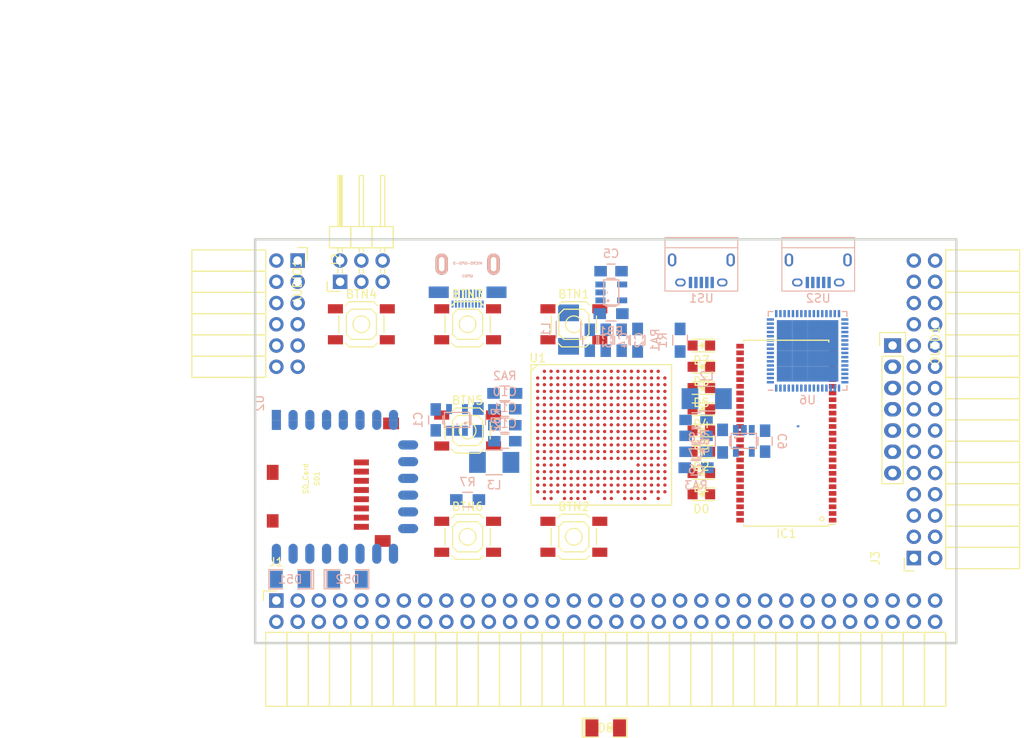
<source format=kicad_pcb>
(kicad_pcb (version 4) (host pcbnew 4.0.5+dfsg1-4)

  (general
    (links 328)
    (no_connects 328)
    (area 93.949999 61.269999 178.070001 109.830001)
    (thickness 1.6)
    (drawings 20)
    (tracks 1)
    (zones 0)
    (modules 57)
    (nets 91)
  )

  (page A4)
  (layers
    (0 F.Cu signal)
    (1 In1.Cu signal)
    (2 In2.Cu signal)
    (31 B.Cu signal)
    (32 B.Adhes user)
    (33 F.Adhes user)
    (34 B.Paste user)
    (35 F.Paste user)
    (36 B.SilkS user)
    (37 F.SilkS user)
    (38 B.Mask user)
    (39 F.Mask user)
    (40 Dwgs.User user)
    (41 Cmts.User user)
    (42 Eco1.User user)
    (43 Eco2.User user)
    (44 Edge.Cuts user)
    (45 Margin user)
    (46 B.CrtYd user)
    (47 F.CrtYd user)
    (48 B.Fab user)
    (49 F.Fab user)
  )

  (setup
    (last_trace_width 0.25)
    (trace_clearance 0.2)
    (zone_clearance 0.508)
    (zone_45_only no)
    (trace_min 0.2)
    (segment_width 0.2)
    (edge_width 0.2)
    (via_size 0.6)
    (via_drill 0.4)
    (via_min_size 0.4)
    (via_min_drill 0.3)
    (uvia_size 0.3)
    (uvia_drill 0.1)
    (uvias_allowed yes)
    (uvia_min_size 0.2)
    (uvia_min_drill 0.1)
    (pcb_text_width 0.3)
    (pcb_text_size 1.5 1.5)
    (mod_edge_width 0.15)
    (mod_text_size 1 1)
    (mod_text_width 0.15)
    (pad_size 1.524 1.524)
    (pad_drill 0.762)
    (pad_to_mask_clearance 0.2)
    (aux_axis_origin 82.67 62.69)
    (grid_origin 86.48 79.2)
    (visible_elements 7FFFFFFF)
    (pcbplotparams
      (layerselection 0x00030_80000001)
      (usegerberextensions false)
      (excludeedgelayer true)
      (linewidth 0.100000)
      (plotframeref false)
      (viasonmask false)
      (mode 1)
      (useauxorigin false)
      (hpglpennumber 1)
      (hpglpenspeed 20)
      (hpglpendiameter 15)
      (hpglpenoverlay 2)
      (psnegative false)
      (psa4output false)
      (plotreference true)
      (plotvalue true)
      (plotinvisibletext false)
      (padsonsilk false)
      (subtractmaskfromsilk false)
      (outputformat 1)
      (mirror false)
      (drillshape 1)
      (scaleselection 1)
      (outputdirectory ""))
  )

  (net 0 "")
  (net 1 GND)
  (net 2 /TDI)
  (net 3 /TCK)
  (net 4 /TMS)
  (net 5 /TDO)
  (net 6 +5V)
  (net 7 /gpio/IN5V)
  (net 8 /gpio/OUT5V)
  (net 9 /gpio/P5)
  (net 10 /gpio/P6)
  (net 11 /gpio/P7)
  (net 12 /gpio/P8)
  (net 13 /gpio/P11)
  (net 14 /gpio/P12)
  (net 15 /gpio/P13)
  (net 16 /gpio/P14)
  (net 17 /gpio/P17)
  (net 18 /gpio/P18)
  (net 19 /gpio/P19)
  (net 20 /gpio/P20)
  (net 21 /gpio/P21)
  (net 22 /gpio/P22)
  (net 23 /gpio/P23)
  (net 24 /gpio/P24)
  (net 25 /gpio/P25)
  (net 26 /gpio/P26)
  (net 27 /gpio/P27)
  (net 28 /gpio/P28)
  (net 29 /gpio/P29)
  (net 30 /gpio/P30)
  (net 31 /SD_3)
  (net 32 /MTMS)
  (net 33 /MTCK)
  (net 34 /MTDO)
  (net 35 /MTDI)
  (net 36 /gpio/P9)
  (net 37 /gpio/P10)
  (net 38 "Net-(US1-Pad6)")
  (net 39 "Net-(US2-Pad6)")
  (net 40 /gpio/P15)
  (net 41 /gpio/P16)
  (net 42 /gpio/P31)
  (net 43 /gpio/P32)
  (net 44 /gpio/P33)
  (net 45 /gpio/P34)
  (net 46 /gpio/P35)
  (net 47 /gpio/P36)
  (net 48 /gpio/P37)
  (net 49 /gpio/P38)
  (net 50 /gpio/P39)
  (net 51 /gpio/P40)
  (net 52 /gpio/P41)
  (net 53 /gpio/P42)
  (net 54 /gpio/P43)
  (net 55 /gpio/P44)
  (net 56 /gpio/P45)
  (net 57 /gpio/P46)
  (net 58 /gpio/P47)
  (net 59 /gpio/P48)
  (net 60 /gpio/P49)
  (net 61 /gpio/P50)
  (net 62 /gpio/P51)
  (net 63 /gpio/P52)
  (net 64 /gpio/P53)
  (net 65 /gpio/P54)
  (net 66 /gpio/P55)
  (net 67 /gpio/P56)
  (net 68 /gpio/P57)
  (net 69 /gpio/P58)
  (net 70 /gpio/P59)
  (net 71 /gpio/P60)
  (net 72 +3V3)
  (net 73 "Net-(L1-Pad1)")
  (net 74 "Net-(L2-Pad1)")
  (net 75 +1V2)
  (net 76 BTN_D)
  (net 77 BTN_F1)
  (net 78 BTN_F2)
  (net 79 BTN_L)
  (net 80 BTN_R)
  (net 81 BTN_U)
  (net 82 "Net-(BTN1-Pad1)")
  (net 83 /power/FB1)
  (net 84 +2V5)
  (net 85 "Net-(L3-Pad1)")
  (net 86 /power/PWREN)
  (net 87 /power/FB3)
  (net 88 /power/FB2)
  (net 89 /usb/USB5V)
  (net 90 "Net-(D9-Pad1)")

  (net_class Default "This is the default net class."
    (clearance 0.2)
    (trace_width 0.25)
    (via_dia 0.6)
    (via_drill 0.4)
    (uvia_dia 0.3)
    (uvia_drill 0.1)
    (add_net +1V2)
    (add_net +2V5)
    (add_net +3V3)
    (add_net +5V)
    (add_net /MTCK)
    (add_net /MTDI)
    (add_net /MTDO)
    (add_net /MTMS)
    (add_net /SD_3)
    (add_net /TCK)
    (add_net /TDI)
    (add_net /TDO)
    (add_net /TMS)
    (add_net /gpio/IN5V)
    (add_net /gpio/OUT5V)
    (add_net /gpio/P10)
    (add_net /gpio/P11)
    (add_net /gpio/P12)
    (add_net /gpio/P13)
    (add_net /gpio/P14)
    (add_net /gpio/P15)
    (add_net /gpio/P16)
    (add_net /gpio/P17)
    (add_net /gpio/P18)
    (add_net /gpio/P19)
    (add_net /gpio/P20)
    (add_net /gpio/P21)
    (add_net /gpio/P22)
    (add_net /gpio/P23)
    (add_net /gpio/P24)
    (add_net /gpio/P25)
    (add_net /gpio/P26)
    (add_net /gpio/P27)
    (add_net /gpio/P28)
    (add_net /gpio/P29)
    (add_net /gpio/P30)
    (add_net /gpio/P31)
    (add_net /gpio/P32)
    (add_net /gpio/P33)
    (add_net /gpio/P34)
    (add_net /gpio/P35)
    (add_net /gpio/P36)
    (add_net /gpio/P37)
    (add_net /gpio/P38)
    (add_net /gpio/P39)
    (add_net /gpio/P40)
    (add_net /gpio/P41)
    (add_net /gpio/P42)
    (add_net /gpio/P43)
    (add_net /gpio/P44)
    (add_net /gpio/P45)
    (add_net /gpio/P46)
    (add_net /gpio/P47)
    (add_net /gpio/P48)
    (add_net /gpio/P49)
    (add_net /gpio/P5)
    (add_net /gpio/P50)
    (add_net /gpio/P51)
    (add_net /gpio/P52)
    (add_net /gpio/P53)
    (add_net /gpio/P54)
    (add_net /gpio/P55)
    (add_net /gpio/P56)
    (add_net /gpio/P57)
    (add_net /gpio/P58)
    (add_net /gpio/P59)
    (add_net /gpio/P6)
    (add_net /gpio/P60)
    (add_net /gpio/P7)
    (add_net /gpio/P8)
    (add_net /gpio/P9)
    (add_net /power/FB1)
    (add_net /power/FB2)
    (add_net /power/FB3)
    (add_net /power/PWREN)
    (add_net /usb/USB5V)
    (add_net BTN_D)
    (add_net BTN_F1)
    (add_net BTN_F2)
    (add_net BTN_L)
    (add_net BTN_R)
    (add_net BTN_U)
    (add_net "Net-(BTN1-Pad1)")
    (add_net "Net-(D9-Pad1)")
    (add_net "Net-(L1-Pad1)")
    (add_net "Net-(L2-Pad1)")
    (add_net "Net-(L3-Pad1)")
    (add_net "Net-(US1-Pad6)")
    (add_net "Net-(US2-Pad6)")
  )

  (net_class BGA ""
    (clearance 0.1)
    (trace_width 0.2)
    (via_dia 0.6)
    (via_drill 0.4)
    (uvia_dia 0.3)
    (uvia_drill 0.1)
    (add_net GND)
  )

  (module SMD_Packages:SMD-1206_Pol (layer B.Cu) (tedit 0) (tstamp 56AA106E)
    (at 105.149 102.06)
    (path /56AC389C/56AC4846)
    (attr smd)
    (fp_text reference D52 (at 0 0) (layer B.SilkS)
      (effects (font (size 1 1) (thickness 0.15)) (justify mirror))
    )
    (fp_text value 2A (at 0 0) (layer B.Fab)
      (effects (font (size 1 1) (thickness 0.15)) (justify mirror))
    )
    (fp_line (start -2.54 1.143) (end -2.794 1.143) (layer B.SilkS) (width 0.15))
    (fp_line (start -2.794 1.143) (end -2.794 -1.143) (layer B.SilkS) (width 0.15))
    (fp_line (start -2.794 -1.143) (end -2.54 -1.143) (layer B.SilkS) (width 0.15))
    (fp_line (start -2.54 1.143) (end -2.54 -1.143) (layer B.SilkS) (width 0.15))
    (fp_line (start -2.54 -1.143) (end -0.889 -1.143) (layer B.SilkS) (width 0.15))
    (fp_line (start 0.889 1.143) (end 2.54 1.143) (layer B.SilkS) (width 0.15))
    (fp_line (start 2.54 1.143) (end 2.54 -1.143) (layer B.SilkS) (width 0.15))
    (fp_line (start 2.54 -1.143) (end 0.889 -1.143) (layer B.SilkS) (width 0.15))
    (fp_line (start -0.889 1.143) (end -2.54 1.143) (layer B.SilkS) (width 0.15))
    (pad 1 smd rect (at -1.651 0) (size 1.524 2.032) (layers B.Cu B.Paste B.Mask)
      (net 8 /gpio/OUT5V))
    (pad 2 smd rect (at 1.651 0) (size 1.524 2.032) (layers B.Cu B.Paste B.Mask))
    (model SMD_Packages.3dshapes/SMD-1206_Pol.wrl
      (at (xyz 0 0 0))
      (scale (xyz 0.17 0.16 0.16))
      (rotate (xyz 0 0 0))
    )
  )

  (module SMD_Packages:SMD-1206_Pol (layer B.Cu) (tedit 0) (tstamp 56AA1068)
    (at 98.291 102.06 180)
    (path /56AC389C/56AC483B)
    (attr smd)
    (fp_text reference D51 (at 0 0 180) (layer B.SilkS)
      (effects (font (size 1 1) (thickness 0.15)) (justify mirror))
    )
    (fp_text value 2A (at 0 0 180) (layer B.Fab)
      (effects (font (size 1 1) (thickness 0.15)) (justify mirror))
    )
    (fp_line (start -2.54 1.143) (end -2.794 1.143) (layer B.SilkS) (width 0.15))
    (fp_line (start -2.794 1.143) (end -2.794 -1.143) (layer B.SilkS) (width 0.15))
    (fp_line (start -2.794 -1.143) (end -2.54 -1.143) (layer B.SilkS) (width 0.15))
    (fp_line (start -2.54 1.143) (end -2.54 -1.143) (layer B.SilkS) (width 0.15))
    (fp_line (start -2.54 -1.143) (end -0.889 -1.143) (layer B.SilkS) (width 0.15))
    (fp_line (start 0.889 1.143) (end 2.54 1.143) (layer B.SilkS) (width 0.15))
    (fp_line (start 2.54 1.143) (end 2.54 -1.143) (layer B.SilkS) (width 0.15))
    (fp_line (start 2.54 -1.143) (end 0.889 -1.143) (layer B.SilkS) (width 0.15))
    (fp_line (start -0.889 1.143) (end -2.54 1.143) (layer B.SilkS) (width 0.15))
    (pad 1 smd rect (at -1.651 0 180) (size 1.524 2.032) (layers B.Cu B.Paste B.Mask)
      (net 6 +5V))
    (pad 2 smd rect (at 1.651 0 180) (size 1.524 2.032) (layers B.Cu B.Paste B.Mask)
      (net 7 /gpio/IN5V))
    (model SMD_Packages.3dshapes/SMD-1206_Pol.wrl
      (at (xyz 0 0 0))
      (scale (xyz 0.17 0.16 0.16))
      (rotate (xyz 0 0 0))
    )
  )

  (module micro-sd:MicroSD_TF02D (layer F.Cu) (tedit 52721666) (tstamp 56A966AB)
    (at 95.8 90.03 90)
    (path /56ACBF19)
    (fp_text reference SD1 (at 0 5.7 90) (layer F.SilkS)
      (effects (font (size 0.59944 0.59944) (thickness 0.12446)))
    )
    (fp_text value SD_Card (at 0 4.35 90) (layer F.SilkS)
      (effects (font (size 0.59944 0.59944) (thickness 0.12446)))
    )
    (fp_line (start 3.8 15.2) (end 3.8 16) (layer F.SilkS) (width 0.01016))
    (fp_line (start 3.8 16) (end -7 16) (layer F.SilkS) (width 0.01016))
    (fp_line (start -7 16) (end -7 15.2) (layer F.SilkS) (width 0.01016))
    (fp_line (start 7 0) (end 7 15.2) (layer F.SilkS) (width 0.01016))
    (fp_line (start 7 15.2) (end -7 15.2) (layer F.SilkS) (width 0.01016))
    (fp_line (start -7 15.2) (end -7 0) (layer F.SilkS) (width 0.01016))
    (fp_line (start -7 0) (end 7 0) (layer F.SilkS) (width 0.01016))
    (pad 1 smd rect (at 1.94 11 90) (size 0.7 1.8) (layers F.Cu F.Paste F.Mask)
      (net 31 /SD_3))
    (pad 2 smd rect (at 0.84 11 90) (size 0.7 1.8) (layers F.Cu F.Paste F.Mask)
      (net 32 /MTMS))
    (pad 3 smd rect (at -0.26 11 90) (size 0.7 1.8) (layers F.Cu F.Paste F.Mask)
      (net 1 GND))
    (pad 4 smd rect (at -1.36 11 90) (size 0.7 1.8) (layers F.Cu F.Paste F.Mask)
      (net 72 +3V3))
    (pad 5 smd rect (at -2.46 11 90) (size 0.7 1.8) (layers F.Cu F.Paste F.Mask)
      (net 33 /MTCK))
    (pad 6 smd rect (at -3.56 11 90) (size 0.7 1.8) (layers F.Cu F.Paste F.Mask)
      (net 1 GND))
    (pad 7 smd rect (at -4.66 11 90) (size 0.7 1.8) (layers F.Cu F.Paste F.Mask)
      (net 34 /MTDO))
    (pad 8 smd rect (at -5.76 11 90) (size 0.7 1.8) (layers F.Cu F.Paste F.Mask)
      (net 35 /MTDI))
    (pad S smd rect (at -5.05 0.4 90) (size 1.6 1.4) (layers F.Cu F.Paste F.Mask))
    (pad S smd rect (at 0.75 0.4 90) (size 1.8 1.4) (layers F.Cu F.Paste F.Mask))
    (pad G smd rect (at -7.45 13.55 90) (size 1.4 1.9) (layers F.Cu F.Paste F.Mask))
    (pad G smd rect (at 6.6 14.55 90) (size 1.4 1.9) (layers F.Cu F.Paste F.Mask))
  )

  (module micro-hdmi-d:MICRO-HDMI-D (layer B.Cu) (tedit 53F70906) (tstamp 56A965BA)
    (at 119.5 62.69)
    (path /58D686D9/58D69067)
    (attr smd)
    (fp_text reference GPDI1 (at -0.025 3.125) (layer B.SilkS)
      (effects (font (size 0.3 0.3) (thickness 0.075)) (justify mirror))
    )
    (fp_text value MICRO-GPDI-D (at 0 1.6) (layer B.SilkS)
      (effects (font (size 0.3 0.3) (thickness 0.075)) (justify mirror))
    )
    (fp_line (start -3.3 0) (end -3.3 -0.7) (layer B.SilkS) (width 0.001))
    (fp_line (start -3.3 -0.7) (end 3.3 -0.7) (layer B.SilkS) (width 0.001))
    (fp_line (start 3.3 -0.7) (end 3.3 0) (layer B.SilkS) (width 0.001))
    (fp_line (start -3.3 0) (end -3.3 6.8) (layer B.SilkS) (width 0.001))
    (fp_line (start -3.3 6.8) (end 3.3 6.8) (layer B.SilkS) (width 0.001))
    (fp_line (start 3.3 6.8) (end 3.3 0) (layer B.SilkS) (width 0.001))
    (fp_line (start 3.3 0) (end -3.3 0) (layer B.SilkS) (width 0.001))
    (pad 1 smd rect (at 1.8 6.475) (size 0.23 0.85) (layers B.Cu B.Paste B.Mask))
    (pad 3 smd rect (at 1.4 6.475) (size 0.23 0.85) (layers B.Cu B.Paste B.Mask))
    (pad 5 smd rect (at 1 6.475) (size 0.23 0.85) (layers B.Cu B.Paste B.Mask))
    (pad 7 smd rect (at 0.6 6.475) (size 0.23 0.85) (layers B.Cu B.Paste B.Mask)
      (net 1 GND))
    (pad 9 smd rect (at 0.2 6.475) (size 0.23 0.85) (layers B.Cu B.Paste B.Mask))
    (pad 11 smd rect (at -0.2 6.475) (size 0.23 0.85) (layers B.Cu B.Paste B.Mask))
    (pad 13 smd rect (at -0.6 6.475) (size 0.23 0.85) (layers B.Cu B.Paste B.Mask)
      (net 1 GND))
    (pad 15 smd rect (at -1 6.475) (size 0.23 0.85) (layers B.Cu B.Paste B.Mask))
    (pad 17 smd rect (at -1.4 6.475) (size 0.23 0.85) (layers B.Cu B.Paste B.Mask))
    (pad 19 smd rect (at -1.8 6.475) (size 0.23 0.85) (layers B.Cu B.Paste B.Mask)
      (net 6 +5V))
    (pad 2 smd rect (at 1.6 5.25) (size 0.23 1) (layers B.Cu B.Paste B.Mask))
    (pad 4 smd rect (at 1.2 5.25) (size 0.23 1) (layers B.Cu B.Paste B.Mask)
      (net 1 GND))
    (pad 6 smd rect (at 0.8 5.25) (size 0.23 1) (layers B.Cu B.Paste B.Mask))
    (pad 8 smd rect (at 0.4 5.25) (size 0.23 1) (layers B.Cu B.Paste B.Mask))
    (pad 10 smd rect (at 0 5.25) (size 0.23 1) (layers B.Cu B.Paste B.Mask)
      (net 1 GND))
    (pad 12 smd rect (at -0.4 5.25) (size 0.23 1) (layers B.Cu B.Paste B.Mask))
    (pad 14 smd rect (at -0.8 5.25) (size 0.23 1) (layers B.Cu B.Paste B.Mask))
    (pad 16 smd rect (at -1.2 5.25) (size 0.23 1) (layers B.Cu B.Paste B.Mask)
      (net 1 GND))
    (pad 18 smd rect (at -1.6 5.25) (size 0.23 1) (layers B.Cu B.Paste B.Mask))
    (pad SHD smd rect (at 3.45 5.06) (size 2.4 1.38) (layers B.Cu B.Paste B.Mask)
      (net 1 GND))
    (pad SHD smd rect (at -3.45 5.06) (size 2.4 1.38) (layers B.Cu B.Paste B.Mask)
      (net 1 GND))
    (pad "" thru_hole oval (at -3.1 1.7) (size 1.5 2.55) (drill oval 0.65 1.7) (layers *.Cu *.Mask B.SilkS))
    (pad "" thru_hole oval (at 3.1 1.7) (size 1.5 2.55) (drill oval 0.65 1.7) (layers *.Cu *.Mask B.SilkS))
  )

  (module ESP8266:ESP-12E (layer B.Cu) (tedit 559F8D21) (tstamp 56A95491)
    (at 96.64 83.01 270)
    (descr "Module, ESP-8266, ESP-12, 16 pad, SMD")
    (tags "Module ESP-8266 ESP8266")
    (path /56AC980A)
    (fp_text reference U2 (at -2 2 270) (layer B.SilkS)
      (effects (font (size 1 1) (thickness 0.15)) (justify mirror))
    )
    (fp_text value ESP-12E (at 8 -1 270) (layer B.Fab)
      (effects (font (size 1 1) (thickness 0.15)) (justify mirror))
    )
    (fp_line (start 16 8.4) (end 0 2.6) (layer B.CrtYd) (width 0.1524))
    (fp_line (start 0 8.4) (end 16 2.6) (layer B.CrtYd) (width 0.1524))
    (fp_text user "No Copper" (at 7.9 5.4 270) (layer B.CrtYd)
      (effects (font (size 1 1) (thickness 0.15)) (justify mirror))
    )
    (fp_line (start 0 8.4) (end 0 2.6) (layer B.CrtYd) (width 0.1524))
    (fp_line (start 0 2.6) (end 16 2.6) (layer B.CrtYd) (width 0.1524))
    (fp_line (start 16 2.6) (end 16 8.4) (layer B.CrtYd) (width 0.1524))
    (fp_line (start 16 8.4) (end 0 8.4) (layer B.CrtYd) (width 0.1524))
    (fp_line (start 16 8.4) (end 16 -15.6) (layer B.Fab) (width 0.1524))
    (fp_line (start 16 -15.6) (end 0 -15.6) (layer B.Fab) (width 0.1524))
    (fp_line (start 0 -15.6) (end 0 8.4) (layer B.Fab) (width 0.1524))
    (fp_line (start 0 8.4) (end 16 8.4) (layer B.Fab) (width 0.1524))
    (pad 9 smd oval (at 2.99 -15.75 180) (size 2.4 1.1) (layers B.Cu B.Paste B.Mask)
      (net 34 /MTDO))
    (pad 10 smd oval (at 4.99 -15.75 180) (size 2.4 1.1) (layers B.Cu B.Paste B.Mask)
      (net 35 /MTDI))
    (pad 11 smd oval (at 6.99 -15.75 180) (size 2.4 1.1) (layers B.Cu B.Paste B.Mask)
      (net 31 /SD_3))
    (pad 12 smd oval (at 8.99 -15.75 180) (size 2.4 1.1) (layers B.Cu B.Paste B.Mask)
      (net 32 /MTMS))
    (pad 13 smd oval (at 10.99 -15.75 180) (size 2.4 1.1) (layers B.Cu B.Paste B.Mask)
      (net 33 /MTCK))
    (pad 14 smd oval (at 12.99 -15.75 180) (size 2.4 1.1) (layers B.Cu B.Paste B.Mask))
    (pad 1 smd rect (at 0 0 270) (size 2.4 1.1) (layers B.Cu B.Paste B.Mask))
    (pad 2 smd oval (at 0 -2 270) (size 2.4 1.1) (layers B.Cu B.Paste B.Mask))
    (pad 3 smd oval (at 0 -4 270) (size 2.4 1.1) (layers B.Cu B.Paste B.Mask))
    (pad 4 smd oval (at 0 -6 270) (size 2.4 1.1) (layers B.Cu B.Paste B.Mask)
      (net 2 /TDI))
    (pad 5 smd oval (at 0 -8 270) (size 2.4 1.1) (layers B.Cu B.Paste B.Mask)
      (net 5 /TDO))
    (pad 6 smd oval (at 0 -10 270) (size 2.4 1.1) (layers B.Cu B.Paste B.Mask)
      (net 3 /TCK))
    (pad 7 smd oval (at 0 -12 270) (size 2.4 1.1) (layers B.Cu B.Paste B.Mask)
      (net 4 /TMS))
    (pad 8 smd oval (at 0 -14 270) (size 2.4 1.1) (layers B.Cu B.Paste B.Mask)
      (net 72 +3V3))
    (pad 15 smd oval (at 16 -14 270) (size 2.4 1.1) (layers B.Cu B.Paste B.Mask)
      (net 1 GND))
    (pad 16 smd oval (at 16 -12 270) (size 2.4 1.1) (layers B.Cu B.Paste B.Mask))
    (pad 17 smd oval (at 16 -10 270) (size 2.4 1.1) (layers B.Cu B.Paste B.Mask))
    (pad 18 smd oval (at 16 -8 270) (size 2.4 1.1) (layers B.Cu B.Paste B.Mask))
    (pad 19 smd oval (at 16 -6 270) (size 2.4 1.1) (layers B.Cu B.Paste B.Mask))
    (pad 20 smd oval (at 16 -4 270) (size 2.4 1.1) (layers B.Cu B.Paste B.Mask))
    (pad 21 smd oval (at 16 -2 270) (size 2.4 1.1) (layers B.Cu B.Paste B.Mask))
    (pad 22 smd oval (at 16 0 270) (size 2.4 1.1) (layers B.Cu B.Paste B.Mask))
    (model ${ESPLIB}/ESP8266.3dshapes/ESP-12.wrl
      (at (xyz 0.04 0 0))
      (scale (xyz 0.3937 0.3937 0.3937))
      (rotate (xyz 0 0 0))
    )
  )

  (module usb_otg:USB_Micro-B (layer B.Cu) (tedit 5543E447) (tstamp 58D43115)
    (at 147.44 65.23)
    (descr "Micro USB Type B Receptacle")
    (tags "USB USB_B USB_micro USB_OTG")
    (path /58D6BF46/58D6C840)
    (attr smd)
    (fp_text reference US1 (at 0 3.24) (layer B.SilkS)
      (effects (font (size 1 1) (thickness 0.15)) (justify mirror))
    )
    (fp_text value USB_FTDI (at 0 -5.01) (layer B.Fab)
      (effects (font (size 1 1) (thickness 0.15)) (justify mirror))
    )
    (fp_line (start -4.6 2.59) (end 4.6 2.59) (layer B.CrtYd) (width 0.05))
    (fp_line (start 4.6 2.59) (end 4.6 -4.26) (layer B.CrtYd) (width 0.05))
    (fp_line (start 4.6 -4.26) (end -4.6 -4.26) (layer B.CrtYd) (width 0.05))
    (fp_line (start -4.6 -4.26) (end -4.6 2.59) (layer B.CrtYd) (width 0.05))
    (fp_line (start -4.35 -4.03) (end 4.35 -4.03) (layer B.SilkS) (width 0.12))
    (fp_line (start -4.35 2.38) (end 4.35 2.38) (layer B.SilkS) (width 0.12))
    (fp_line (start 4.35 2.38) (end 4.35 -4.03) (layer B.SilkS) (width 0.12))
    (fp_line (start 4.35 -2.8) (end -4.35 -2.8) (layer B.SilkS) (width 0.12))
    (fp_line (start -4.35 -4.03) (end -4.35 2.38) (layer B.SilkS) (width 0.12))
    (pad 1 smd rect (at -1.3 1.35 270) (size 1.35 0.4) (layers B.Cu B.Paste B.Mask)
      (net 89 /usb/USB5V))
    (pad 2 smd rect (at -0.65 1.35 270) (size 1.35 0.4) (layers B.Cu B.Paste B.Mask))
    (pad 3 smd rect (at 0 1.35 270) (size 1.35 0.4) (layers B.Cu B.Paste B.Mask))
    (pad 4 smd rect (at 0.65 1.35 270) (size 1.35 0.4) (layers B.Cu B.Paste B.Mask))
    (pad 5 smd rect (at 1.3 1.35 270) (size 1.35 0.4) (layers B.Cu B.Paste B.Mask)
      (net 1 GND))
    (pad 6 thru_hole oval (at -2.5 1.35 270) (size 0.95 1.25) (drill oval 0.55 0.85) (layers *.Cu *.Mask)
      (net 38 "Net-(US1-Pad6)"))
    (pad 6 thru_hole oval (at 2.5 1.35 270) (size 0.95 1.25) (drill oval 0.55 0.85) (layers *.Cu *.Mask)
      (net 38 "Net-(US1-Pad6)"))
    (pad 6 thru_hole oval (at -3.5 -1.35 270) (size 1.55 1) (drill oval 1.15 0.5) (layers *.Cu *.Mask)
      (net 38 "Net-(US1-Pad6)"))
    (pad 6 thru_hole oval (at 3.5 -1.35 270) (size 1.55 1) (drill oval 1.15 0.5) (layers *.Cu *.Mask)
      (net 38 "Net-(US1-Pad6)"))
  )

  (module usb_otg:USB_Micro-B (layer B.Cu) (tedit 5543E447) (tstamp 58D43122)
    (at 161.41 65.23)
    (descr "Micro USB Type B Receptacle")
    (tags "USB USB_B USB_micro USB_OTG")
    (path /58D6BF46/58D6C841)
    (attr smd)
    (fp_text reference US2 (at 0 3.24) (layer B.SilkS)
      (effects (font (size 1 1) (thickness 0.15)) (justify mirror))
    )
    (fp_text value USB_FPGA (at 0 -5.01) (layer B.Fab)
      (effects (font (size 1 1) (thickness 0.15)) (justify mirror))
    )
    (fp_line (start -4.6 2.59) (end 4.6 2.59) (layer B.CrtYd) (width 0.05))
    (fp_line (start 4.6 2.59) (end 4.6 -4.26) (layer B.CrtYd) (width 0.05))
    (fp_line (start 4.6 -4.26) (end -4.6 -4.26) (layer B.CrtYd) (width 0.05))
    (fp_line (start -4.6 -4.26) (end -4.6 2.59) (layer B.CrtYd) (width 0.05))
    (fp_line (start -4.35 -4.03) (end 4.35 -4.03) (layer B.SilkS) (width 0.12))
    (fp_line (start -4.35 2.38) (end 4.35 2.38) (layer B.SilkS) (width 0.12))
    (fp_line (start 4.35 2.38) (end 4.35 -4.03) (layer B.SilkS) (width 0.12))
    (fp_line (start 4.35 -2.8) (end -4.35 -2.8) (layer B.SilkS) (width 0.12))
    (fp_line (start -4.35 -4.03) (end -4.35 2.38) (layer B.SilkS) (width 0.12))
    (pad 1 smd rect (at -1.3 1.35 270) (size 1.35 0.4) (layers B.Cu B.Paste B.Mask)
      (net 90 "Net-(D9-Pad1)"))
    (pad 2 smd rect (at -0.65 1.35 270) (size 1.35 0.4) (layers B.Cu B.Paste B.Mask))
    (pad 3 smd rect (at 0 1.35 270) (size 1.35 0.4) (layers B.Cu B.Paste B.Mask))
    (pad 4 smd rect (at 0.65 1.35 270) (size 1.35 0.4) (layers B.Cu B.Paste B.Mask))
    (pad 5 smd rect (at 1.3 1.35 270) (size 1.35 0.4) (layers B.Cu B.Paste B.Mask)
      (net 1 GND))
    (pad 6 thru_hole oval (at -2.5 1.35 270) (size 0.95 1.25) (drill oval 0.55 0.85) (layers *.Cu *.Mask)
      (net 39 "Net-(US2-Pad6)"))
    (pad 6 thru_hole oval (at 2.5 1.35 270) (size 0.95 1.25) (drill oval 0.55 0.85) (layers *.Cu *.Mask)
      (net 39 "Net-(US2-Pad6)"))
    (pad 6 thru_hole oval (at -3.5 -1.35 270) (size 1.55 1) (drill oval 1.15 0.5) (layers *.Cu *.Mask)
      (net 39 "Net-(US2-Pad6)"))
    (pad 6 thru_hole oval (at 3.5 -1.35 270) (size 1.55 1) (drill oval 1.15 0.5) (layers *.Cu *.Mask)
      (net 39 "Net-(US2-Pad6)"))
  )

  (module Socket_Strips:Socket_Strip_Angled_2x32 (layer F.Cu) (tedit 0) (tstamp 58D4E99D)
    (at 96.64 104.6)
    (descr "Through hole socket strip")
    (tags "socket strip")
    (path /56AC389C/58D39D36)
    (fp_text reference J1 (at 0 -4.6) (layer F.SilkS)
      (effects (font (size 1 1) (thickness 0.15)))
    )
    (fp_text value CONN_02X32 (at 0 -2.6) (layer F.Fab)
      (effects (font (size 1 1) (thickness 0.15)))
    )
    (fp_line (start -1.75 -1.35) (end -1.75 13.15) (layer F.CrtYd) (width 0.05))
    (fp_line (start 80.5 -1.35) (end 80.5 13.15) (layer F.CrtYd) (width 0.05))
    (fp_line (start -1.75 -1.35) (end 80.5 -1.35) (layer F.CrtYd) (width 0.05))
    (fp_line (start -1.75 13.15) (end 80.5 13.15) (layer F.CrtYd) (width 0.05))
    (fp_line (start 80.01 3.81) (end 80.01 12.64) (layer F.SilkS) (width 0.15))
    (fp_line (start 77.47 3.81) (end 80.01 3.81) (layer F.SilkS) (width 0.15))
    (fp_line (start 77.47 12.64) (end 80.01 12.64) (layer F.SilkS) (width 0.15))
    (fp_line (start 80.01 12.64) (end 80.01 3.81) (layer F.SilkS) (width 0.15))
    (fp_line (start 77.47 12.64) (end 77.47 3.81) (layer F.SilkS) (width 0.15))
    (fp_line (start 74.93 12.64) (end 77.47 12.64) (layer F.SilkS) (width 0.15))
    (fp_line (start 74.93 3.81) (end 77.47 3.81) (layer F.SilkS) (width 0.15))
    (fp_line (start 77.47 3.81) (end 77.47 12.64) (layer F.SilkS) (width 0.15))
    (fp_line (start 54.61 12.64) (end 54.61 3.81) (layer F.SilkS) (width 0.15))
    (fp_line (start 52.07 12.64) (end 54.61 12.64) (layer F.SilkS) (width 0.15))
    (fp_line (start 52.07 3.81) (end 54.61 3.81) (layer F.SilkS) (width 0.15))
    (fp_line (start 54.61 3.81) (end 54.61 12.64) (layer F.SilkS) (width 0.15))
    (fp_line (start 52.07 3.81) (end 52.07 12.64) (layer F.SilkS) (width 0.15))
    (fp_line (start 49.53 3.81) (end 52.07 3.81) (layer F.SilkS) (width 0.15))
    (fp_line (start 49.53 12.64) (end 52.07 12.64) (layer F.SilkS) (width 0.15))
    (fp_line (start 52.07 12.64) (end 52.07 3.81) (layer F.SilkS) (width 0.15))
    (fp_line (start 49.53 12.64) (end 49.53 3.81) (layer F.SilkS) (width 0.15))
    (fp_line (start 46.99 12.64) (end 49.53 12.64) (layer F.SilkS) (width 0.15))
    (fp_line (start 46.99 3.81) (end 49.53 3.81) (layer F.SilkS) (width 0.15))
    (fp_line (start 49.53 3.81) (end 49.53 12.64) (layer F.SilkS) (width 0.15))
    (fp_line (start 62.23 3.81) (end 62.23 12.64) (layer F.SilkS) (width 0.15))
    (fp_line (start 59.69 3.81) (end 62.23 3.81) (layer F.SilkS) (width 0.15))
    (fp_line (start 59.69 12.64) (end 62.23 12.64) (layer F.SilkS) (width 0.15))
    (fp_line (start 62.23 12.64) (end 62.23 3.81) (layer F.SilkS) (width 0.15))
    (fp_line (start 64.77 12.64) (end 64.77 3.81) (layer F.SilkS) (width 0.15))
    (fp_line (start 62.23 12.64) (end 64.77 12.64) (layer F.SilkS) (width 0.15))
    (fp_line (start 62.23 3.81) (end 64.77 3.81) (layer F.SilkS) (width 0.15))
    (fp_line (start 64.77 3.81) (end 64.77 12.64) (layer F.SilkS) (width 0.15))
    (fp_line (start 67.31 3.81) (end 67.31 12.64) (layer F.SilkS) (width 0.15))
    (fp_line (start 64.77 3.81) (end 67.31 3.81) (layer F.SilkS) (width 0.15))
    (fp_line (start 64.77 12.64) (end 67.31 12.64) (layer F.SilkS) (width 0.15))
    (fp_line (start 67.31 12.64) (end 67.31 3.81) (layer F.SilkS) (width 0.15))
    (fp_line (start 69.85 12.64) (end 69.85 3.81) (layer F.SilkS) (width 0.15))
    (fp_line (start 67.31 12.64) (end 69.85 12.64) (layer F.SilkS) (width 0.15))
    (fp_line (start 67.31 3.81) (end 69.85 3.81) (layer F.SilkS) (width 0.15))
    (fp_line (start 69.85 3.81) (end 69.85 12.64) (layer F.SilkS) (width 0.15))
    (fp_line (start 72.39 3.81) (end 72.39 12.64) (layer F.SilkS) (width 0.15))
    (fp_line (start 69.85 3.81) (end 72.39 3.81) (layer F.SilkS) (width 0.15))
    (fp_line (start 69.85 12.64) (end 72.39 12.64) (layer F.SilkS) (width 0.15))
    (fp_line (start 72.39 12.64) (end 72.39 3.81) (layer F.SilkS) (width 0.15))
    (fp_line (start 59.69 12.64) (end 59.69 3.81) (layer F.SilkS) (width 0.15))
    (fp_line (start 57.15 12.64) (end 59.69 12.64) (layer F.SilkS) (width 0.15))
    (fp_line (start 57.15 3.81) (end 59.69 3.81) (layer F.SilkS) (width 0.15))
    (fp_line (start 59.69 3.81) (end 59.69 12.64) (layer F.SilkS) (width 0.15))
    (fp_line (start 57.15 3.81) (end 57.15 12.64) (layer F.SilkS) (width 0.15))
    (fp_line (start 54.61 3.81) (end 57.15 3.81) (layer F.SilkS) (width 0.15))
    (fp_line (start 54.61 12.64) (end 57.15 12.64) (layer F.SilkS) (width 0.15))
    (fp_line (start 57.15 12.64) (end 57.15 3.81) (layer F.SilkS) (width 0.15))
    (fp_line (start 74.93 12.64) (end 74.93 3.81) (layer F.SilkS) (width 0.15))
    (fp_line (start 72.39 12.64) (end 74.93 12.64) (layer F.SilkS) (width 0.15))
    (fp_line (start 72.39 3.81) (end 74.93 3.81) (layer F.SilkS) (width 0.15))
    (fp_line (start 74.93 3.81) (end 74.93 12.64) (layer F.SilkS) (width 0.15))
    (fp_line (start 46.99 3.81) (end 46.99 12.64) (layer F.SilkS) (width 0.15))
    (fp_line (start 44.45 3.81) (end 46.99 3.81) (layer F.SilkS) (width 0.15))
    (fp_line (start 44.45 12.64) (end 46.99 12.64) (layer F.SilkS) (width 0.15))
    (fp_line (start 46.99 12.64) (end 46.99 3.81) (layer F.SilkS) (width 0.15))
    (fp_line (start 29.21 12.64) (end 29.21 3.81) (layer F.SilkS) (width 0.15))
    (fp_line (start 26.67 12.64) (end 29.21 12.64) (layer F.SilkS) (width 0.15))
    (fp_line (start 26.67 3.81) (end 29.21 3.81) (layer F.SilkS) (width 0.15))
    (fp_line (start 29.21 3.81) (end 29.21 12.64) (layer F.SilkS) (width 0.15))
    (fp_line (start 31.75 3.81) (end 31.75 12.64) (layer F.SilkS) (width 0.15))
    (fp_line (start 29.21 3.81) (end 31.75 3.81) (layer F.SilkS) (width 0.15))
    (fp_line (start 29.21 12.64) (end 31.75 12.64) (layer F.SilkS) (width 0.15))
    (fp_line (start 31.75 12.64) (end 31.75 3.81) (layer F.SilkS) (width 0.15))
    (fp_line (start 44.45 12.64) (end 44.45 3.81) (layer F.SilkS) (width 0.15))
    (fp_line (start 41.91 12.64) (end 44.45 12.64) (layer F.SilkS) (width 0.15))
    (fp_line (start 41.91 3.81) (end 44.45 3.81) (layer F.SilkS) (width 0.15))
    (fp_line (start 44.45 3.81) (end 44.45 12.64) (layer F.SilkS) (width 0.15))
    (fp_line (start 41.91 3.81) (end 41.91 12.64) (layer F.SilkS) (width 0.15))
    (fp_line (start 39.37 3.81) (end 41.91 3.81) (layer F.SilkS) (width 0.15))
    (fp_line (start 39.37 12.64) (end 41.91 12.64) (layer F.SilkS) (width 0.15))
    (fp_line (start 41.91 12.64) (end 41.91 3.81) (layer F.SilkS) (width 0.15))
    (fp_line (start 39.37 12.64) (end 39.37 3.81) (layer F.SilkS) (width 0.15))
    (fp_line (start 36.83 12.64) (end 39.37 12.64) (layer F.SilkS) (width 0.15))
    (fp_line (start 36.83 3.81) (end 39.37 3.81) (layer F.SilkS) (width 0.15))
    (fp_line (start 39.37 3.81) (end 39.37 12.64) (layer F.SilkS) (width 0.15))
    (fp_line (start 36.83 3.81) (end 36.83 12.64) (layer F.SilkS) (width 0.15))
    (fp_line (start 34.29 3.81) (end 36.83 3.81) (layer F.SilkS) (width 0.15))
    (fp_line (start 34.29 12.64) (end 36.83 12.64) (layer F.SilkS) (width 0.15))
    (fp_line (start 36.83 12.64) (end 36.83 3.81) (layer F.SilkS) (width 0.15))
    (fp_line (start 34.29 12.64) (end 34.29 3.81) (layer F.SilkS) (width 0.15))
    (fp_line (start 31.75 12.64) (end 34.29 12.64) (layer F.SilkS) (width 0.15))
    (fp_line (start 31.75 3.81) (end 34.29 3.81) (layer F.SilkS) (width 0.15))
    (fp_line (start 34.29 3.81) (end 34.29 12.64) (layer F.SilkS) (width 0.15))
    (fp_line (start 16.51 3.81) (end 16.51 12.64) (layer F.SilkS) (width 0.15))
    (fp_line (start 13.97 3.81) (end 16.51 3.81) (layer F.SilkS) (width 0.15))
    (fp_line (start 13.97 12.64) (end 16.51 12.64) (layer F.SilkS) (width 0.15))
    (fp_line (start 16.51 12.64) (end 16.51 3.81) (layer F.SilkS) (width 0.15))
    (fp_line (start 19.05 12.64) (end 19.05 3.81) (layer F.SilkS) (width 0.15))
    (fp_line (start 16.51 12.64) (end 19.05 12.64) (layer F.SilkS) (width 0.15))
    (fp_line (start 16.51 3.81) (end 19.05 3.81) (layer F.SilkS) (width 0.15))
    (fp_line (start 19.05 3.81) (end 19.05 12.64) (layer F.SilkS) (width 0.15))
    (fp_line (start 21.59 3.81) (end 21.59 12.64) (layer F.SilkS) (width 0.15))
    (fp_line (start 19.05 3.81) (end 21.59 3.81) (layer F.SilkS) (width 0.15))
    (fp_line (start 19.05 12.64) (end 21.59 12.64) (layer F.SilkS) (width 0.15))
    (fp_line (start 21.59 12.64) (end 21.59 3.81) (layer F.SilkS) (width 0.15))
    (fp_line (start 24.13 12.64) (end 24.13 3.81) (layer F.SilkS) (width 0.15))
    (fp_line (start 21.59 12.64) (end 24.13 12.64) (layer F.SilkS) (width 0.15))
    (fp_line (start 21.59 3.81) (end 24.13 3.81) (layer F.SilkS) (width 0.15))
    (fp_line (start 24.13 3.81) (end 24.13 12.64) (layer F.SilkS) (width 0.15))
    (fp_line (start 26.67 3.81) (end 26.67 12.64) (layer F.SilkS) (width 0.15))
    (fp_line (start 24.13 3.81) (end 26.67 3.81) (layer F.SilkS) (width 0.15))
    (fp_line (start 24.13 12.64) (end 26.67 12.64) (layer F.SilkS) (width 0.15))
    (fp_line (start 26.67 12.64) (end 26.67 3.81) (layer F.SilkS) (width 0.15))
    (fp_line (start 13.97 12.64) (end 13.97 3.81) (layer F.SilkS) (width 0.15))
    (fp_line (start 11.43 12.64) (end 13.97 12.64) (layer F.SilkS) (width 0.15))
    (fp_line (start 11.43 3.81) (end 13.97 3.81) (layer F.SilkS) (width 0.15))
    (fp_line (start 13.97 3.81) (end 13.97 12.64) (layer F.SilkS) (width 0.15))
    (fp_line (start 11.43 3.81) (end 11.43 12.64) (layer F.SilkS) (width 0.15))
    (fp_line (start 8.89 3.81) (end 11.43 3.81) (layer F.SilkS) (width 0.15))
    (fp_line (start 8.89 12.64) (end 11.43 12.64) (layer F.SilkS) (width 0.15))
    (fp_line (start 11.43 12.64) (end 11.43 3.81) (layer F.SilkS) (width 0.15))
    (fp_line (start 8.89 12.64) (end 8.89 3.81) (layer F.SilkS) (width 0.15))
    (fp_line (start 6.35 12.64) (end 8.89 12.64) (layer F.SilkS) (width 0.15))
    (fp_line (start 6.35 3.81) (end 8.89 3.81) (layer F.SilkS) (width 0.15))
    (fp_line (start 8.89 3.81) (end 8.89 12.64) (layer F.SilkS) (width 0.15))
    (fp_line (start 6.35 3.81) (end 6.35 12.64) (layer F.SilkS) (width 0.15))
    (fp_line (start 3.81 3.81) (end 6.35 3.81) (layer F.SilkS) (width 0.15))
    (fp_line (start 3.81 12.64) (end 6.35 12.64) (layer F.SilkS) (width 0.15))
    (fp_line (start 6.35 12.64) (end 6.35 3.81) (layer F.SilkS) (width 0.15))
    (fp_line (start 3.81 12.64) (end 3.81 3.81) (layer F.SilkS) (width 0.15))
    (fp_line (start 1.27 12.64) (end 3.81 12.64) (layer F.SilkS) (width 0.15))
    (fp_line (start 1.27 3.81) (end 3.81 3.81) (layer F.SilkS) (width 0.15))
    (fp_line (start 3.81 3.81) (end 3.81 12.64) (layer F.SilkS) (width 0.15))
    (fp_line (start 1.27 3.81) (end 1.27 12.64) (layer F.SilkS) (width 0.15))
    (fp_line (start -1.27 3.81) (end 1.27 3.81) (layer F.SilkS) (width 0.15))
    (fp_line (start 0 -1.15) (end -1.55 -1.15) (layer F.SilkS) (width 0.15))
    (fp_line (start -1.55 -1.15) (end -1.55 0) (layer F.SilkS) (width 0.15))
    (fp_line (start -1.27 3.81) (end -1.27 12.64) (layer F.SilkS) (width 0.15))
    (fp_line (start -1.27 12.64) (end 1.27 12.64) (layer F.SilkS) (width 0.15))
    (fp_line (start 1.27 12.64) (end 1.27 3.81) (layer F.SilkS) (width 0.15))
    (pad 1 thru_hole rect (at 0 0) (size 1.7272 1.7272) (drill 1.016) (layers *.Cu *.Mask)
      (net 7 /gpio/IN5V))
    (pad 2 thru_hole oval (at 0 2.54) (size 1.7272 1.7272) (drill 1.016) (layers *.Cu *.Mask)
      (net 8 /gpio/OUT5V))
    (pad 3 thru_hole oval (at 2.54 0) (size 1.7272 1.7272) (drill 1.016) (layers *.Cu *.Mask)
      (net 1 GND))
    (pad 4 thru_hole oval (at 2.54 2.54) (size 1.7272 1.7272) (drill 1.016) (layers *.Cu *.Mask)
      (net 1 GND))
    (pad 5 thru_hole oval (at 5.08 0) (size 1.7272 1.7272) (drill 1.016) (layers *.Cu *.Mask)
      (net 9 /gpio/P5))
    (pad 6 thru_hole oval (at 5.08 2.54) (size 1.7272 1.7272) (drill 1.016) (layers *.Cu *.Mask)
      (net 10 /gpio/P6))
    (pad 7 thru_hole oval (at 7.62 0) (size 1.7272 1.7272) (drill 1.016) (layers *.Cu *.Mask)
      (net 11 /gpio/P7))
    (pad 8 thru_hole oval (at 7.62 2.54) (size 1.7272 1.7272) (drill 1.016) (layers *.Cu *.Mask)
      (net 12 /gpio/P8))
    (pad 9 thru_hole oval (at 10.16 0) (size 1.7272 1.7272) (drill 1.016) (layers *.Cu *.Mask)
      (net 36 /gpio/P9))
    (pad 10 thru_hole oval (at 10.16 2.54) (size 1.7272 1.7272) (drill 1.016) (layers *.Cu *.Mask)
      (net 37 /gpio/P10))
    (pad 11 thru_hole oval (at 12.7 0) (size 1.7272 1.7272) (drill 1.016) (layers *.Cu *.Mask)
      (net 13 /gpio/P11))
    (pad 12 thru_hole oval (at 12.7 2.54) (size 1.7272 1.7272) (drill 1.016) (layers *.Cu *.Mask)
      (net 14 /gpio/P12))
    (pad 13 thru_hole oval (at 15.24 0) (size 1.7272 1.7272) (drill 1.016) (layers *.Cu *.Mask)
      (net 15 /gpio/P13))
    (pad 14 thru_hole oval (at 15.24 2.54) (size 1.7272 1.7272) (drill 1.016) (layers *.Cu *.Mask)
      (net 16 /gpio/P14))
    (pad 15 thru_hole oval (at 17.78 0) (size 1.7272 1.7272) (drill 1.016) (layers *.Cu *.Mask)
      (net 40 /gpio/P15))
    (pad 16 thru_hole oval (at 17.78 2.54) (size 1.7272 1.7272) (drill 1.016) (layers *.Cu *.Mask)
      (net 41 /gpio/P16))
    (pad 17 thru_hole oval (at 20.32 0) (size 1.7272 1.7272) (drill 1.016) (layers *.Cu *.Mask)
      (net 17 /gpio/P17))
    (pad 18 thru_hole oval (at 20.32 2.54) (size 1.7272 1.7272) (drill 1.016) (layers *.Cu *.Mask)
      (net 18 /gpio/P18))
    (pad 19 thru_hole oval (at 22.86 0) (size 1.7272 1.7272) (drill 1.016) (layers *.Cu *.Mask)
      (net 19 /gpio/P19))
    (pad 20 thru_hole oval (at 22.86 2.54) (size 1.7272 1.7272) (drill 1.016) (layers *.Cu *.Mask)
      (net 20 /gpio/P20))
    (pad 21 thru_hole oval (at 25.4 0) (size 1.7272 1.7272) (drill 1.016) (layers *.Cu *.Mask)
      (net 21 /gpio/P21))
    (pad 22 thru_hole oval (at 25.4 2.54) (size 1.7272 1.7272) (drill 1.016) (layers *.Cu *.Mask)
      (net 22 /gpio/P22))
    (pad 23 thru_hole oval (at 27.94 0) (size 1.7272 1.7272) (drill 1.016) (layers *.Cu *.Mask)
      (net 23 /gpio/P23))
    (pad 24 thru_hole oval (at 27.94 2.54) (size 1.7272 1.7272) (drill 1.016) (layers *.Cu *.Mask)
      (net 24 /gpio/P24))
    (pad 25 thru_hole oval (at 30.48 0) (size 1.7272 1.7272) (drill 1.016) (layers *.Cu *.Mask)
      (net 25 /gpio/P25))
    (pad 26 thru_hole oval (at 30.48 2.54) (size 1.7272 1.7272) (drill 1.016) (layers *.Cu *.Mask)
      (net 26 /gpio/P26))
    (pad 27 thru_hole oval (at 33.02 0) (size 1.7272 1.7272) (drill 1.016) (layers *.Cu *.Mask)
      (net 27 /gpio/P27))
    (pad 28 thru_hole oval (at 33.02 2.54) (size 1.7272 1.7272) (drill 1.016) (layers *.Cu *.Mask)
      (net 28 /gpio/P28))
    (pad 29 thru_hole oval (at 35.56 0) (size 1.7272 1.7272) (drill 1.016) (layers *.Cu *.Mask)
      (net 29 /gpio/P29))
    (pad 30 thru_hole oval (at 35.56 2.54) (size 1.7272 1.7272) (drill 1.016) (layers *.Cu *.Mask)
      (net 30 /gpio/P30))
    (pad 31 thru_hole oval (at 38.1 0) (size 1.7272 1.7272) (drill 1.016) (layers *.Cu *.Mask)
      (net 42 /gpio/P31))
    (pad 32 thru_hole oval (at 38.1 2.54) (size 1.7272 1.7272) (drill 1.016) (layers *.Cu *.Mask)
      (net 43 /gpio/P32))
    (pad 33 thru_hole oval (at 40.64 0) (size 1.7272 1.7272) (drill 1.016) (layers *.Cu *.Mask)
      (net 44 /gpio/P33))
    (pad 34 thru_hole oval (at 40.64 2.54) (size 1.7272 1.7272) (drill 1.016) (layers *.Cu *.Mask)
      (net 45 /gpio/P34))
    (pad 35 thru_hole oval (at 43.18 0) (size 1.7272 1.7272) (drill 1.016) (layers *.Cu *.Mask)
      (net 46 /gpio/P35))
    (pad 36 thru_hole oval (at 43.18 2.54) (size 1.7272 1.7272) (drill 1.016) (layers *.Cu *.Mask)
      (net 47 /gpio/P36))
    (pad 37 thru_hole oval (at 45.72 0) (size 1.7272 1.7272) (drill 1.016) (layers *.Cu *.Mask)
      (net 48 /gpio/P37))
    (pad 38 thru_hole oval (at 45.72 2.54) (size 1.7272 1.7272) (drill 1.016) (layers *.Cu *.Mask)
      (net 49 /gpio/P38))
    (pad 39 thru_hole oval (at 48.26 0) (size 1.7272 1.7272) (drill 1.016) (layers *.Cu *.Mask)
      (net 50 /gpio/P39))
    (pad 40 thru_hole oval (at 48.26 2.54) (size 1.7272 1.7272) (drill 1.016) (layers *.Cu *.Mask)
      (net 51 /gpio/P40))
    (pad 41 thru_hole oval (at 50.8 0) (size 1.7272 1.7272) (drill 1.016) (layers *.Cu *.Mask)
      (net 52 /gpio/P41))
    (pad 42 thru_hole oval (at 50.8 2.54) (size 1.7272 1.7272) (drill 1.016) (layers *.Cu *.Mask)
      (net 53 /gpio/P42))
    (pad 43 thru_hole oval (at 53.34 0) (size 1.7272 1.7272) (drill 1.016) (layers *.Cu *.Mask)
      (net 54 /gpio/P43))
    (pad 44 thru_hole oval (at 53.34 2.54) (size 1.7272 1.7272) (drill 1.016) (layers *.Cu *.Mask)
      (net 55 /gpio/P44))
    (pad 45 thru_hole oval (at 55.88 0) (size 1.7272 1.7272) (drill 1.016) (layers *.Cu *.Mask)
      (net 56 /gpio/P45))
    (pad 46 thru_hole oval (at 55.88 2.54) (size 1.7272 1.7272) (drill 1.016) (layers *.Cu *.Mask)
      (net 57 /gpio/P46))
    (pad 47 thru_hole oval (at 58.42 0) (size 1.7272 1.7272) (drill 1.016) (layers *.Cu *.Mask)
      (net 58 /gpio/P47))
    (pad 48 thru_hole oval (at 58.42 2.54) (size 1.7272 1.7272) (drill 1.016) (layers *.Cu *.Mask)
      (net 59 /gpio/P48))
    (pad 49 thru_hole oval (at 60.96 0) (size 1.7272 1.7272) (drill 1.016) (layers *.Cu *.Mask)
      (net 60 /gpio/P49))
    (pad 50 thru_hole oval (at 60.96 2.54) (size 1.7272 1.7272) (drill 1.016) (layers *.Cu *.Mask)
      (net 61 /gpio/P50))
    (pad 51 thru_hole oval (at 63.5 0) (size 1.7272 1.7272) (drill 1.016) (layers *.Cu *.Mask)
      (net 62 /gpio/P51))
    (pad 52 thru_hole oval (at 63.5 2.54) (size 1.7272 1.7272) (drill 1.016) (layers *.Cu *.Mask)
      (net 63 /gpio/P52))
    (pad 53 thru_hole oval (at 66.04 0) (size 1.7272 1.7272) (drill 1.016) (layers *.Cu *.Mask)
      (net 64 /gpio/P53))
    (pad 54 thru_hole oval (at 66.04 2.54) (size 1.7272 1.7272) (drill 1.016) (layers *.Cu *.Mask)
      (net 65 /gpio/P54))
    (pad 55 thru_hole oval (at 68.58 0) (size 1.7272 1.7272) (drill 1.016) (layers *.Cu *.Mask)
      (net 66 /gpio/P55))
    (pad 56 thru_hole oval (at 68.58 2.54) (size 1.7272 1.7272) (drill 1.016) (layers *.Cu *.Mask)
      (net 67 /gpio/P56))
    (pad 57 thru_hole oval (at 71.12 0) (size 1.7272 1.7272) (drill 1.016) (layers *.Cu *.Mask)
      (net 68 /gpio/P57))
    (pad 58 thru_hole oval (at 71.12 2.54) (size 1.7272 1.7272) (drill 1.016) (layers *.Cu *.Mask)
      (net 69 /gpio/P58))
    (pad 59 thru_hole oval (at 73.66 0) (size 1.7272 1.7272) (drill 1.016) (layers *.Cu *.Mask)
      (net 70 /gpio/P59))
    (pad 60 thru_hole oval (at 73.66 2.54) (size 1.7272 1.7272) (drill 1.016) (layers *.Cu *.Mask)
      (net 71 /gpio/P60))
    (pad 61 thru_hole oval (at 76.2 0) (size 1.7272 1.7272) (drill 1.016) (layers *.Cu *.Mask)
      (net 1 GND))
    (pad 62 thru_hole oval (at 76.2 2.54) (size 1.7272 1.7272) (drill 1.016) (layers *.Cu *.Mask)
      (net 1 GND))
    (pad 63 thru_hole oval (at 78.74 0) (size 1.7272 1.7272) (drill 1.016) (layers *.Cu *.Mask)
      (net 72 +3V3))
    (pad 64 thru_hole oval (at 78.74 2.54) (size 1.7272 1.7272) (drill 1.016) (layers *.Cu *.Mask)
      (net 72 +3V3))
    (model Socket_Strips.3dshapes/Socket_Strip_Angled_2x32.wrl
      (at (xyz 1.55 -0.05 0))
      (scale (xyz 1 1 1))
      (rotate (xyz 0 0 180))
    )
  )

  (module Socket_Strips:Socket_Strip_Angled_2x15 (layer F.Cu) (tedit 0) (tstamp 58D4E9E0)
    (at 172.84 99.52 90)
    (descr "Through hole socket strip")
    (tags "socket strip")
    (path /56AC389C/58D3A6D6)
    (fp_text reference J3 (at 0 -4.6 90) (layer F.SilkS)
      (effects (font (size 1 1) (thickness 0.15)))
    )
    (fp_text value CONN_02X15 (at 0 -2.6 90) (layer F.Fab)
      (effects (font (size 1 1) (thickness 0.15)))
    )
    (fp_line (start -1.75 -1.35) (end -1.75 13.15) (layer F.CrtYd) (width 0.05))
    (fp_line (start 37.35 -1.35) (end 37.35 13.15) (layer F.CrtYd) (width 0.05))
    (fp_line (start -1.75 -1.35) (end 37.35 -1.35) (layer F.CrtYd) (width 0.05))
    (fp_line (start -1.75 13.15) (end 37.35 13.15) (layer F.CrtYd) (width 0.05))
    (fp_line (start 16.51 12.64) (end 16.51 3.81) (layer F.SilkS) (width 0.15))
    (fp_line (start 13.97 12.64) (end 16.51 12.64) (layer F.SilkS) (width 0.15))
    (fp_line (start 13.97 3.81) (end 16.51 3.81) (layer F.SilkS) (width 0.15))
    (fp_line (start 16.51 3.81) (end 16.51 12.64) (layer F.SilkS) (width 0.15))
    (fp_line (start 19.05 3.81) (end 19.05 12.64) (layer F.SilkS) (width 0.15))
    (fp_line (start 16.51 3.81) (end 19.05 3.81) (layer F.SilkS) (width 0.15))
    (fp_line (start 16.51 12.64) (end 19.05 12.64) (layer F.SilkS) (width 0.15))
    (fp_line (start 19.05 12.64) (end 19.05 3.81) (layer F.SilkS) (width 0.15))
    (fp_line (start 21.59 12.64) (end 21.59 3.81) (layer F.SilkS) (width 0.15))
    (fp_line (start 19.05 12.64) (end 21.59 12.64) (layer F.SilkS) (width 0.15))
    (fp_line (start 19.05 3.81) (end 21.59 3.81) (layer F.SilkS) (width 0.15))
    (fp_line (start 21.59 3.81) (end 21.59 12.64) (layer F.SilkS) (width 0.15))
    (fp_line (start 24.13 3.81) (end 24.13 12.64) (layer F.SilkS) (width 0.15))
    (fp_line (start 21.59 3.81) (end 24.13 3.81) (layer F.SilkS) (width 0.15))
    (fp_line (start 21.59 12.64) (end 24.13 12.64) (layer F.SilkS) (width 0.15))
    (fp_line (start 24.13 12.64) (end 24.13 3.81) (layer F.SilkS) (width 0.15))
    (fp_line (start 26.67 3.81) (end 26.67 12.64) (layer F.SilkS) (width 0.15))
    (fp_line (start 24.13 3.81) (end 26.67 3.81) (layer F.SilkS) (width 0.15))
    (fp_line (start 24.13 12.64) (end 26.67 12.64) (layer F.SilkS) (width 0.15))
    (fp_line (start 26.67 12.64) (end 26.67 3.81) (layer F.SilkS) (width 0.15))
    (fp_line (start 29.21 12.64) (end 29.21 3.81) (layer F.SilkS) (width 0.15))
    (fp_line (start 26.67 12.64) (end 29.21 12.64) (layer F.SilkS) (width 0.15))
    (fp_line (start 26.67 3.81) (end 29.21 3.81) (layer F.SilkS) (width 0.15))
    (fp_line (start 29.21 3.81) (end 29.21 12.64) (layer F.SilkS) (width 0.15))
    (fp_line (start 31.75 3.81) (end 31.75 12.64) (layer F.SilkS) (width 0.15))
    (fp_line (start 29.21 3.81) (end 31.75 3.81) (layer F.SilkS) (width 0.15))
    (fp_line (start 29.21 12.64) (end 31.75 12.64) (layer F.SilkS) (width 0.15))
    (fp_line (start 31.75 12.64) (end 31.75 3.81) (layer F.SilkS) (width 0.15))
    (fp_line (start 34.29 12.64) (end 34.29 3.81) (layer F.SilkS) (width 0.15))
    (fp_line (start 31.75 12.64) (end 34.29 12.64) (layer F.SilkS) (width 0.15))
    (fp_line (start 31.75 3.81) (end 34.29 3.81) (layer F.SilkS) (width 0.15))
    (fp_line (start 34.29 3.81) (end 34.29 12.64) (layer F.SilkS) (width 0.15))
    (fp_line (start 36.83 3.81) (end 36.83 12.64) (layer F.SilkS) (width 0.15))
    (fp_line (start 34.29 3.81) (end 36.83 3.81) (layer F.SilkS) (width 0.15))
    (fp_line (start 34.29 12.64) (end 36.83 12.64) (layer F.SilkS) (width 0.15))
    (fp_line (start 36.83 12.64) (end 36.83 3.81) (layer F.SilkS) (width 0.15))
    (fp_line (start 13.97 12.64) (end 13.97 3.81) (layer F.SilkS) (width 0.15))
    (fp_line (start 11.43 12.64) (end 13.97 12.64) (layer F.SilkS) (width 0.15))
    (fp_line (start 11.43 3.81) (end 13.97 3.81) (layer F.SilkS) (width 0.15))
    (fp_line (start 13.97 3.81) (end 13.97 12.64) (layer F.SilkS) (width 0.15))
    (fp_line (start 11.43 3.81) (end 11.43 12.64) (layer F.SilkS) (width 0.15))
    (fp_line (start 8.89 3.81) (end 11.43 3.81) (layer F.SilkS) (width 0.15))
    (fp_line (start 8.89 12.64) (end 11.43 12.64) (layer F.SilkS) (width 0.15))
    (fp_line (start 11.43 12.64) (end 11.43 3.81) (layer F.SilkS) (width 0.15))
    (fp_line (start 8.89 12.64) (end 8.89 3.81) (layer F.SilkS) (width 0.15))
    (fp_line (start 6.35 12.64) (end 8.89 12.64) (layer F.SilkS) (width 0.15))
    (fp_line (start 6.35 3.81) (end 8.89 3.81) (layer F.SilkS) (width 0.15))
    (fp_line (start 8.89 3.81) (end 8.89 12.64) (layer F.SilkS) (width 0.15))
    (fp_line (start 6.35 3.81) (end 6.35 12.64) (layer F.SilkS) (width 0.15))
    (fp_line (start 3.81 3.81) (end 6.35 3.81) (layer F.SilkS) (width 0.15))
    (fp_line (start 3.81 12.64) (end 6.35 12.64) (layer F.SilkS) (width 0.15))
    (fp_line (start 6.35 12.64) (end 6.35 3.81) (layer F.SilkS) (width 0.15))
    (fp_line (start 3.81 12.64) (end 3.81 3.81) (layer F.SilkS) (width 0.15))
    (fp_line (start 1.27 12.64) (end 3.81 12.64) (layer F.SilkS) (width 0.15))
    (fp_line (start 1.27 3.81) (end 3.81 3.81) (layer F.SilkS) (width 0.15))
    (fp_line (start 3.81 3.81) (end 3.81 12.64) (layer F.SilkS) (width 0.15))
    (fp_line (start 1.27 3.81) (end 1.27 12.64) (layer F.SilkS) (width 0.15))
    (fp_line (start -1.27 3.81) (end 1.27 3.81) (layer F.SilkS) (width 0.15))
    (fp_line (start 0 -1.15) (end -1.55 -1.15) (layer F.SilkS) (width 0.15))
    (fp_line (start -1.55 -1.15) (end -1.55 0) (layer F.SilkS) (width 0.15))
    (fp_line (start -1.27 3.81) (end -1.27 12.64) (layer F.SilkS) (width 0.15))
    (fp_line (start -1.27 12.64) (end 1.27 12.64) (layer F.SilkS) (width 0.15))
    (fp_line (start 1.27 12.64) (end 1.27 3.81) (layer F.SilkS) (width 0.15))
    (pad 1 thru_hole rect (at 0 0 90) (size 1.7272 1.7272) (drill 1.016) (layers *.Cu *.Mask)
      (net 72 +3V3))
    (pad 2 thru_hole oval (at 0 2.54 90) (size 1.7272 1.7272) (drill 1.016) (layers *.Cu *.Mask)
      (net 72 +3V3))
    (pad 3 thru_hole oval (at 2.54 0 90) (size 1.7272 1.7272) (drill 1.016) (layers *.Cu *.Mask)
      (net 1 GND))
    (pad 4 thru_hole oval (at 2.54 2.54 90) (size 1.7272 1.7272) (drill 1.016) (layers *.Cu *.Mask)
      (net 1 GND))
    (pad 5 thru_hole oval (at 5.08 0 90) (size 1.7272 1.7272) (drill 1.016) (layers *.Cu *.Mask))
    (pad 6 thru_hole oval (at 5.08 2.54 90) (size 1.7272 1.7272) (drill 1.016) (layers *.Cu *.Mask))
    (pad 7 thru_hole oval (at 7.62 0 90) (size 1.7272 1.7272) (drill 1.016) (layers *.Cu *.Mask))
    (pad 8 thru_hole oval (at 7.62 2.54 90) (size 1.7272 1.7272) (drill 1.016) (layers *.Cu *.Mask))
    (pad 9 thru_hole oval (at 10.16 0 90) (size 1.7272 1.7272) (drill 1.016) (layers *.Cu *.Mask))
    (pad 10 thru_hole oval (at 10.16 2.54 90) (size 1.7272 1.7272) (drill 1.016) (layers *.Cu *.Mask))
    (pad 11 thru_hole oval (at 12.7 0 90) (size 1.7272 1.7272) (drill 1.016) (layers *.Cu *.Mask))
    (pad 12 thru_hole oval (at 12.7 2.54 90) (size 1.7272 1.7272) (drill 1.016) (layers *.Cu *.Mask))
    (pad 13 thru_hole oval (at 15.24 0 90) (size 1.7272 1.7272) (drill 1.016) (layers *.Cu *.Mask))
    (pad 14 thru_hole oval (at 15.24 2.54 90) (size 1.7272 1.7272) (drill 1.016) (layers *.Cu *.Mask))
    (pad 15 thru_hole oval (at 17.78 0 90) (size 1.7272 1.7272) (drill 1.016) (layers *.Cu *.Mask))
    (pad 16 thru_hole oval (at 17.78 2.54 90) (size 1.7272 1.7272) (drill 1.016) (layers *.Cu *.Mask))
    (pad 17 thru_hole oval (at 20.32 0 90) (size 1.7272 1.7272) (drill 1.016) (layers *.Cu *.Mask))
    (pad 18 thru_hole oval (at 20.32 2.54 90) (size 1.7272 1.7272) (drill 1.016) (layers *.Cu *.Mask))
    (pad 19 thru_hole oval (at 22.86 0 90) (size 1.7272 1.7272) (drill 1.016) (layers *.Cu *.Mask)
      (net 72 +3V3))
    (pad 20 thru_hole oval (at 22.86 2.54 90) (size 1.7272 1.7272) (drill 1.016) (layers *.Cu *.Mask)
      (net 72 +3V3))
    (pad 21 thru_hole oval (at 25.4 0 90) (size 1.7272 1.7272) (drill 1.016) (layers *.Cu *.Mask)
      (net 1 GND))
    (pad 22 thru_hole oval (at 25.4 2.54 90) (size 1.7272 1.7272) (drill 1.016) (layers *.Cu *.Mask)
      (net 1 GND))
    (pad 23 thru_hole oval (at 27.94 0 90) (size 1.7272 1.7272) (drill 1.016) (layers *.Cu *.Mask))
    (pad 24 thru_hole oval (at 27.94 2.54 90) (size 1.7272 1.7272) (drill 1.016) (layers *.Cu *.Mask))
    (pad 25 thru_hole oval (at 30.48 0 90) (size 1.7272 1.7272) (drill 1.016) (layers *.Cu *.Mask))
    (pad 26 thru_hole oval (at 30.48 2.54 90) (size 1.7272 1.7272) (drill 1.016) (layers *.Cu *.Mask))
    (pad 27 thru_hole oval (at 33.02 0 90) (size 1.7272 1.7272) (drill 1.016) (layers *.Cu *.Mask))
    (pad 28 thru_hole oval (at 33.02 2.54 90) (size 1.7272 1.7272) (drill 1.016) (layers *.Cu *.Mask))
    (pad 29 thru_hole oval (at 35.56 0 90) (size 1.7272 1.7272) (drill 1.016) (layers *.Cu *.Mask))
    (pad 30 thru_hole oval (at 35.56 2.54 90) (size 1.7272 1.7272) (drill 1.016) (layers *.Cu *.Mask))
    (model Socket_Strips.3dshapes/Socket_Strip_Angled_2x15.wrl
      (at (xyz 0.7 -0.05 0))
      (scale (xyz 1 1 1))
      (rotate (xyz 0 0 180))
    )
  )

  (module Socket_Strips:Socket_Strip_Angled_2x06 (layer F.Cu) (tedit 0) (tstamp 58D4F693)
    (at 99.18 63.96 270)
    (descr "Through hole socket strip")
    (tags "socket strip")
    (path /56AC389C/58D50D04)
    (fp_text reference J2 (at 0 -4.6 270) (layer F.SilkS)
      (effects (font (size 1 1) (thickness 0.15)))
    )
    (fp_text value CONN_02X06 (at 0 -2.6 270) (layer F.Fab)
      (effects (font (size 1 1) (thickness 0.15)))
    )
    (fp_line (start -1.75 -1.35) (end -1.75 13.15) (layer F.CrtYd) (width 0.05))
    (fp_line (start 14.45 -1.35) (end 14.45 13.15) (layer F.CrtYd) (width 0.05))
    (fp_line (start -1.75 -1.35) (end 14.45 -1.35) (layer F.CrtYd) (width 0.05))
    (fp_line (start -1.75 13.15) (end 14.45 13.15) (layer F.CrtYd) (width 0.05))
    (fp_line (start 13.97 12.64) (end 13.97 3.81) (layer F.SilkS) (width 0.15))
    (fp_line (start 11.43 12.64) (end 13.97 12.64) (layer F.SilkS) (width 0.15))
    (fp_line (start 11.43 3.81) (end 13.97 3.81) (layer F.SilkS) (width 0.15))
    (fp_line (start 13.97 3.81) (end 13.97 12.64) (layer F.SilkS) (width 0.15))
    (fp_line (start 11.43 3.81) (end 11.43 12.64) (layer F.SilkS) (width 0.15))
    (fp_line (start 8.89 3.81) (end 11.43 3.81) (layer F.SilkS) (width 0.15))
    (fp_line (start 8.89 12.64) (end 11.43 12.64) (layer F.SilkS) (width 0.15))
    (fp_line (start 11.43 12.64) (end 11.43 3.81) (layer F.SilkS) (width 0.15))
    (fp_line (start 8.89 12.64) (end 8.89 3.81) (layer F.SilkS) (width 0.15))
    (fp_line (start 6.35 12.64) (end 8.89 12.64) (layer F.SilkS) (width 0.15))
    (fp_line (start 6.35 3.81) (end 8.89 3.81) (layer F.SilkS) (width 0.15))
    (fp_line (start 8.89 3.81) (end 8.89 12.64) (layer F.SilkS) (width 0.15))
    (fp_line (start 6.35 3.81) (end 6.35 12.64) (layer F.SilkS) (width 0.15))
    (fp_line (start 3.81 3.81) (end 6.35 3.81) (layer F.SilkS) (width 0.15))
    (fp_line (start 3.81 12.64) (end 6.35 12.64) (layer F.SilkS) (width 0.15))
    (fp_line (start 6.35 12.64) (end 6.35 3.81) (layer F.SilkS) (width 0.15))
    (fp_line (start 3.81 12.64) (end 3.81 3.81) (layer F.SilkS) (width 0.15))
    (fp_line (start 1.27 12.64) (end 3.81 12.64) (layer F.SilkS) (width 0.15))
    (fp_line (start 1.27 3.81) (end 3.81 3.81) (layer F.SilkS) (width 0.15))
    (fp_line (start 3.81 3.81) (end 3.81 12.64) (layer F.SilkS) (width 0.15))
    (fp_line (start 1.27 3.81) (end 1.27 12.64) (layer F.SilkS) (width 0.15))
    (fp_line (start -1.27 3.81) (end 1.27 3.81) (layer F.SilkS) (width 0.15))
    (fp_line (start 0 -1.15) (end -1.55 -1.15) (layer F.SilkS) (width 0.15))
    (fp_line (start -1.55 -1.15) (end -1.55 0) (layer F.SilkS) (width 0.15))
    (fp_line (start -1.27 3.81) (end -1.27 12.64) (layer F.SilkS) (width 0.15))
    (fp_line (start -1.27 12.64) (end 1.27 12.64) (layer F.SilkS) (width 0.15))
    (fp_line (start 1.27 12.64) (end 1.27 3.81) (layer F.SilkS) (width 0.15))
    (pad 1 thru_hole rect (at 0 0 270) (size 1.7272 1.7272) (drill 1.016) (layers *.Cu *.Mask)
      (net 72 +3V3))
    (pad 2 thru_hole oval (at 0 2.54 270) (size 1.7272 1.7272) (drill 1.016) (layers *.Cu *.Mask)
      (net 72 +3V3))
    (pad 3 thru_hole oval (at 2.54 0 270) (size 1.7272 1.7272) (drill 1.016) (layers *.Cu *.Mask)
      (net 1 GND))
    (pad 4 thru_hole oval (at 2.54 2.54 270) (size 1.7272 1.7272) (drill 1.016) (layers *.Cu *.Mask)
      (net 1 GND))
    (pad 5 thru_hole oval (at 5.08 0 270) (size 1.7272 1.7272) (drill 1.016) (layers *.Cu *.Mask))
    (pad 6 thru_hole oval (at 5.08 2.54 270) (size 1.7272 1.7272) (drill 1.016) (layers *.Cu *.Mask))
    (pad 7 thru_hole oval (at 7.62 0 270) (size 1.7272 1.7272) (drill 1.016) (layers *.Cu *.Mask))
    (pad 8 thru_hole oval (at 7.62 2.54 270) (size 1.7272 1.7272) (drill 1.016) (layers *.Cu *.Mask))
    (pad 9 thru_hole oval (at 10.16 0 270) (size 1.7272 1.7272) (drill 1.016) (layers *.Cu *.Mask))
    (pad 10 thru_hole oval (at 10.16 2.54 270) (size 1.7272 1.7272) (drill 1.016) (layers *.Cu *.Mask))
    (pad 11 thru_hole oval (at 12.7 0 270) (size 1.7272 1.7272) (drill 1.016) (layers *.Cu *.Mask))
    (pad 12 thru_hole oval (at 12.7 2.54 270) (size 1.7272 1.7272) (drill 1.016) (layers *.Cu *.Mask))
    (model Socket_Strips.3dshapes/Socket_Strip_Angled_2x06.wrl
      (at (xyz 0.25 -0.05 0))
      (scale (xyz 1 1 1))
      (rotate (xyz 0 0 180))
    )
  )

  (module lfe5bg381:BGA-381_pitch0.8mm_dia0.4mm (layer F.Cu) (tedit 56A8C998) (tstamp 58D54EE0)
    (at 135.48 84.8)
    (path /56AAA6F3)
    (attr smd)
    (fp_text reference U1 (at -7.6 -9.2) (layer F.SilkS)
      (effects (font (size 1 1) (thickness 0.15)))
    )
    (fp_text value LFE5U-25F-6BG381C (at 2 -9.2) (layer F.Fab)
      (effects (font (size 1 1) (thickness 0.15)))
    )
    (fp_line (start -8.4 8.4) (end 8.4 8.4) (layer F.SilkS) (width 0.15))
    (fp_line (start 8.4 8.4) (end 8.4 -8.4) (layer F.SilkS) (width 0.15))
    (fp_line (start 8.4 -8.4) (end -8.4 -8.4) (layer F.SilkS) (width 0.15))
    (fp_line (start -8.4 -8.4) (end -8.4 8.4) (layer F.SilkS) (width 0.15))
    (fp_line (start -7.6 -8.4) (end -8.4 -7.6) (layer F.SilkS) (width 0.15))
    (pad A2 smd circle (at -6.8 -7.6) (size 0.4 0.4) (layers F.Cu F.Paste F.Mask))
    (pad A3 smd circle (at -6 -7.6) (size 0.4 0.4) (layers F.Cu F.Paste F.Mask))
    (pad A4 smd circle (at -5.2 -7.6) (size 0.4 0.4) (layers F.Cu F.Paste F.Mask))
    (pad A5 smd circle (at -4.4 -7.6) (size 0.4 0.4) (layers F.Cu F.Paste F.Mask))
    (pad A6 smd circle (at -3.6 -7.6) (size 0.4 0.4) (layers F.Cu F.Paste F.Mask)
      (net 28 /gpio/P28))
    (pad A7 smd circle (at -2.8 -7.6) (size 0.4 0.4) (layers F.Cu F.Paste F.Mask)
      (net 41 /gpio/P16))
    (pad A8 smd circle (at -2 -7.6) (size 0.4 0.4) (layers F.Cu F.Paste F.Mask)
      (net 40 /gpio/P15))
    (pad A9 smd circle (at -1.2 -7.6) (size 0.4 0.4) (layers F.Cu F.Paste F.Mask)
      (net 37 /gpio/P10))
    (pad A10 smd circle (at -0.4 -7.6) (size 0.4 0.4) (layers F.Cu F.Paste F.Mask)
      (net 11 /gpio/P7))
    (pad A11 smd circle (at 0.4 -7.6) (size 0.4 0.4) (layers F.Cu F.Paste F.Mask)
      (net 12 /gpio/P8))
    (pad A12 smd circle (at 1.2 -7.6) (size 0.4 0.4) (layers F.Cu F.Paste F.Mask)
      (net 65 /gpio/P54))
    (pad A13 smd circle (at 2 -7.6) (size 0.4 0.4) (layers F.Cu F.Paste F.Mask)
      (net 64 /gpio/P53))
    (pad A14 smd circle (at 2.8 -7.6) (size 0.4 0.4) (layers F.Cu F.Paste F.Mask)
      (net 59 /gpio/P48))
    (pad A15 smd circle (at 3.6 -7.6) (size 0.4 0.4) (layers F.Cu F.Paste F.Mask))
    (pad A16 smd circle (at 4.4 -7.6) (size 0.4 0.4) (layers F.Cu F.Paste F.Mask)
      (net 51 /gpio/P40))
    (pad A17 smd circle (at 5.2 -7.6) (size 0.4 0.4) (layers F.Cu F.Paste F.Mask)
      (net 45 /gpio/P34))
    (pad A18 smd circle (at 6 -7.6) (size 0.4 0.4) (layers F.Cu F.Paste F.Mask)
      (net 43 /gpio/P32))
    (pad A19 smd circle (at 6.8 -7.6) (size 0.4 0.4) (layers F.Cu F.Paste F.Mask)
      (net 30 /gpio/P30))
    (pad B1 smd circle (at -7.6 -6.8) (size 0.4 0.4) (layers F.Cu F.Paste F.Mask))
    (pad B2 smd circle (at -6.8 -6.8) (size 0.4 0.4) (layers F.Cu F.Paste F.Mask))
    (pad B3 smd circle (at -6 -6.8) (size 0.4 0.4) (layers F.Cu F.Paste F.Mask))
    (pad B4 smd circle (at -5.2 -6.8) (size 0.4 0.4) (layers F.Cu F.Paste F.Mask))
    (pad B5 smd circle (at -4.4 -6.8) (size 0.4 0.4) (layers F.Cu F.Paste F.Mask))
    (pad B6 smd circle (at -3.6 -6.8) (size 0.4 0.4) (layers F.Cu F.Paste F.Mask)
      (net 27 /gpio/P27))
    (pad B7 smd circle (at -2.8 -6.8) (size 0.4 0.4) (layers F.Cu F.Paste F.Mask)
      (net 1 GND))
    (pad B8 smd circle (at -2 -6.8) (size 0.4 0.4) (layers F.Cu F.Paste F.Mask)
      (net 17 /gpio/P17))
    (pad B9 smd circle (at -1.2 -6.8) (size 0.4 0.4) (layers F.Cu F.Paste F.Mask)
      (net 14 /gpio/P12))
    (pad B10 smd circle (at -0.4 -6.8) (size 0.4 0.4) (layers F.Cu F.Paste F.Mask)
      (net 36 /gpio/P9))
    (pad B11 smd circle (at 0.4 -6.8) (size 0.4 0.4) (layers F.Cu F.Paste F.Mask)
      (net 9 /gpio/P5))
    (pad B12 smd circle (at 1.2 -6.8) (size 0.4 0.4) (layers F.Cu F.Paste F.Mask)
      (net 69 /gpio/P58))
    (pad B13 smd circle (at 2 -6.8) (size 0.4 0.4) (layers F.Cu F.Paste F.Mask)
      (net 63 /gpio/P52))
    (pad B14 smd circle (at 2.8 -6.8) (size 0.4 0.4) (layers F.Cu F.Paste F.Mask)
      (net 1 GND))
    (pad B15 smd circle (at 3.6 -6.8) (size 0.4 0.4) (layers F.Cu F.Paste F.Mask)
      (net 55 /gpio/P44))
    (pad B16 smd circle (at 4.4 -6.8) (size 0.4 0.4) (layers F.Cu F.Paste F.Mask)
      (net 50 /gpio/P39))
    (pad B17 smd circle (at 5.2 -6.8) (size 0.4 0.4) (layers F.Cu F.Paste F.Mask)
      (net 47 /gpio/P36))
    (pad B18 smd circle (at 6 -6.8) (size 0.4 0.4) (layers F.Cu F.Paste F.Mask)
      (net 44 /gpio/P33))
    (pad B19 smd circle (at 6.8 -6.8) (size 0.4 0.4) (layers F.Cu F.Paste F.Mask)
      (net 42 /gpio/P31))
    (pad B20 smd circle (at 7.6 -6.8) (size 0.4 0.4) (layers F.Cu F.Paste F.Mask)
      (net 29 /gpio/P29))
    (pad C1 smd circle (at -7.6 -6) (size 0.4 0.4) (layers F.Cu F.Paste F.Mask))
    (pad C2 smd circle (at -6.8 -6) (size 0.4 0.4) (layers F.Cu F.Paste F.Mask))
    (pad C3 smd circle (at -6 -6) (size 0.4 0.4) (layers F.Cu F.Paste F.Mask))
    (pad C4 smd circle (at -5.2 -6) (size 0.4 0.4) (layers F.Cu F.Paste F.Mask))
    (pad C5 smd circle (at -4.4 -6) (size 0.4 0.4) (layers F.Cu F.Paste F.Mask))
    (pad C6 smd circle (at -3.6 -6) (size 0.4 0.4) (layers F.Cu F.Paste F.Mask)
      (net 22 /gpio/P22))
    (pad C7 smd circle (at -2.8 -6) (size 0.4 0.4) (layers F.Cu F.Paste F.Mask)
      (net 21 /gpio/P21))
    (pad C8 smd circle (at -2 -6) (size 0.4 0.4) (layers F.Cu F.Paste F.Mask)
      (net 18 /gpio/P18))
    (pad C9 smd circle (at -1.2 -6) (size 0.4 0.4) (layers F.Cu F.Paste F.Mask))
    (pad C10 smd circle (at -0.4 -6) (size 0.4 0.4) (layers F.Cu F.Paste F.Mask)
      (net 13 /gpio/P11))
    (pad C11 smd circle (at 0.4 -6) (size 0.4 0.4) (layers F.Cu F.Paste F.Mask)
      (net 10 /gpio/P6))
    (pad C12 smd circle (at 1.2 -6) (size 0.4 0.4) (layers F.Cu F.Paste F.Mask)
      (net 68 /gpio/P57))
    (pad C13 smd circle (at 2 -6) (size 0.4 0.4) (layers F.Cu F.Paste F.Mask)
      (net 62 /gpio/P51))
    (pad C14 smd circle (at 2.8 -6) (size 0.4 0.4) (layers F.Cu F.Paste F.Mask)
      (net 58 /gpio/P47))
    (pad C15 smd circle (at 3.6 -6) (size 0.4 0.4) (layers F.Cu F.Paste F.Mask)
      (net 54 /gpio/P43))
    (pad C16 smd circle (at 4.4 -6) (size 0.4 0.4) (layers F.Cu F.Paste F.Mask)
      (net 49 /gpio/P38))
    (pad C17 smd circle (at 5.2 -6) (size 0.4 0.4) (layers F.Cu F.Paste F.Mask)
      (net 46 /gpio/P35))
    (pad C18 smd circle (at 6 -6) (size 0.4 0.4) (layers F.Cu F.Paste F.Mask))
    (pad C19 smd circle (at 6.8 -6) (size 0.4 0.4) (layers F.Cu F.Paste F.Mask)
      (net 1 GND))
    (pad C20 smd circle (at 7.6 -6) (size 0.4 0.4) (layers F.Cu F.Paste F.Mask))
    (pad D1 smd circle (at -7.6 -5.2) (size 0.4 0.4) (layers F.Cu F.Paste F.Mask))
    (pad D2 smd circle (at -6.8 -5.2) (size 0.4 0.4) (layers F.Cu F.Paste F.Mask))
    (pad D3 smd circle (at -6 -5.2) (size 0.4 0.4) (layers F.Cu F.Paste F.Mask))
    (pad D4 smd circle (at -5.2 -5.2) (size 0.4 0.4) (layers F.Cu F.Paste F.Mask)
      (net 1 GND))
    (pad D5 smd circle (at -4.4 -5.2) (size 0.4 0.4) (layers F.Cu F.Paste F.Mask))
    (pad D6 smd circle (at -3.6 -5.2) (size 0.4 0.4) (layers F.Cu F.Paste F.Mask)
      (net 25 /gpio/P25))
    (pad D7 smd circle (at -2.8 -5.2) (size 0.4 0.4) (layers F.Cu F.Paste F.Mask)
      (net 23 /gpio/P23))
    (pad D8 smd circle (at -2 -5.2) (size 0.4 0.4) (layers F.Cu F.Paste F.Mask)
      (net 19 /gpio/P19))
    (pad D9 smd circle (at -1.2 -5.2) (size 0.4 0.4) (layers F.Cu F.Paste F.Mask)
      (net 16 /gpio/P14))
    (pad D10 smd circle (at -0.4 -5.2) (size 0.4 0.4) (layers F.Cu F.Paste F.Mask))
    (pad D11 smd circle (at 0.4 -5.2) (size 0.4 0.4) (layers F.Cu F.Paste F.Mask)
      (net 71 /gpio/P60))
    (pad D12 smd circle (at 1.2 -5.2) (size 0.4 0.4) (layers F.Cu F.Paste F.Mask)
      (net 67 /gpio/P56))
    (pad D13 smd circle (at 2 -5.2) (size 0.4 0.4) (layers F.Cu F.Paste F.Mask)
      (net 61 /gpio/P50))
    (pad D14 smd circle (at 2.8 -5.2) (size 0.4 0.4) (layers F.Cu F.Paste F.Mask)
      (net 57 /gpio/P46))
    (pad D15 smd circle (at 3.6 -5.2) (size 0.4 0.4) (layers F.Cu F.Paste F.Mask)
      (net 53 /gpio/P42))
    (pad D16 smd circle (at 4.4 -5.2) (size 0.4 0.4) (layers F.Cu F.Paste F.Mask)
      (net 48 /gpio/P37))
    (pad D17 smd circle (at 5.2 -5.2) (size 0.4 0.4) (layers F.Cu F.Paste F.Mask))
    (pad D18 smd circle (at 6 -5.2) (size 0.4 0.4) (layers F.Cu F.Paste F.Mask))
    (pad D19 smd circle (at 6.8 -5.2) (size 0.4 0.4) (layers F.Cu F.Paste F.Mask))
    (pad D20 smd circle (at 7.6 -5.2) (size 0.4 0.4) (layers F.Cu F.Paste F.Mask))
    (pad E1 smd circle (at -7.6 -4.4) (size 0.4 0.4) (layers F.Cu F.Paste F.Mask))
    (pad E2 smd circle (at -6.8 -4.4) (size 0.4 0.4) (layers F.Cu F.Paste F.Mask))
    (pad E3 smd circle (at -6 -4.4) (size 0.4 0.4) (layers F.Cu F.Paste F.Mask))
    (pad E4 smd circle (at -5.2 -4.4) (size 0.4 0.4) (layers F.Cu F.Paste F.Mask))
    (pad E5 smd circle (at -4.4 -4.4) (size 0.4 0.4) (layers F.Cu F.Paste F.Mask))
    (pad E6 smd circle (at -3.6 -4.4) (size 0.4 0.4) (layers F.Cu F.Paste F.Mask)
      (net 26 /gpio/P26))
    (pad E7 smd circle (at -2.8 -4.4) (size 0.4 0.4) (layers F.Cu F.Paste F.Mask)
      (net 24 /gpio/P24))
    (pad E8 smd circle (at -2 -4.4) (size 0.4 0.4) (layers F.Cu F.Paste F.Mask)
      (net 20 /gpio/P20))
    (pad E9 smd circle (at -1.2 -4.4) (size 0.4 0.4) (layers F.Cu F.Paste F.Mask)
      (net 15 /gpio/P13))
    (pad E10 smd circle (at -0.4 -4.4) (size 0.4 0.4) (layers F.Cu F.Paste F.Mask))
    (pad E11 smd circle (at 0.4 -4.4) (size 0.4 0.4) (layers F.Cu F.Paste F.Mask)
      (net 70 /gpio/P59))
    (pad E12 smd circle (at 1.2 -4.4) (size 0.4 0.4) (layers F.Cu F.Paste F.Mask)
      (net 66 /gpio/P55))
    (pad E13 smd circle (at 2 -4.4) (size 0.4 0.4) (layers F.Cu F.Paste F.Mask)
      (net 60 /gpio/P49))
    (pad E14 smd circle (at 2.8 -4.4) (size 0.4 0.4) (layers F.Cu F.Paste F.Mask)
      (net 56 /gpio/P45))
    (pad E15 smd circle (at 3.6 -4.4) (size 0.4 0.4) (layers F.Cu F.Paste F.Mask)
      (net 52 /gpio/P41))
    (pad E16 smd circle (at 4.4 -4.4) (size 0.4 0.4) (layers F.Cu F.Paste F.Mask))
    (pad E17 smd circle (at 5.2 -4.4) (size 0.4 0.4) (layers F.Cu F.Paste F.Mask))
    (pad E18 smd circle (at 6 -4.4) (size 0.4 0.4) (layers F.Cu F.Paste F.Mask))
    (pad E19 smd circle (at 6.8 -4.4) (size 0.4 0.4) (layers F.Cu F.Paste F.Mask))
    (pad E20 smd circle (at 7.6 -4.4) (size 0.4 0.4) (layers F.Cu F.Paste F.Mask))
    (pad F1 smd circle (at -7.6 -3.6) (size 0.4 0.4) (layers F.Cu F.Paste F.Mask))
    (pad F2 smd circle (at -6.8 -3.6) (size 0.4 0.4) (layers F.Cu F.Paste F.Mask))
    (pad F3 smd circle (at -6 -3.6) (size 0.4 0.4) (layers F.Cu F.Paste F.Mask))
    (pad F4 smd circle (at -5.2 -3.6) (size 0.4 0.4) (layers F.Cu F.Paste F.Mask))
    (pad F5 smd circle (at -4.4 -3.6) (size 0.4 0.4) (layers F.Cu F.Paste F.Mask))
    (pad F6 smd circle (at -3.6 -3.6) (size 0.4 0.4) (layers F.Cu F.Paste F.Mask)
      (net 84 +2V5))
    (pad F7 smd circle (at -2.8 -3.6) (size 0.4 0.4) (layers F.Cu F.Paste F.Mask)
      (net 1 GND))
    (pad F8 smd circle (at -2 -3.6) (size 0.4 0.4) (layers F.Cu F.Paste F.Mask)
      (net 1 GND))
    (pad F9 smd circle (at -1.2 -3.6) (size 0.4 0.4) (layers F.Cu F.Paste F.Mask)
      (net 72 +3V3))
    (pad F10 smd circle (at -0.4 -3.6) (size 0.4 0.4) (layers F.Cu F.Paste F.Mask)
      (net 72 +3V3))
    (pad F11 smd circle (at 0.4 -3.6) (size 0.4 0.4) (layers F.Cu F.Paste F.Mask)
      (net 72 +3V3))
    (pad F12 smd circle (at 1.2 -3.6) (size 0.4 0.4) (layers F.Cu F.Paste F.Mask)
      (net 72 +3V3))
    (pad F13 smd circle (at 2 -3.6) (size 0.4 0.4) (layers F.Cu F.Paste F.Mask)
      (net 1 GND))
    (pad F14 smd circle (at 2.8 -3.6) (size 0.4 0.4) (layers F.Cu F.Paste F.Mask)
      (net 1 GND))
    (pad F15 smd circle (at 3.6 -3.6) (size 0.4 0.4) (layers F.Cu F.Paste F.Mask)
      (net 84 +2V5))
    (pad F16 smd circle (at 4.4 -3.6) (size 0.4 0.4) (layers F.Cu F.Paste F.Mask))
    (pad F17 smd circle (at 5.2 -3.6) (size 0.4 0.4) (layers F.Cu F.Paste F.Mask))
    (pad F18 smd circle (at 6 -3.6) (size 0.4 0.4) (layers F.Cu F.Paste F.Mask))
    (pad F19 smd circle (at 6.8 -3.6) (size 0.4 0.4) (layers F.Cu F.Paste F.Mask))
    (pad F20 smd circle (at 7.6 -3.6) (size 0.4 0.4) (layers F.Cu F.Paste F.Mask))
    (pad G1 smd circle (at -7.6 -2.8) (size 0.4 0.4) (layers F.Cu F.Paste F.Mask))
    (pad G2 smd circle (at -6.8 -2.8) (size 0.4 0.4) (layers F.Cu F.Paste F.Mask))
    (pad G3 smd circle (at -6 -2.8) (size 0.4 0.4) (layers F.Cu F.Paste F.Mask))
    (pad G4 smd circle (at -5.2 -2.8) (size 0.4 0.4) (layers F.Cu F.Paste F.Mask)
      (net 1 GND))
    (pad G5 smd circle (at -4.4 -2.8) (size 0.4 0.4) (layers F.Cu F.Paste F.Mask))
    (pad G6 smd circle (at -3.6 -2.8) (size 0.4 0.4) (layers F.Cu F.Paste F.Mask)
      (net 1 GND))
    (pad G7 smd circle (at -2.8 -2.8) (size 0.4 0.4) (layers F.Cu F.Paste F.Mask)
      (net 1 GND))
    (pad G8 smd circle (at -2 -2.8) (size 0.4 0.4) (layers F.Cu F.Paste F.Mask)
      (net 1 GND))
    (pad G9 smd circle (at -1.2 -2.8) (size 0.4 0.4) (layers F.Cu F.Paste F.Mask)
      (net 1 GND))
    (pad G10 smd circle (at -0.4 -2.8) (size 0.4 0.4) (layers F.Cu F.Paste F.Mask)
      (net 1 GND))
    (pad G11 smd circle (at 0.4 -2.8) (size 0.4 0.4) (layers F.Cu F.Paste F.Mask)
      (net 1 GND))
    (pad G12 smd circle (at 1.2 -2.8) (size 0.4 0.4) (layers F.Cu F.Paste F.Mask)
      (net 1 GND))
    (pad G13 smd circle (at 2 -2.8) (size 0.4 0.4) (layers F.Cu F.Paste F.Mask)
      (net 1 GND))
    (pad G14 smd circle (at 2.8 -2.8) (size 0.4 0.4) (layers F.Cu F.Paste F.Mask)
      (net 1 GND))
    (pad G15 smd circle (at 3.6 -2.8) (size 0.4 0.4) (layers F.Cu F.Paste F.Mask)
      (net 1 GND))
    (pad G16 smd circle (at 4.4 -2.8) (size 0.4 0.4) (layers F.Cu F.Paste F.Mask))
    (pad G17 smd circle (at 5.2 -2.8) (size 0.4 0.4) (layers F.Cu F.Paste F.Mask)
      (net 1 GND))
    (pad G18 smd circle (at 6 -2.8) (size 0.4 0.4) (layers F.Cu F.Paste F.Mask))
    (pad G19 smd circle (at 6.8 -2.8) (size 0.4 0.4) (layers F.Cu F.Paste F.Mask))
    (pad G20 smd circle (at 7.6 -2.8) (size 0.4 0.4) (layers F.Cu F.Paste F.Mask))
    (pad H1 smd circle (at -7.6 -2) (size 0.4 0.4) (layers F.Cu F.Paste F.Mask))
    (pad H2 smd circle (at -6.8 -2) (size 0.4 0.4) (layers F.Cu F.Paste F.Mask))
    (pad H3 smd circle (at -6 -2) (size 0.4 0.4) (layers F.Cu F.Paste F.Mask))
    (pad H4 smd circle (at -5.2 -2) (size 0.4 0.4) (layers F.Cu F.Paste F.Mask))
    (pad H5 smd circle (at -4.4 -2) (size 0.4 0.4) (layers F.Cu F.Paste F.Mask))
    (pad H6 smd circle (at -3.6 -2) (size 0.4 0.4) (layers F.Cu F.Paste F.Mask)
      (net 72 +3V3))
    (pad H7 smd circle (at -2.8 -2) (size 0.4 0.4) (layers F.Cu F.Paste F.Mask)
      (net 72 +3V3))
    (pad H8 smd circle (at -2 -2) (size 0.4 0.4) (layers F.Cu F.Paste F.Mask)
      (net 75 +1V2))
    (pad H9 smd circle (at -1.2 -2) (size 0.4 0.4) (layers F.Cu F.Paste F.Mask)
      (net 75 +1V2))
    (pad H10 smd circle (at -0.4 -2) (size 0.4 0.4) (layers F.Cu F.Paste F.Mask)
      (net 75 +1V2))
    (pad H11 smd circle (at 0.4 -2) (size 0.4 0.4) (layers F.Cu F.Paste F.Mask)
      (net 75 +1V2))
    (pad H12 smd circle (at 1.2 -2) (size 0.4 0.4) (layers F.Cu F.Paste F.Mask)
      (net 75 +1V2))
    (pad H13 smd circle (at 2 -2) (size 0.4 0.4) (layers F.Cu F.Paste F.Mask)
      (net 75 +1V2))
    (pad H14 smd circle (at 2.8 -2) (size 0.4 0.4) (layers F.Cu F.Paste F.Mask)
      (net 72 +3V3))
    (pad H15 smd circle (at 3.6 -2) (size 0.4 0.4) (layers F.Cu F.Paste F.Mask)
      (net 72 +3V3))
    (pad H16 smd circle (at 4.4 -2) (size 0.4 0.4) (layers F.Cu F.Paste F.Mask))
    (pad H17 smd circle (at 5.2 -2) (size 0.4 0.4) (layers F.Cu F.Paste F.Mask))
    (pad H18 smd circle (at 6 -2) (size 0.4 0.4) (layers F.Cu F.Paste F.Mask))
    (pad H19 smd circle (at 6.8 -2) (size 0.4 0.4) (layers F.Cu F.Paste F.Mask)
      (net 1 GND))
    (pad H20 smd circle (at 7.6 -2) (size 0.4 0.4) (layers F.Cu F.Paste F.Mask))
    (pad J1 smd circle (at -7.6 -1.2) (size 0.4 0.4) (layers F.Cu F.Paste F.Mask))
    (pad J2 smd circle (at -6.8 -1.2) (size 0.4 0.4) (layers F.Cu F.Paste F.Mask)
      (net 1 GND))
    (pad J3 smd circle (at -6 -1.2) (size 0.4 0.4) (layers F.Cu F.Paste F.Mask))
    (pad J4 smd circle (at -5.2 -1.2) (size 0.4 0.4) (layers F.Cu F.Paste F.Mask))
    (pad J5 smd circle (at -4.4 -1.2) (size 0.4 0.4) (layers F.Cu F.Paste F.Mask))
    (pad J6 smd circle (at -3.6 -1.2) (size 0.4 0.4) (layers F.Cu F.Paste F.Mask)
      (net 72 +3V3))
    (pad J7 smd circle (at -2.8 -1.2) (size 0.4 0.4) (layers F.Cu F.Paste F.Mask)
      (net 1 GND))
    (pad J8 smd circle (at -2 -1.2) (size 0.4 0.4) (layers F.Cu F.Paste F.Mask)
      (net 75 +1V2))
    (pad J9 smd circle (at -1.2 -1.2) (size 0.4 0.4) (layers F.Cu F.Paste F.Mask)
      (net 1 GND))
    (pad J10 smd circle (at -0.4 -1.2) (size 0.4 0.4) (layers F.Cu F.Paste F.Mask)
      (net 1 GND))
    (pad J11 smd circle (at 0.4 -1.2) (size 0.4 0.4) (layers F.Cu F.Paste F.Mask)
      (net 1 GND))
    (pad J12 smd circle (at 1.2 -1.2) (size 0.4 0.4) (layers F.Cu F.Paste F.Mask)
      (net 1 GND))
    (pad J13 smd circle (at 2 -1.2) (size 0.4 0.4) (layers F.Cu F.Paste F.Mask)
      (net 75 +1V2))
    (pad J14 smd circle (at 2.8 -1.2) (size 0.4 0.4) (layers F.Cu F.Paste F.Mask)
      (net 1 GND))
    (pad J15 smd circle (at 3.6 -1.2) (size 0.4 0.4) (layers F.Cu F.Paste F.Mask)
      (net 72 +3V3))
    (pad J16 smd circle (at 4.4 -1.2) (size 0.4 0.4) (layers F.Cu F.Paste F.Mask))
    (pad J17 smd circle (at 5.2 -1.2) (size 0.4 0.4) (layers F.Cu F.Paste F.Mask))
    (pad J18 smd circle (at 6 -1.2) (size 0.4 0.4) (layers F.Cu F.Paste F.Mask))
    (pad J19 smd circle (at 6.8 -1.2) (size 0.4 0.4) (layers F.Cu F.Paste F.Mask))
    (pad J20 smd circle (at 7.6 -1.2) (size 0.4 0.4) (layers F.Cu F.Paste F.Mask))
    (pad K1 smd circle (at -7.6 -0.4) (size 0.4 0.4) (layers F.Cu F.Paste F.Mask))
    (pad K2 smd circle (at -6.8 -0.4) (size 0.4 0.4) (layers F.Cu F.Paste F.Mask))
    (pad K3 smd circle (at -6 -0.4) (size 0.4 0.4) (layers F.Cu F.Paste F.Mask))
    (pad K4 smd circle (at -5.2 -0.4) (size 0.4 0.4) (layers F.Cu F.Paste F.Mask))
    (pad K5 smd circle (at -4.4 -0.4) (size 0.4 0.4) (layers F.Cu F.Paste F.Mask))
    (pad K6 smd circle (at -3.6 -0.4) (size 0.4 0.4) (layers F.Cu F.Paste F.Mask)
      (net 1 GND))
    (pad K7 smd circle (at -2.8 -0.4) (size 0.4 0.4) (layers F.Cu F.Paste F.Mask)
      (net 1 GND))
    (pad K8 smd circle (at -2 -0.4) (size 0.4 0.4) (layers F.Cu F.Paste F.Mask)
      (net 75 +1V2))
    (pad K9 smd circle (at -1.2 -0.4) (size 0.4 0.4) (layers F.Cu F.Paste F.Mask)
      (net 1 GND))
    (pad K10 smd circle (at -0.4 -0.4) (size 0.4 0.4) (layers F.Cu F.Paste F.Mask)
      (net 1 GND))
    (pad K11 smd circle (at 0.4 -0.4) (size 0.4 0.4) (layers F.Cu F.Paste F.Mask)
      (net 1 GND))
    (pad K12 smd circle (at 1.2 -0.4) (size 0.4 0.4) (layers F.Cu F.Paste F.Mask)
      (net 1 GND))
    (pad K13 smd circle (at 2 -0.4) (size 0.4 0.4) (layers F.Cu F.Paste F.Mask)
      (net 75 +1V2))
    (pad K14 smd circle (at 2.8 -0.4) (size 0.4 0.4) (layers F.Cu F.Paste F.Mask)
      (net 1 GND))
    (pad K15 smd circle (at 3.6 -0.4) (size 0.4 0.4) (layers F.Cu F.Paste F.Mask)
      (net 1 GND))
    (pad K16 smd circle (at 4.4 -0.4) (size 0.4 0.4) (layers F.Cu F.Paste F.Mask))
    (pad K17 smd circle (at 5.2 -0.4) (size 0.4 0.4) (layers F.Cu F.Paste F.Mask))
    (pad K18 smd circle (at 6 -0.4) (size 0.4 0.4) (layers F.Cu F.Paste F.Mask))
    (pad K19 smd circle (at 6.8 -0.4) (size 0.4 0.4) (layers F.Cu F.Paste F.Mask))
    (pad K20 smd circle (at 7.6 -0.4) (size 0.4 0.4) (layers F.Cu F.Paste F.Mask))
    (pad L1 smd circle (at -7.6 0.4) (size 0.4 0.4) (layers F.Cu F.Paste F.Mask))
    (pad L2 smd circle (at -6.8 0.4) (size 0.4 0.4) (layers F.Cu F.Paste F.Mask))
    (pad L3 smd circle (at -6 0.4) (size 0.4 0.4) (layers F.Cu F.Paste F.Mask))
    (pad L4 smd circle (at -5.2 0.4) (size 0.4 0.4) (layers F.Cu F.Paste F.Mask))
    (pad L5 smd circle (at -4.4 0.4) (size 0.4 0.4) (layers F.Cu F.Paste F.Mask))
    (pad L6 smd circle (at -3.6 0.4) (size 0.4 0.4) (layers F.Cu F.Paste F.Mask)
      (net 72 +3V3))
    (pad L7 smd circle (at -2.8 0.4) (size 0.4 0.4) (layers F.Cu F.Paste F.Mask)
      (net 72 +3V3))
    (pad L8 smd circle (at -2 0.4) (size 0.4 0.4) (layers F.Cu F.Paste F.Mask)
      (net 75 +1V2))
    (pad L9 smd circle (at -1.2 0.4) (size 0.4 0.4) (layers F.Cu F.Paste F.Mask)
      (net 1 GND))
    (pad L10 smd circle (at -0.4 0.4) (size 0.4 0.4) (layers F.Cu F.Paste F.Mask)
      (net 1 GND))
    (pad L11 smd circle (at 0.4 0.4) (size 0.4 0.4) (layers F.Cu F.Paste F.Mask)
      (net 1 GND))
    (pad L12 smd circle (at 1.2 0.4) (size 0.4 0.4) (layers F.Cu F.Paste F.Mask)
      (net 1 GND))
    (pad L13 smd circle (at 2 0.4) (size 0.4 0.4) (layers F.Cu F.Paste F.Mask)
      (net 75 +1V2))
    (pad L14 smd circle (at 2.8 0.4) (size 0.4 0.4) (layers F.Cu F.Paste F.Mask)
      (net 72 +3V3))
    (pad L15 smd circle (at 3.6 0.4) (size 0.4 0.4) (layers F.Cu F.Paste F.Mask)
      (net 72 +3V3))
    (pad L16 smd circle (at 4.4 0.4) (size 0.4 0.4) (layers F.Cu F.Paste F.Mask))
    (pad L17 smd circle (at 5.2 0.4) (size 0.4 0.4) (layers F.Cu F.Paste F.Mask))
    (pad L18 smd circle (at 6 0.4) (size 0.4 0.4) (layers F.Cu F.Paste F.Mask))
    (pad L19 smd circle (at 6.8 0.4) (size 0.4 0.4) (layers F.Cu F.Paste F.Mask))
    (pad L20 smd circle (at 7.6 0.4) (size 0.4 0.4) (layers F.Cu F.Paste F.Mask))
    (pad M1 smd circle (at -7.6 1.2) (size 0.4 0.4) (layers F.Cu F.Paste F.Mask))
    (pad M2 smd circle (at -6.8 1.2) (size 0.4 0.4) (layers F.Cu F.Paste F.Mask)
      (net 1 GND))
    (pad M3 smd circle (at -6 1.2) (size 0.4 0.4) (layers F.Cu F.Paste F.Mask))
    (pad M4 smd circle (at -5.2 1.2) (size 0.4 0.4) (layers F.Cu F.Paste F.Mask))
    (pad M5 smd circle (at -4.4 1.2) (size 0.4 0.4) (layers F.Cu F.Paste F.Mask))
    (pad M6 smd circle (at -3.6 1.2) (size 0.4 0.4) (layers F.Cu F.Paste F.Mask)
      (net 72 +3V3))
    (pad M7 smd circle (at -2.8 1.2) (size 0.4 0.4) (layers F.Cu F.Paste F.Mask)
      (net 1 GND))
    (pad M8 smd circle (at -2 1.2) (size 0.4 0.4) (layers F.Cu F.Paste F.Mask)
      (net 75 +1V2))
    (pad M9 smd circle (at -1.2 1.2) (size 0.4 0.4) (layers F.Cu F.Paste F.Mask)
      (net 1 GND))
    (pad M10 smd circle (at -0.4 1.2) (size 0.4 0.4) (layers F.Cu F.Paste F.Mask)
      (net 1 GND))
    (pad M11 smd circle (at 0.4 1.2) (size 0.4 0.4) (layers F.Cu F.Paste F.Mask)
      (net 1 GND))
    (pad M12 smd circle (at 1.2 1.2) (size 0.4 0.4) (layers F.Cu F.Paste F.Mask)
      (net 1 GND))
    (pad M13 smd circle (at 2 1.2) (size 0.4 0.4) (layers F.Cu F.Paste F.Mask)
      (net 75 +1V2))
    (pad M14 smd circle (at 2.8 1.2) (size 0.4 0.4) (layers F.Cu F.Paste F.Mask)
      (net 1 GND))
    (pad M15 smd circle (at 3.6 1.2) (size 0.4 0.4) (layers F.Cu F.Paste F.Mask)
      (net 72 +3V3))
    (pad M16 smd circle (at 4.4 1.2) (size 0.4 0.4) (layers F.Cu F.Paste F.Mask)
      (net 1 GND))
    (pad M17 smd circle (at 5.2 1.2) (size 0.4 0.4) (layers F.Cu F.Paste F.Mask))
    (pad M18 smd circle (at 6 1.2) (size 0.4 0.4) (layers F.Cu F.Paste F.Mask))
    (pad M19 smd circle (at 6.8 1.2) (size 0.4 0.4) (layers F.Cu F.Paste F.Mask))
    (pad M20 smd circle (at 7.6 1.2) (size 0.4 0.4) (layers F.Cu F.Paste F.Mask))
    (pad N1 smd circle (at -7.6 2) (size 0.4 0.4) (layers F.Cu F.Paste F.Mask))
    (pad N2 smd circle (at -6.8 2) (size 0.4 0.4) (layers F.Cu F.Paste F.Mask))
    (pad N3 smd circle (at -6 2) (size 0.4 0.4) (layers F.Cu F.Paste F.Mask))
    (pad N4 smd circle (at -5.2 2) (size 0.4 0.4) (layers F.Cu F.Paste F.Mask))
    (pad N5 smd circle (at -4.4 2) (size 0.4 0.4) (layers F.Cu F.Paste F.Mask))
    (pad N6 smd circle (at -3.6 2) (size 0.4 0.4) (layers F.Cu F.Paste F.Mask)
      (net 1 GND))
    (pad N7 smd circle (at -2.8 2) (size 0.4 0.4) (layers F.Cu F.Paste F.Mask)
      (net 1 GND))
    (pad N8 smd circle (at -2 2) (size 0.4 0.4) (layers F.Cu F.Paste F.Mask)
      (net 75 +1V2))
    (pad N9 smd circle (at -1.2 2) (size 0.4 0.4) (layers F.Cu F.Paste F.Mask)
      (net 75 +1V2))
    (pad N10 smd circle (at -0.4 2) (size 0.4 0.4) (layers F.Cu F.Paste F.Mask)
      (net 75 +1V2))
    (pad N11 smd circle (at 0.4 2) (size 0.4 0.4) (layers F.Cu F.Paste F.Mask)
      (net 75 +1V2))
    (pad N12 smd circle (at 1.2 2) (size 0.4 0.4) (layers F.Cu F.Paste F.Mask)
      (net 75 +1V2))
    (pad N13 smd circle (at 2 2) (size 0.4 0.4) (layers F.Cu F.Paste F.Mask)
      (net 75 +1V2))
    (pad N14 smd circle (at 2.8 2) (size 0.4 0.4) (layers F.Cu F.Paste F.Mask)
      (net 1 GND))
    (pad N15 smd circle (at 3.6 2) (size 0.4 0.4) (layers F.Cu F.Paste F.Mask)
      (net 1 GND))
    (pad N16 smd circle (at 4.4 2) (size 0.4 0.4) (layers F.Cu F.Paste F.Mask))
    (pad N17 smd circle (at 5.2 2) (size 0.4 0.4) (layers F.Cu F.Paste F.Mask))
    (pad N18 smd circle (at 6 2) (size 0.4 0.4) (layers F.Cu F.Paste F.Mask))
    (pad N19 smd circle (at 6.8 2) (size 0.4 0.4) (layers F.Cu F.Paste F.Mask))
    (pad N20 smd circle (at 7.6 2) (size 0.4 0.4) (layers F.Cu F.Paste F.Mask))
    (pad P1 smd circle (at -7.6 2.8) (size 0.4 0.4) (layers F.Cu F.Paste F.Mask))
    (pad P2 smd circle (at -6.8 2.8) (size 0.4 0.4) (layers F.Cu F.Paste F.Mask))
    (pad P3 smd circle (at -6 2.8) (size 0.4 0.4) (layers F.Cu F.Paste F.Mask))
    (pad P4 smd circle (at -5.2 2.8) (size 0.4 0.4) (layers F.Cu F.Paste F.Mask))
    (pad P5 smd circle (at -4.4 2.8) (size 0.4 0.4) (layers F.Cu F.Paste F.Mask))
    (pad P6 smd circle (at -3.6 2.8) (size 0.4 0.4) (layers F.Cu F.Paste F.Mask)
      (net 84 +2V5))
    (pad P7 smd circle (at -2.8 2.8) (size 0.4 0.4) (layers F.Cu F.Paste F.Mask)
      (net 1 GND))
    (pad P8 smd circle (at -2 2.8) (size 0.4 0.4) (layers F.Cu F.Paste F.Mask)
      (net 1 GND))
    (pad P9 smd circle (at -1.2 2.8) (size 0.4 0.4) (layers F.Cu F.Paste F.Mask)
      (net 72 +3V3))
    (pad P10 smd circle (at -0.4 2.8) (size 0.4 0.4) (layers F.Cu F.Paste F.Mask)
      (net 72 +3V3))
    (pad P11 smd circle (at 0.4 2.8) (size 0.4 0.4) (layers F.Cu F.Paste F.Mask)
      (net 1 GND))
    (pad P12 smd circle (at 1.2 2.8) (size 0.4 0.4) (layers F.Cu F.Paste F.Mask)
      (net 1 GND))
    (pad P13 smd circle (at 2 2.8) (size 0.4 0.4) (layers F.Cu F.Paste F.Mask)
      (net 1 GND))
    (pad P14 smd circle (at 2.8 2.8) (size 0.4 0.4) (layers F.Cu F.Paste F.Mask)
      (net 1 GND))
    (pad P15 smd circle (at 3.6 2.8) (size 0.4 0.4) (layers F.Cu F.Paste F.Mask)
      (net 84 +2V5))
    (pad P16 smd circle (at 4.4 2.8) (size 0.4 0.4) (layers F.Cu F.Paste F.Mask))
    (pad P17 smd circle (at 5.2 2.8) (size 0.4 0.4) (layers F.Cu F.Paste F.Mask))
    (pad P18 smd circle (at 6 2.8) (size 0.4 0.4) (layers F.Cu F.Paste F.Mask))
    (pad P19 smd circle (at 6.8 2.8) (size 0.4 0.4) (layers F.Cu F.Paste F.Mask))
    (pad P20 smd circle (at 7.6 2.8) (size 0.4 0.4) (layers F.Cu F.Paste F.Mask))
    (pad R1 smd circle (at -7.6 3.6) (size 0.4 0.4) (layers F.Cu F.Paste F.Mask))
    (pad R2 smd circle (at -6.8 3.6) (size 0.4 0.4) (layers F.Cu F.Paste F.Mask))
    (pad R3 smd circle (at -6 3.6) (size 0.4 0.4) (layers F.Cu F.Paste F.Mask))
    (pad R4 smd circle (at -5.2 3.6) (size 0.4 0.4) (layers F.Cu F.Paste F.Mask))
    (pad R5 smd circle (at -4.4 3.6) (size 0.4 0.4) (layers F.Cu F.Paste F.Mask)
      (net 2 /TDI))
    (pad R16 smd circle (at 4.4 3.6) (size 0.4 0.4) (layers F.Cu F.Paste F.Mask))
    (pad R17 smd circle (at 5.2 3.6) (size 0.4 0.4) (layers F.Cu F.Paste F.Mask))
    (pad R18 smd circle (at 6 3.6) (size 0.4 0.4) (layers F.Cu F.Paste F.Mask))
    (pad R19 smd circle (at 6.8 3.6) (size 0.4 0.4) (layers F.Cu F.Paste F.Mask)
      (net 1 GND))
    (pad R20 smd circle (at 7.6 3.6) (size 0.4 0.4) (layers F.Cu F.Paste F.Mask))
    (pad T1 smd circle (at -7.6 4.4) (size 0.4 0.4) (layers F.Cu F.Paste F.Mask))
    (pad T2 smd circle (at -6.8 4.4) (size 0.4 0.4) (layers F.Cu F.Paste F.Mask))
    (pad T3 smd circle (at -6 4.4) (size 0.4 0.4) (layers F.Cu F.Paste F.Mask))
    (pad T4 smd circle (at -5.2 4.4) (size 0.4 0.4) (layers F.Cu F.Paste F.Mask))
    (pad T5 smd circle (at -4.4 4.4) (size 0.4 0.4) (layers F.Cu F.Paste F.Mask)
      (net 3 /TCK))
    (pad T6 smd circle (at -3.6 4.4) (size 0.4 0.4) (layers F.Cu F.Paste F.Mask)
      (net 1 GND))
    (pad T7 smd circle (at -2.8 4.4) (size 0.4 0.4) (layers F.Cu F.Paste F.Mask)
      (net 1 GND))
    (pad T8 smd circle (at -2 4.4) (size 0.4 0.4) (layers F.Cu F.Paste F.Mask)
      (net 1 GND))
    (pad T9 smd circle (at -1.2 4.4) (size 0.4 0.4) (layers F.Cu F.Paste F.Mask)
      (net 1 GND))
    (pad T10 smd circle (at -0.4 4.4) (size 0.4 0.4) (layers F.Cu F.Paste F.Mask)
      (net 1 GND))
    (pad T11 smd circle (at 0.4 4.4) (size 0.4 0.4) (layers F.Cu F.Paste F.Mask))
    (pad T12 smd circle (at 1.2 4.4) (size 0.4 0.4) (layers F.Cu F.Paste F.Mask))
    (pad T13 smd circle (at 2 4.4) (size 0.4 0.4) (layers F.Cu F.Paste F.Mask))
    (pad T14 smd circle (at 2.8 4.4) (size 0.4 0.4) (layers F.Cu F.Paste F.Mask))
    (pad T15 smd circle (at 3.6 4.4) (size 0.4 0.4) (layers F.Cu F.Paste F.Mask))
    (pad T16 smd circle (at 4.4 4.4) (size 0.4 0.4) (layers F.Cu F.Paste F.Mask))
    (pad T17 smd circle (at 5.2 4.4) (size 0.4 0.4) (layers F.Cu F.Paste F.Mask))
    (pad T18 smd circle (at 6 4.4) (size 0.4 0.4) (layers F.Cu F.Paste F.Mask))
    (pad T19 smd circle (at 6.8 4.4) (size 0.4 0.4) (layers F.Cu F.Paste F.Mask))
    (pad T20 smd circle (at 7.6 4.4) (size 0.4 0.4) (layers F.Cu F.Paste F.Mask))
    (pad U1 smd circle (at -7.6 5.2) (size 0.4 0.4) (layers F.Cu F.Paste F.Mask))
    (pad U2 smd circle (at -6.8 5.2) (size 0.4 0.4) (layers F.Cu F.Paste F.Mask))
    (pad U3 smd circle (at -6 5.2) (size 0.4 0.4) (layers F.Cu F.Paste F.Mask))
    (pad U4 smd circle (at -5.2 5.2) (size 0.4 0.4) (layers F.Cu F.Paste F.Mask))
    (pad U5 smd circle (at -4.4 5.2) (size 0.4 0.4) (layers F.Cu F.Paste F.Mask)
      (net 4 /TMS))
    (pad U6 smd circle (at -3.6 5.2) (size 0.4 0.4) (layers F.Cu F.Paste F.Mask)
      (net 1 GND))
    (pad U7 smd circle (at -2.8 5.2) (size 0.4 0.4) (layers F.Cu F.Paste F.Mask)
      (net 1 GND))
    (pad U8 smd circle (at -2 5.2) (size 0.4 0.4) (layers F.Cu F.Paste F.Mask)
      (net 1 GND))
    (pad U9 smd circle (at -1.2 5.2) (size 0.4 0.4) (layers F.Cu F.Paste F.Mask)
      (net 1 GND))
    (pad U10 smd circle (at -0.4 5.2) (size 0.4 0.4) (layers F.Cu F.Paste F.Mask)
      (net 1 GND))
    (pad U11 smd circle (at 0.4 5.2) (size 0.4 0.4) (layers F.Cu F.Paste F.Mask)
      (net 1 GND))
    (pad U12 smd circle (at 1.2 5.2) (size 0.4 0.4) (layers F.Cu F.Paste F.Mask)
      (net 1 GND))
    (pad U13 smd circle (at 2 5.2) (size 0.4 0.4) (layers F.Cu F.Paste F.Mask)
      (net 1 GND))
    (pad U14 smd circle (at 2.8 5.2) (size 0.4 0.4) (layers F.Cu F.Paste F.Mask)
      (net 1 GND))
    (pad U15 smd circle (at 3.6 5.2) (size 0.4 0.4) (layers F.Cu F.Paste F.Mask))
    (pad U16 smd circle (at 4.4 5.2) (size 0.4 0.4) (layers F.Cu F.Paste F.Mask))
    (pad U17 smd circle (at 5.2 5.2) (size 0.4 0.4) (layers F.Cu F.Paste F.Mask))
    (pad U18 smd circle (at 6 5.2) (size 0.4 0.4) (layers F.Cu F.Paste F.Mask))
    (pad U19 smd circle (at 6.8 5.2) (size 0.4 0.4) (layers F.Cu F.Paste F.Mask))
    (pad U20 smd circle (at 7.6 5.2) (size 0.4 0.4) (layers F.Cu F.Paste F.Mask))
    (pad V1 smd circle (at -7.6 6) (size 0.4 0.4) (layers F.Cu F.Paste F.Mask))
    (pad V2 smd circle (at -6.8 6) (size 0.4 0.4) (layers F.Cu F.Paste F.Mask))
    (pad V3 smd circle (at -6 6) (size 0.4 0.4) (layers F.Cu F.Paste F.Mask))
    (pad V4 smd circle (at -5.2 6) (size 0.4 0.4) (layers F.Cu F.Paste F.Mask)
      (net 5 /TDO))
    (pad V5 smd circle (at -4.4 6) (size 0.4 0.4) (layers F.Cu F.Paste F.Mask)
      (net 1 GND))
    (pad V6 smd circle (at -3.6 6) (size 0.4 0.4) (layers F.Cu F.Paste F.Mask)
      (net 1 GND))
    (pad V7 smd circle (at -2.8 6) (size 0.4 0.4) (layers F.Cu F.Paste F.Mask)
      (net 1 GND))
    (pad V8 smd circle (at -2 6) (size 0.4 0.4) (layers F.Cu F.Paste F.Mask)
      (net 1 GND))
    (pad V9 smd circle (at -1.2 6) (size 0.4 0.4) (layers F.Cu F.Paste F.Mask)
      (net 1 GND))
    (pad V10 smd circle (at -0.4 6) (size 0.4 0.4) (layers F.Cu F.Paste F.Mask)
      (net 1 GND))
    (pad V11 smd circle (at 0.4 6) (size 0.4 0.4) (layers F.Cu F.Paste F.Mask)
      (net 1 GND))
    (pad V12 smd circle (at 1.2 6) (size 0.4 0.4) (layers F.Cu F.Paste F.Mask)
      (net 1 GND))
    (pad V13 smd circle (at 2 6) (size 0.4 0.4) (layers F.Cu F.Paste F.Mask)
      (net 1 GND))
    (pad V14 smd circle (at 2.8 6) (size 0.4 0.4) (layers F.Cu F.Paste F.Mask)
      (net 1 GND))
    (pad V15 smd circle (at 3.6 6) (size 0.4 0.4) (layers F.Cu F.Paste F.Mask)
      (net 1 GND))
    (pad V16 smd circle (at 4.4 6) (size 0.4 0.4) (layers F.Cu F.Paste F.Mask)
      (net 1 GND))
    (pad V17 smd circle (at 5.2 6) (size 0.4 0.4) (layers F.Cu F.Paste F.Mask))
    (pad V18 smd circle (at 6 6) (size 0.4 0.4) (layers F.Cu F.Paste F.Mask))
    (pad V19 smd circle (at 6.8 6) (size 0.4 0.4) (layers F.Cu F.Paste F.Mask)
      (net 1 GND))
    (pad V20 smd circle (at 7.6 6) (size 0.4 0.4) (layers F.Cu F.Paste F.Mask)
      (net 1 GND))
    (pad W1 smd circle (at -7.6 6.8) (size 0.4 0.4) (layers F.Cu F.Paste F.Mask))
    (pad W2 smd circle (at -6.8 6.8) (size 0.4 0.4) (layers F.Cu F.Paste F.Mask))
    (pad W3 smd circle (at -6 6.8) (size 0.4 0.4) (layers F.Cu F.Paste F.Mask))
    (pad W4 smd circle (at -5.2 6.8) (size 0.4 0.4) (layers F.Cu F.Paste F.Mask))
    (pad W5 smd circle (at -4.4 6.8) (size 0.4 0.4) (layers F.Cu F.Paste F.Mask))
    (pad W6 smd circle (at -3.6 6.8) (size 0.4 0.4) (layers F.Cu F.Paste F.Mask)
      (net 1 GND))
    (pad W7 smd circle (at -2.8 6.8) (size 0.4 0.4) (layers F.Cu F.Paste F.Mask)
      (net 1 GND))
    (pad W8 smd circle (at -2 6.8) (size 0.4 0.4) (layers F.Cu F.Paste F.Mask))
    (pad W9 smd circle (at -1.2 6.8) (size 0.4 0.4) (layers F.Cu F.Paste F.Mask))
    (pad W10 smd circle (at -0.4 6.8) (size 0.4 0.4) (layers F.Cu F.Paste F.Mask))
    (pad W11 smd circle (at 0.4 6.8) (size 0.4 0.4) (layers F.Cu F.Paste F.Mask))
    (pad W12 smd circle (at 1.2 6.8) (size 0.4 0.4) (layers F.Cu F.Paste F.Mask)
      (net 1 GND))
    (pad W13 smd circle (at 2 6.8) (size 0.4 0.4) (layers F.Cu F.Paste F.Mask))
    (pad W14 smd circle (at 2.8 6.8) (size 0.4 0.4) (layers F.Cu F.Paste F.Mask))
    (pad W15 smd circle (at 3.6 6.8) (size 0.4 0.4) (layers F.Cu F.Paste F.Mask)
      (net 1 GND))
    (pad W16 smd circle (at 4.4 6.8) (size 0.4 0.4) (layers F.Cu F.Paste F.Mask)
      (net 1 GND))
    (pad W17 smd circle (at 5.2 6.8) (size 0.4 0.4) (layers F.Cu F.Paste F.Mask))
    (pad W18 smd circle (at 6 6.8) (size 0.4 0.4) (layers F.Cu F.Paste F.Mask))
    (pad W19 smd circle (at 6.8 6.8) (size 0.4 0.4) (layers F.Cu F.Paste F.Mask)
      (net 1 GND))
    (pad W20 smd circle (at 7.6 6.8) (size 0.4 0.4) (layers F.Cu F.Paste F.Mask))
    (pad Y2 smd circle (at -6.8 7.6) (size 0.4 0.4) (layers F.Cu F.Paste F.Mask))
    (pad Y3 smd circle (at -6 7.6) (size 0.4 0.4) (layers F.Cu F.Paste F.Mask))
    (pad Y5 smd circle (at -4.4 7.6) (size 0.4 0.4) (layers F.Cu F.Paste F.Mask)
      (net 1 GND))
    (pad Y6 smd circle (at -3.6 7.6) (size 0.4 0.4) (layers F.Cu F.Paste F.Mask)
      (net 1 GND))
    (pad Y7 smd circle (at -2.8 7.6) (size 0.4 0.4) (layers F.Cu F.Paste F.Mask)
      (net 1 GND))
    (pad Y8 smd circle (at -2 7.6) (size 0.4 0.4) (layers F.Cu F.Paste F.Mask)
      (net 1 GND))
    (pad Y11 smd circle (at 0.4 7.6) (size 0.4 0.4) (layers F.Cu F.Paste F.Mask)
      (net 1 GND))
    (pad Y12 smd circle (at 1.2 7.6) (size 0.4 0.4) (layers F.Cu F.Paste F.Mask)
      (net 1 GND))
    (pad Y14 smd circle (at 2.8 7.6) (size 0.4 0.4) (layers F.Cu F.Paste F.Mask))
    (pad Y15 smd circle (at 3.6 7.6) (size 0.4 0.4) (layers F.Cu F.Paste F.Mask))
    (pad Y16 smd circle (at 4.4 7.6) (size 0.4 0.4) (layers F.Cu F.Paste F.Mask))
    (pad Y17 smd circle (at 5.2 7.6) (size 0.4 0.4) (layers F.Cu F.Paste F.Mask))
    (pad Y19 smd circle (at 6.8 7.6) (size 0.4 0.4) (layers F.Cu F.Paste F.Mask))
  )

  (module Pin_Headers:Pin_Header_Angled_2x03 (layer F.Cu) (tedit 0) (tstamp 58D553CE)
    (at 104.26 66.5 90)
    (descr "Through hole pin header")
    (tags "pin header")
    (path /56A9D95B)
    (fp_text reference AUDIO1 (at 0 -5.1 90) (layer F.SilkS)
      (effects (font (size 1 1) (thickness 0.15)))
    )
    (fp_text value JACK_TRS_6PINS (at 2.54 -3.1 90) (layer F.Fab)
      (effects (font (size 1 1) (thickness 0.15)))
    )
    (fp_line (start -1.35 -1.75) (end -1.35 6.85) (layer F.CrtYd) (width 0.05))
    (fp_line (start 13.2 -1.75) (end 13.2 6.85) (layer F.CrtYd) (width 0.05))
    (fp_line (start -1.35 -1.75) (end 13.2 -1.75) (layer F.CrtYd) (width 0.05))
    (fp_line (start -1.35 6.85) (end 13.2 6.85) (layer F.CrtYd) (width 0.05))
    (fp_line (start 1.524 5.334) (end 1.016 5.334) (layer F.SilkS) (width 0.15))
    (fp_line (start 1.524 4.826) (end 1.016 4.826) (layer F.SilkS) (width 0.15))
    (fp_line (start 1.524 2.794) (end 1.016 2.794) (layer F.SilkS) (width 0.15))
    (fp_line (start 1.524 2.286) (end 1.016 2.286) (layer F.SilkS) (width 0.15))
    (fp_line (start 1.524 0.254) (end 1.016 0.254) (layer F.SilkS) (width 0.15))
    (fp_line (start 1.524 -0.254) (end 1.016 -0.254) (layer F.SilkS) (width 0.15))
    (fp_line (start 4.064 2.286) (end 3.556 2.286) (layer F.SilkS) (width 0.15))
    (fp_line (start 4.064 2.794) (end 3.556 2.794) (layer F.SilkS) (width 0.15))
    (fp_line (start 4.064 4.826) (end 3.556 4.826) (layer F.SilkS) (width 0.15))
    (fp_line (start 4.064 5.334) (end 3.556 5.334) (layer F.SilkS) (width 0.15))
    (fp_line (start 4.064 -0.254) (end 3.556 -0.254) (layer F.SilkS) (width 0.15))
    (fp_line (start 4.064 0.254) (end 3.556 0.254) (layer F.SilkS) (width 0.15))
    (fp_line (start 0 -1.55) (end -1.15 -1.55) (layer F.SilkS) (width 0.15))
    (fp_line (start -1.15 -1.55) (end -1.15 0) (layer F.SilkS) (width 0.15))
    (fp_line (start 6.604 -0.127) (end 12.573 -0.127) (layer F.SilkS) (width 0.15))
    (fp_line (start 12.573 -0.127) (end 12.573 0.127) (layer F.SilkS) (width 0.15))
    (fp_line (start 12.573 0.127) (end 6.731 0.127) (layer F.SilkS) (width 0.15))
    (fp_line (start 6.731 0.127) (end 6.731 0) (layer F.SilkS) (width 0.15))
    (fp_line (start 6.731 0) (end 12.573 0) (layer F.SilkS) (width 0.15))
    (fp_line (start 4.064 1.27) (end 4.064 3.81) (layer F.SilkS) (width 0.15))
    (fp_line (start 4.064 3.81) (end 6.604 3.81) (layer F.SilkS) (width 0.15))
    (fp_line (start 6.604 2.286) (end 12.7 2.286) (layer F.SilkS) (width 0.15))
    (fp_line (start 12.7 2.286) (end 12.7 2.794) (layer F.SilkS) (width 0.15))
    (fp_line (start 12.7 2.794) (end 6.604 2.794) (layer F.SilkS) (width 0.15))
    (fp_line (start 6.604 3.81) (end 6.604 1.27) (layer F.SilkS) (width 0.15))
    (fp_line (start 4.064 6.35) (end 6.604 6.35) (layer F.SilkS) (width 0.15))
    (fp_line (start 6.604 6.35) (end 6.604 3.81) (layer F.SilkS) (width 0.15))
    (fp_line (start 12.7 5.334) (end 6.604 5.334) (layer F.SilkS) (width 0.15))
    (fp_line (start 12.7 4.826) (end 12.7 5.334) (layer F.SilkS) (width 0.15))
    (fp_line (start 6.604 4.826) (end 12.7 4.826) (layer F.SilkS) (width 0.15))
    (fp_line (start 4.064 6.35) (end 6.604 6.35) (layer F.SilkS) (width 0.15))
    (fp_line (start 4.064 3.81) (end 4.064 6.35) (layer F.SilkS) (width 0.15))
    (fp_line (start 4.064 3.81) (end 6.604 3.81) (layer F.SilkS) (width 0.15))
    (fp_line (start 4.064 1.27) (end 6.604 1.27) (layer F.SilkS) (width 0.15))
    (fp_line (start 6.604 1.27) (end 6.604 -1.27) (layer F.SilkS) (width 0.15))
    (fp_line (start 12.7 0.254) (end 6.604 0.254) (layer F.SilkS) (width 0.15))
    (fp_line (start 12.7 -0.254) (end 12.7 0.254) (layer F.SilkS) (width 0.15))
    (fp_line (start 6.604 -0.254) (end 12.7 -0.254) (layer F.SilkS) (width 0.15))
    (fp_line (start 4.064 1.27) (end 6.604 1.27) (layer F.SilkS) (width 0.15))
    (fp_line (start 4.064 -1.27) (end 4.064 1.27) (layer F.SilkS) (width 0.15))
    (fp_line (start 4.064 -1.27) (end 6.604 -1.27) (layer F.SilkS) (width 0.15))
    (pad 1 thru_hole rect (at 0 0 90) (size 1.7272 1.7272) (drill 1.016) (layers *.Cu *.Mask))
    (pad 2 thru_hole oval (at 2.54 0 90) (size 1.7272 1.7272) (drill 1.016) (layers *.Cu *.Mask))
    (pad 3 thru_hole oval (at 0 2.54 90) (size 1.7272 1.7272) (drill 1.016) (layers *.Cu *.Mask))
    (pad 4 thru_hole oval (at 2.54 2.54 90) (size 1.7272 1.7272) (drill 1.016) (layers *.Cu *.Mask))
    (pad 5 thru_hole oval (at 0 5.08 90) (size 1.7272 1.7272) (drill 1.016) (layers *.Cu *.Mask))
    (pad 6 thru_hole oval (at 2.54 5.08 90) (size 1.7272 1.7272) (drill 1.016) (layers *.Cu *.Mask))
    (model Pin_Headers.3dshapes/Pin_Header_Angled_2x03.wrl
      (at (xyz 0.05 -0.1 0))
      (scale (xyz 1 1 1))
      (rotate (xyz 0 0 90))
    )
  )

  (module Capacitors_SMD:C_0805_HandSoldering (layer B.Cu) (tedit 541A9B8D) (tstamp 58D58A25)
    (at 137.915 73.485 90)
    (descr "Capacitor SMD 0805, hand soldering")
    (tags "capacitor 0805")
    (path /58D51CAD/58D5A146)
    (attr smd)
    (fp_text reference C2 (at 0 2.1 90) (layer B.SilkS)
      (effects (font (size 1 1) (thickness 0.15)) (justify mirror))
    )
    (fp_text value 470pF (at 0 -2.1 90) (layer B.Fab)
      (effects (font (size 1 1) (thickness 0.15)) (justify mirror))
    )
    (fp_line (start -1 -0.625) (end -1 0.625) (layer B.Fab) (width 0.15))
    (fp_line (start 1 -0.625) (end -1 -0.625) (layer B.Fab) (width 0.15))
    (fp_line (start 1 0.625) (end 1 -0.625) (layer B.Fab) (width 0.15))
    (fp_line (start -1 0.625) (end 1 0.625) (layer B.Fab) (width 0.15))
    (fp_line (start -2.3 1) (end 2.3 1) (layer B.CrtYd) (width 0.05))
    (fp_line (start -2.3 -1) (end 2.3 -1) (layer B.CrtYd) (width 0.05))
    (fp_line (start -2.3 1) (end -2.3 -1) (layer B.CrtYd) (width 0.05))
    (fp_line (start 2.3 1) (end 2.3 -1) (layer B.CrtYd) (width 0.05))
    (fp_line (start 0.5 0.85) (end -0.5 0.85) (layer B.SilkS) (width 0.15))
    (fp_line (start -0.5 -0.85) (end 0.5 -0.85) (layer B.SilkS) (width 0.15))
    (pad 1 smd rect (at -1.25 0 90) (size 1.5 1.25) (layers B.Cu B.Paste B.Mask)
      (net 75 +1V2))
    (pad 2 smd rect (at 1.25 0 90) (size 1.5 1.25) (layers B.Cu B.Paste B.Mask)
      (net 83 /power/FB1))
    (model Capacitors_SMD.3dshapes/C_0805_HandSoldering.wrl
      (at (xyz 0 0 0))
      (scale (xyz 1 1 1))
      (rotate (xyz 0 0 0))
    )
  )

  (module Resistors_SMD:R_1210_HandSoldering (layer B.Cu) (tedit 58307C8D) (tstamp 58D58A37)
    (at 131.565 72.215 270)
    (descr "Resistor SMD 1210, hand soldering")
    (tags "resistor 1210")
    (path /58D51CAD/58D59D36)
    (attr smd)
    (fp_text reference L1 (at 0 2.7 270) (layer B.SilkS)
      (effects (font (size 1 1) (thickness 0.15)) (justify mirror))
    )
    (fp_text value 2.2uH (at 0 -2.7 270) (layer B.Fab)
      (effects (font (size 1 1) (thickness 0.15)) (justify mirror))
    )
    (fp_line (start -1.6 -1.25) (end -1.6 1.25) (layer B.Fab) (width 0.1))
    (fp_line (start 1.6 -1.25) (end -1.6 -1.25) (layer B.Fab) (width 0.1))
    (fp_line (start 1.6 1.25) (end 1.6 -1.25) (layer B.Fab) (width 0.1))
    (fp_line (start -1.6 1.25) (end 1.6 1.25) (layer B.Fab) (width 0.1))
    (fp_line (start -3.3 1.6) (end 3.3 1.6) (layer B.CrtYd) (width 0.05))
    (fp_line (start -3.3 -1.6) (end 3.3 -1.6) (layer B.CrtYd) (width 0.05))
    (fp_line (start -3.3 1.6) (end -3.3 -1.6) (layer B.CrtYd) (width 0.05))
    (fp_line (start 3.3 1.6) (end 3.3 -1.6) (layer B.CrtYd) (width 0.05))
    (fp_line (start 1 -1.475) (end -1 -1.475) (layer B.SilkS) (width 0.15))
    (fp_line (start -1 1.475) (end 1 1.475) (layer B.SilkS) (width 0.15))
    (pad 1 smd rect (at -2 0 270) (size 2 2.5) (layers B.Cu B.Paste B.Mask)
      (net 73 "Net-(L1-Pad1)"))
    (pad 2 smd rect (at 2 0 270) (size 2 2.5) (layers B.Cu B.Paste B.Mask)
      (net 75 +1V2))
    (model Resistors_SMD.3dshapes/R_1210_HandSoldering.wrl
      (at (xyz 0 0 0))
      (scale (xyz 1 1 1))
      (rotate (xyz 0 0 0))
    )
  )

  (module Resistors_SMD:R_0805_HandSoldering (layer B.Cu) (tedit 58307B90) (tstamp 58D58A43)
    (at 139.82 73.485 90)
    (descr "Resistor SMD 0805, hand soldering")
    (tags "resistor 0805")
    (path /58D51CAD/58D5A193)
    (attr smd)
    (fp_text reference RA1 (at 0 2.1 90) (layer B.SilkS)
      (effects (font (size 1 1) (thickness 0.15)) (justify mirror))
    )
    (fp_text value 15k (at 0 -2.1 90) (layer B.Fab)
      (effects (font (size 1 1) (thickness 0.15)) (justify mirror))
    )
    (fp_line (start -1 -0.625) (end -1 0.625) (layer B.Fab) (width 0.1))
    (fp_line (start 1 -0.625) (end -1 -0.625) (layer B.Fab) (width 0.1))
    (fp_line (start 1 0.625) (end 1 -0.625) (layer B.Fab) (width 0.1))
    (fp_line (start -1 0.625) (end 1 0.625) (layer B.Fab) (width 0.1))
    (fp_line (start -2.4 1) (end 2.4 1) (layer B.CrtYd) (width 0.05))
    (fp_line (start -2.4 -1) (end 2.4 -1) (layer B.CrtYd) (width 0.05))
    (fp_line (start -2.4 1) (end -2.4 -1) (layer B.CrtYd) (width 0.05))
    (fp_line (start 2.4 1) (end 2.4 -1) (layer B.CrtYd) (width 0.05))
    (fp_line (start 0.6 -0.875) (end -0.6 -0.875) (layer B.SilkS) (width 0.15))
    (fp_line (start -0.6 0.875) (end 0.6 0.875) (layer B.SilkS) (width 0.15))
    (pad 1 smd rect (at -1.35 0 90) (size 1.5 1.3) (layers B.Cu B.Paste B.Mask)
      (net 75 +1V2))
    (pad 2 smd rect (at 1.35 0 90) (size 1.5 1.3) (layers B.Cu B.Paste B.Mask)
      (net 83 /power/FB1))
    (model Resistors_SMD.3dshapes/R_0805_HandSoldering.wrl
      (at (xyz 0 0 0))
      (scale (xyz 1 1 1))
      (rotate (xyz 0 0 0))
    )
  )

  (module Resistors_SMD:R_0805_HandSoldering (layer B.Cu) (tedit 58307B90) (tstamp 58D58A49)
    (at 136.645 70.31)
    (descr "Resistor SMD 0805, hand soldering")
    (tags "resistor 0805")
    (path /58D51CAD/58D5A1E5)
    (attr smd)
    (fp_text reference RB1 (at 0 2.1) (layer B.SilkS)
      (effects (font (size 1 1) (thickness 0.15)) (justify mirror))
    )
    (fp_text value 15k (at 0 -2.1) (layer B.Fab)
      (effects (font (size 1 1) (thickness 0.15)) (justify mirror))
    )
    (fp_line (start -1 -0.625) (end -1 0.625) (layer B.Fab) (width 0.1))
    (fp_line (start 1 -0.625) (end -1 -0.625) (layer B.Fab) (width 0.1))
    (fp_line (start 1 0.625) (end 1 -0.625) (layer B.Fab) (width 0.1))
    (fp_line (start -1 0.625) (end 1 0.625) (layer B.Fab) (width 0.1))
    (fp_line (start -2.4 1) (end 2.4 1) (layer B.CrtYd) (width 0.05))
    (fp_line (start -2.4 -1) (end 2.4 -1) (layer B.CrtYd) (width 0.05))
    (fp_line (start -2.4 1) (end -2.4 -1) (layer B.CrtYd) (width 0.05))
    (fp_line (start 2.4 1) (end 2.4 -1) (layer B.CrtYd) (width 0.05))
    (fp_line (start 0.6 -0.875) (end -0.6 -0.875) (layer B.SilkS) (width 0.15))
    (fp_line (start -0.6 0.875) (end 0.6 0.875) (layer B.SilkS) (width 0.15))
    (pad 1 smd rect (at -1.35 0) (size 1.5 1.3) (layers B.Cu B.Paste B.Mask)
      (net 1 GND))
    (pad 2 smd rect (at 1.35 0) (size 1.5 1.3) (layers B.Cu B.Paste B.Mask)
      (net 83 /power/FB1))
    (model Resistors_SMD.3dshapes/R_0805_HandSoldering.wrl
      (at (xyz 0 0 0))
      (scale (xyz 1 1 1))
      (rotate (xyz 0 0 0))
    )
  )

  (module TSOT-25:TSOT-25 (layer B.Cu) (tedit 55EFFDDA) (tstamp 58D5976E)
    (at 136.675 67.77 90)
    (path /58D51CAD/58D58840)
    (fp_text reference U3 (at 0 -0.5 90) (layer B.SilkS)
      (effects (font (size 0.15 0.15) (thickness 0.0375)) (justify mirror))
    )
    (fp_text value AP3429A (at 0 0.5 90) (layer B.Fab)
      (effects (font (size 0.15 0.15) (thickness 0.0375)) (justify mirror))
    )
    (fp_circle (center -1 -0.4) (end -0.95 -0.5) (layer B.SilkS) (width 0.15))
    (fp_line (start -1.5 0.9) (end 1.5 0.9) (layer B.SilkS) (width 0.15))
    (fp_line (start 1.5 0.9) (end 1.5 -0.9) (layer B.SilkS) (width 0.15))
    (fp_line (start 1.5 -0.9) (end -1.5 -0.9) (layer B.SilkS) (width 0.15))
    (fp_line (start -1.5 -0.9) (end -1.5 0.9) (layer B.SilkS) (width 0.15))
    (pad 1 smd rect (at -0.95 -1.3 90) (size 0.7 1.2) (layers B.Cu B.Paste B.Mask)
      (net 86 /power/PWREN))
    (pad 2 smd rect (at 0 -1.3 90) (size 0.7 1.2) (layers B.Cu B.Paste B.Mask)
      (net 1 GND))
    (pad 3 smd rect (at 0.95 -1.3 90) (size 0.7 1.2) (layers B.Cu B.Paste B.Mask)
      (net 73 "Net-(L1-Pad1)"))
    (pad 4 smd rect (at 0.95 1.3 90) (size 0.7 1.2) (layers B.Cu B.Paste B.Mask)
      (net 6 +5V))
    (pad 5 smd rect (at -0.95 1.3 90) (size 0.7 1.2) (layers B.Cu B.Paste B.Mask)
      (net 83 /power/FB1))
  )

  (module Capacitors_SMD:C_0805_HandSoldering (layer B.Cu) (tedit 541A9B8D) (tstamp 58D599A0)
    (at 146.805 86.82)
    (descr "Capacitor SMD 0805, hand soldering")
    (tags "capacitor 0805")
    (path /58D51CAD/58D6296A)
    (attr smd)
    (fp_text reference C6 (at 0 2.1) (layer B.SilkS)
      (effects (font (size 1 1) (thickness 0.15)) (justify mirror))
    )
    (fp_text value 470pF (at 0 -2.1) (layer B.Fab)
      (effects (font (size 1 1) (thickness 0.15)) (justify mirror))
    )
    (fp_line (start -1 -0.625) (end -1 0.625) (layer B.Fab) (width 0.15))
    (fp_line (start 1 -0.625) (end -1 -0.625) (layer B.Fab) (width 0.15))
    (fp_line (start 1 0.625) (end 1 -0.625) (layer B.Fab) (width 0.15))
    (fp_line (start -1 0.625) (end 1 0.625) (layer B.Fab) (width 0.15))
    (fp_line (start -2.3 1) (end 2.3 1) (layer B.CrtYd) (width 0.05))
    (fp_line (start -2.3 -1) (end 2.3 -1) (layer B.CrtYd) (width 0.05))
    (fp_line (start -2.3 1) (end -2.3 -1) (layer B.CrtYd) (width 0.05))
    (fp_line (start 2.3 1) (end 2.3 -1) (layer B.CrtYd) (width 0.05))
    (fp_line (start 0.5 0.85) (end -0.5 0.85) (layer B.SilkS) (width 0.15))
    (fp_line (start -0.5 -0.85) (end 0.5 -0.85) (layer B.SilkS) (width 0.15))
    (pad 1 smd rect (at -1.25 0) (size 1.5 1.25) (layers B.Cu B.Paste B.Mask)
      (net 72 +3V3))
    (pad 2 smd rect (at 1.25 0) (size 1.5 1.25) (layers B.Cu B.Paste B.Mask)
      (net 87 /power/FB3))
    (model Capacitors_SMD.3dshapes/C_0805_HandSoldering.wrl
      (at (xyz 0 0 0))
      (scale (xyz 1 1 1))
      (rotate (xyz 0 0 0))
    )
  )

  (module Resistors_SMD:R_1210_HandSoldering (layer B.Cu) (tedit 58307C8D) (tstamp 58D599B2)
    (at 148.075 80.47 180)
    (descr "Resistor SMD 1210, hand soldering")
    (tags "resistor 1210")
    (path /58D51CAD/58D62964)
    (attr smd)
    (fp_text reference L2 (at 0 2.7 180) (layer B.SilkS)
      (effects (font (size 1 1) (thickness 0.15)) (justify mirror))
    )
    (fp_text value 2.2uH (at 0 -2.7 180) (layer B.Fab)
      (effects (font (size 1 1) (thickness 0.15)) (justify mirror))
    )
    (fp_line (start -1.6 -1.25) (end -1.6 1.25) (layer B.Fab) (width 0.1))
    (fp_line (start 1.6 -1.25) (end -1.6 -1.25) (layer B.Fab) (width 0.1))
    (fp_line (start 1.6 1.25) (end 1.6 -1.25) (layer B.Fab) (width 0.1))
    (fp_line (start -1.6 1.25) (end 1.6 1.25) (layer B.Fab) (width 0.1))
    (fp_line (start -3.3 1.6) (end 3.3 1.6) (layer B.CrtYd) (width 0.05))
    (fp_line (start -3.3 -1.6) (end 3.3 -1.6) (layer B.CrtYd) (width 0.05))
    (fp_line (start -3.3 1.6) (end -3.3 -1.6) (layer B.CrtYd) (width 0.05))
    (fp_line (start 3.3 1.6) (end 3.3 -1.6) (layer B.CrtYd) (width 0.05))
    (fp_line (start 1 -1.475) (end -1 -1.475) (layer B.SilkS) (width 0.15))
    (fp_line (start -1 1.475) (end 1 1.475) (layer B.SilkS) (width 0.15))
    (pad 1 smd rect (at -2 0 180) (size 2 2.5) (layers B.Cu B.Paste B.Mask)
      (net 74 "Net-(L2-Pad1)"))
    (pad 2 smd rect (at 2 0 180) (size 2 2.5) (layers B.Cu B.Paste B.Mask)
      (net 72 +3V3))
    (model Resistors_SMD.3dshapes/R_1210_HandSoldering.wrl
      (at (xyz 0 0 0))
      (scale (xyz 1 1 1))
      (rotate (xyz 0 0 0))
    )
  )

  (module Resistors_SMD:R_0805_HandSoldering (layer B.Cu) (tedit 58307B90) (tstamp 58D599BE)
    (at 146.805 88.725)
    (descr "Resistor SMD 0805, hand soldering")
    (tags "resistor 0805")
    (path /58D51CAD/58D62970)
    (attr smd)
    (fp_text reference RA3 (at 0 2.1) (layer B.SilkS)
      (effects (font (size 1 1) (thickness 0.15)) (justify mirror))
    )
    (fp_text value 15k (at 0 -2.1) (layer B.Fab)
      (effects (font (size 1 1) (thickness 0.15)) (justify mirror))
    )
    (fp_line (start -1 -0.625) (end -1 0.625) (layer B.Fab) (width 0.1))
    (fp_line (start 1 -0.625) (end -1 -0.625) (layer B.Fab) (width 0.1))
    (fp_line (start 1 0.625) (end 1 -0.625) (layer B.Fab) (width 0.1))
    (fp_line (start -1 0.625) (end 1 0.625) (layer B.Fab) (width 0.1))
    (fp_line (start -2.4 1) (end 2.4 1) (layer B.CrtYd) (width 0.05))
    (fp_line (start -2.4 -1) (end 2.4 -1) (layer B.CrtYd) (width 0.05))
    (fp_line (start -2.4 1) (end -2.4 -1) (layer B.CrtYd) (width 0.05))
    (fp_line (start 2.4 1) (end 2.4 -1) (layer B.CrtYd) (width 0.05))
    (fp_line (start 0.6 -0.875) (end -0.6 -0.875) (layer B.SilkS) (width 0.15))
    (fp_line (start -0.6 0.875) (end 0.6 0.875) (layer B.SilkS) (width 0.15))
    (pad 1 smd rect (at -1.35 0) (size 1.5 1.3) (layers B.Cu B.Paste B.Mask)
      (net 72 +3V3))
    (pad 2 smd rect (at 1.35 0) (size 1.5 1.3) (layers B.Cu B.Paste B.Mask)
      (net 87 /power/FB3))
    (model Resistors_SMD.3dshapes/R_0805_HandSoldering.wrl
      (at (xyz 0 0 0))
      (scale (xyz 1 1 1))
      (rotate (xyz 0 0 0))
    )
  )

  (module Resistors_SMD:R_0805_HandSoldering (layer B.Cu) (tedit 58307B90) (tstamp 58D599C4)
    (at 149.98 85.55 270)
    (descr "Resistor SMD 0805, hand soldering")
    (tags "resistor 0805")
    (path /58D51CAD/58D62976)
    (attr smd)
    (fp_text reference RB3 (at 0 2.1 270) (layer B.SilkS)
      (effects (font (size 1 1) (thickness 0.15)) (justify mirror))
    )
    (fp_text value 3.3k (at 0 -2.1 270) (layer B.Fab)
      (effects (font (size 1 1) (thickness 0.15)) (justify mirror))
    )
    (fp_line (start -1 -0.625) (end -1 0.625) (layer B.Fab) (width 0.1))
    (fp_line (start 1 -0.625) (end -1 -0.625) (layer B.Fab) (width 0.1))
    (fp_line (start 1 0.625) (end 1 -0.625) (layer B.Fab) (width 0.1))
    (fp_line (start -1 0.625) (end 1 0.625) (layer B.Fab) (width 0.1))
    (fp_line (start -2.4 1) (end 2.4 1) (layer B.CrtYd) (width 0.05))
    (fp_line (start -2.4 -1) (end 2.4 -1) (layer B.CrtYd) (width 0.05))
    (fp_line (start -2.4 1) (end -2.4 -1) (layer B.CrtYd) (width 0.05))
    (fp_line (start 2.4 1) (end 2.4 -1) (layer B.CrtYd) (width 0.05))
    (fp_line (start 0.6 -0.875) (end -0.6 -0.875) (layer B.SilkS) (width 0.15))
    (fp_line (start -0.6 0.875) (end 0.6 0.875) (layer B.SilkS) (width 0.15))
    (pad 1 smd rect (at -1.35 0 270) (size 1.5 1.3) (layers B.Cu B.Paste B.Mask)
      (net 1 GND))
    (pad 2 smd rect (at 1.35 0 270) (size 1.5 1.3) (layers B.Cu B.Paste B.Mask)
      (net 87 /power/FB3))
    (model Resistors_SMD.3dshapes/R_0805_HandSoldering.wrl
      (at (xyz 0 0 0))
      (scale (xyz 1 1 1))
      (rotate (xyz 0 0 0))
    )
  )

  (module TSOT-25:TSOT-25 (layer B.Cu) (tedit 55EFFDDA) (tstamp 58D599CD)
    (at 152.52 85.52)
    (path /58D51CAD/58D62946)
    (fp_text reference U4 (at 0 -0.5) (layer B.SilkS)
      (effects (font (size 0.15 0.15) (thickness 0.0375)) (justify mirror))
    )
    (fp_text value AP3429A (at 0 0.5) (layer B.Fab)
      (effects (font (size 0.15 0.15) (thickness 0.0375)) (justify mirror))
    )
    (fp_circle (center -1 -0.4) (end -0.95 -0.5) (layer B.SilkS) (width 0.15))
    (fp_line (start -1.5 0.9) (end 1.5 0.9) (layer B.SilkS) (width 0.15))
    (fp_line (start 1.5 0.9) (end 1.5 -0.9) (layer B.SilkS) (width 0.15))
    (fp_line (start 1.5 -0.9) (end -1.5 -0.9) (layer B.SilkS) (width 0.15))
    (fp_line (start -1.5 -0.9) (end -1.5 0.9) (layer B.SilkS) (width 0.15))
    (pad 1 smd rect (at -0.95 -1.3) (size 0.7 1.2) (layers B.Cu B.Paste B.Mask)
      (net 86 /power/PWREN))
    (pad 2 smd rect (at 0 -1.3) (size 0.7 1.2) (layers B.Cu B.Paste B.Mask)
      (net 1 GND))
    (pad 3 smd rect (at 0.95 -1.3) (size 0.7 1.2) (layers B.Cu B.Paste B.Mask)
      (net 74 "Net-(L2-Pad1)"))
    (pad 4 smd rect (at 0.95 1.3) (size 0.7 1.2) (layers B.Cu B.Paste B.Mask)
      (net 6 +5V))
    (pad 5 smd rect (at -0.95 1.3) (size 0.7 1.2) (layers B.Cu B.Paste B.Mask)
      (net 87 /power/FB3))
  )

  (module TSOP54:TSOP54 (layer F.Cu) (tedit 55BAC4E8) (tstamp 58D65464)
    (at 157.6 84.595 180)
    (descr "TSOPII-54: Plastic Thin Small Outline Package; 54 leads; body width 10.16mm; (see 128m-as4c4m32s-tsopii.pdf and http://www.infineon.com/cms/packages/SMD_-_Surface_Mounted_Devices/P-PG-TSOPII/P-TSOPII-54-1.html)")
    (tags "TSOPII 0.8")
    (path /58D6D507/58D6DCC9)
    (fp_text reference IC1 (at 0 -12 180) (layer F.SilkS)
      (effects (font (size 1 1) (thickness 0.15)))
    )
    (fp_text value MT48LC16M4A2P (at 0 12 180) (layer F.Fab)
      (effects (font (size 1 1) (thickness 0.15)))
    )
    (fp_line (start -5.08 11.1) (end -5.08 10.9) (layer F.SilkS) (width 0.15))
    (fp_line (start 5.08 11.1) (end 5.08 10.9) (layer F.SilkS) (width 0.15))
    (fp_circle (center -4.25 -10.25) (end -4 -10.25) (layer F.SilkS) (width 0.15))
    (fp_line (start -5.08 -10.9) (end -5.9 -10.9) (layer F.SilkS) (width 0.15))
    (fp_line (start -5.08 -11.1) (end -5.08 -10.9) (layer F.SilkS) (width 0.15))
    (fp_line (start 5.08 -11.1) (end 5.08 -10.9) (layer F.SilkS) (width 0.15))
    (fp_line (start 5.08 11.11) (end -5.08 11.11) (layer F.SilkS) (width 0.15))
    (fp_line (start -5.08 -11.11) (end 5.08 -11.11) (layer F.SilkS) (width 0.15))
    (pad 28 smd rect (at 5.53 10.4 180) (size 0.9 0.56) (layers F.Cu F.Paste F.Mask))
    (pad 1 smd rect (at -5.53 -10.4 180) (size 0.9 0.56) (layers F.Cu F.Paste F.Mask))
    (pad 2 smd rect (at -5.53 -9.6 180) (size 0.9 0.56) (layers F.Cu F.Paste F.Mask))
    (pad 3 smd rect (at -5.53 -8.8 180) (size 0.9 0.56) (layers F.Cu F.Paste F.Mask))
    (pad 4 smd rect (at -5.53 -8 180) (size 0.9 0.56) (layers F.Cu F.Paste F.Mask))
    (pad 5 smd rect (at -5.53 -7.2 180) (size 0.9 0.56) (layers F.Cu F.Paste F.Mask))
    (pad 6 smd rect (at -5.53 -6.4 180) (size 0.9 0.56) (layers F.Cu F.Paste F.Mask))
    (pad 7 smd rect (at -5.53 -5.6 180) (size 0.9 0.56) (layers F.Cu F.Paste F.Mask))
    (pad 8 smd rect (at -5.53 -4.8 180) (size 0.9 0.56) (layers F.Cu F.Paste F.Mask))
    (pad 9 smd rect (at -5.53 -4 180) (size 0.9 0.56) (layers F.Cu F.Paste F.Mask))
    (pad 10 smd rect (at -5.53 -3.2 180) (size 0.9 0.56) (layers F.Cu F.Paste F.Mask))
    (pad 11 smd rect (at -5.53 -2.4 180) (size 0.9 0.56) (layers F.Cu F.Paste F.Mask))
    (pad 12 smd rect (at -5.53 -1.6 180) (size 0.9 0.56) (layers F.Cu F.Paste F.Mask))
    (pad 13 smd rect (at -5.53 -0.8 180) (size 0.9 0.56) (layers F.Cu F.Paste F.Mask))
    (pad 14 smd rect (at -5.53 0 180) (size 0.9 0.56) (layers F.Cu F.Paste F.Mask))
    (pad 15 smd rect (at -5.53 0.8 180) (size 0.9 0.56) (layers F.Cu F.Paste F.Mask))
    (pad 16 smd rect (at -5.53 1.6 180) (size 0.9 0.56) (layers F.Cu F.Paste F.Mask))
    (pad 17 smd rect (at -5.53 2.4 180) (size 0.9 0.56) (layers F.Cu F.Paste F.Mask))
    (pad 18 smd rect (at -5.53 3.2 180) (size 0.9 0.56) (layers F.Cu F.Paste F.Mask))
    (pad 19 smd rect (at -5.53 4 180) (size 0.9 0.56) (layers F.Cu F.Paste F.Mask))
    (pad 20 smd rect (at -5.53 4.8 180) (size 0.9 0.56) (layers F.Cu F.Paste F.Mask))
    (pad 21 smd rect (at -5.53 5.6 180) (size 0.9 0.56) (layers F.Cu F.Paste F.Mask))
    (pad 22 smd rect (at -5.53 6.4 180) (size 0.9 0.56) (layers F.Cu F.Paste F.Mask))
    (pad 23 smd rect (at -5.53 7.2 180) (size 0.9 0.56) (layers F.Cu F.Paste F.Mask))
    (pad 24 smd rect (at -5.53 8 180) (size 0.9 0.56) (layers F.Cu F.Paste F.Mask))
    (pad 25 smd rect (at -5.53 8.8 180) (size 0.9 0.56) (layers F.Cu F.Paste F.Mask))
    (pad 26 smd rect (at -5.53 9.6 180) (size 0.9 0.56) (layers F.Cu F.Paste F.Mask))
    (pad 27 smd rect (at -5.53 10.4 180) (size 0.9 0.56) (layers F.Cu F.Paste F.Mask))
    (pad 29 smd rect (at 5.53 9.6 180) (size 0.9 0.56) (layers F.Cu F.Paste F.Mask))
    (pad 30 smd rect (at 5.53 8.8 180) (size 0.9 0.56) (layers F.Cu F.Paste F.Mask))
    (pad 31 smd rect (at 5.53 8 180) (size 0.9 0.56) (layers F.Cu F.Paste F.Mask))
    (pad 32 smd rect (at 5.53 7.2 180) (size 0.9 0.56) (layers F.Cu F.Paste F.Mask))
    (pad 33 smd rect (at 5.53 6.4 180) (size 0.9 0.56) (layers F.Cu F.Paste F.Mask))
    (pad 34 smd rect (at 5.53 5.6 180) (size 0.9 0.56) (layers F.Cu F.Paste F.Mask))
    (pad 35 smd rect (at 5.53 4.8 180) (size 0.9 0.56) (layers F.Cu F.Paste F.Mask))
    (pad 36 smd rect (at 5.53 4 180) (size 0.9 0.56) (layers F.Cu F.Paste F.Mask))
    (pad 37 smd rect (at 5.53 3.2 180) (size 0.9 0.56) (layers F.Cu F.Paste F.Mask))
    (pad 38 smd rect (at 5.53 2.4 180) (size 0.9 0.56) (layers F.Cu F.Paste F.Mask))
    (pad 39 smd rect (at 5.53 1.6 180) (size 0.9 0.56) (layers F.Cu F.Paste F.Mask))
    (pad 40 smd rect (at 5.53 0.8 180) (size 0.9 0.56) (layers F.Cu F.Paste F.Mask))
    (pad 41 smd rect (at 5.53 0 180) (size 0.9 0.56) (layers F.Cu F.Paste F.Mask))
    (pad 42 smd rect (at 5.53 -0.8 180) (size 0.9 0.56) (layers F.Cu F.Paste F.Mask))
    (pad 43 smd rect (at 5.53 -1.6 180) (size 0.9 0.56) (layers F.Cu F.Paste F.Mask))
    (pad 44 smd rect (at 5.53 -2.4 180) (size 0.9 0.56) (layers F.Cu F.Paste F.Mask))
    (pad 45 smd rect (at 5.53 -3.2 180) (size 0.9 0.56) (layers F.Cu F.Paste F.Mask))
    (pad 46 smd rect (at 5.53 -4 180) (size 0.9 0.56) (layers F.Cu F.Paste F.Mask))
    (pad 47 smd rect (at 5.53 -4.8 180) (size 0.9 0.56) (layers F.Cu F.Paste F.Mask))
    (pad 48 smd rect (at 5.53 -5.6 180) (size 0.9 0.56) (layers F.Cu F.Paste F.Mask))
    (pad 49 smd rect (at 5.53 -6.4 180) (size 0.9 0.56) (layers F.Cu F.Paste F.Mask))
    (pad 50 smd rect (at 5.53 -7.2 180) (size 0.9 0.56) (layers F.Cu F.Paste F.Mask))
    (pad 51 smd rect (at 5.53 -8 180) (size 0.9 0.56) (layers F.Cu F.Paste F.Mask))
    (pad 52 smd rect (at 5.53 -8.8 180) (size 0.9 0.56) (layers F.Cu F.Paste F.Mask))
    (pad 53 smd rect (at 5.53 -9.6 180) (size 0.9 0.56) (layers F.Cu F.Paste F.Mask))
    (pad 54 smd rect (at 5.53 -10.4 180) (size 0.9 0.56) (layers F.Cu F.Paste F.Mask))
    (model Housings_SSOP.3dshapes/TSOPII-54_10.16x22.22mm_Pitch0.8mm.wrl
      (at (xyz 0 0 0))
      (scale (xyz 1 1 1))
      (rotate (xyz 0 0 0))
    )
  )

  (module Buttons_Switches_SMD:SW_SPST_SKQG (layer F.Cu) (tedit 56EC5E16) (tstamp 58D6598E)
    (at 132.2 71.58)
    (descr "ALPS 5.2mm Square Low-profile TACT Switch (SMD)")
    (tags "SPST Button Switch")
    (path /58D6547C/58D66056)
    (attr smd)
    (fp_text reference BTN1 (at 0 -3.6) (layer F.SilkS)
      (effects (font (size 1 1) (thickness 0.15)))
    )
    (fp_text value FIRE1 (at 0 3.7) (layer F.Fab)
      (effects (font (size 1 1) (thickness 0.15)))
    )
    (fp_line (start -4.25 -2.95) (end -4.25 2.95) (layer F.CrtYd) (width 0.05))
    (fp_line (start 4.25 -2.95) (end -4.25 -2.95) (layer F.CrtYd) (width 0.05))
    (fp_line (start 4.25 2.95) (end 4.25 -2.95) (layer F.CrtYd) (width 0.05))
    (fp_line (start -4.25 2.95) (end 4.25 2.95) (layer F.CrtYd) (width 0.05))
    (fp_circle (center 0 0) (end 1 0) (layer F.SilkS) (width 0.15))
    (fp_line (start -1.2 -1.8) (end 1.2 -1.8) (layer F.SilkS) (width 0.15))
    (fp_line (start -1.8 -1.2) (end -1.2 -1.8) (layer F.SilkS) (width 0.15))
    (fp_line (start -1.8 1.2) (end -1.8 -1.2) (layer F.SilkS) (width 0.15))
    (fp_line (start -1.2 1.8) (end -1.8 1.2) (layer F.SilkS) (width 0.15))
    (fp_line (start 1.2 1.8) (end -1.2 1.8) (layer F.SilkS) (width 0.15))
    (fp_line (start 1.8 1.2) (end 1.2 1.8) (layer F.SilkS) (width 0.15))
    (fp_line (start 1.8 -1.2) (end 1.8 1.2) (layer F.SilkS) (width 0.15))
    (fp_line (start 1.2 -1.8) (end 1.8 -1.2) (layer F.SilkS) (width 0.15))
    (fp_line (start -1.45 -2.7) (end 1.45 -2.7) (layer F.SilkS) (width 0.15))
    (fp_line (start -1.9 -2.25) (end -1.45 -2.7) (layer F.SilkS) (width 0.15))
    (fp_line (start -2.7 1) (end -2.7 -1) (layer F.SilkS) (width 0.15))
    (fp_line (start -1.45 2.7) (end -1.9 2.25) (layer F.SilkS) (width 0.15))
    (fp_line (start 1.45 2.7) (end -1.45 2.7) (layer F.SilkS) (width 0.15))
    (fp_line (start 1.9 2.25) (end 1.45 2.7) (layer F.SilkS) (width 0.15))
    (fp_line (start 2.7 -1) (end 2.7 1) (layer F.SilkS) (width 0.15))
    (fp_line (start 1.45 -2.7) (end 1.9 -2.25) (layer F.SilkS) (width 0.15))
    (pad 1 smd rect (at -3.1 -1.85) (size 1.8 1.1) (layers F.Cu F.Paste F.Mask)
      (net 82 "Net-(BTN1-Pad1)"))
    (pad 1 smd rect (at 3.1 -1.85) (size 1.8 1.1) (layers F.Cu F.Paste F.Mask)
      (net 82 "Net-(BTN1-Pad1)"))
    (pad 2 smd rect (at -3.1 1.85) (size 1.8 1.1) (layers F.Cu F.Paste F.Mask)
      (net 77 BTN_F1))
    (pad 2 smd rect (at 3.1 1.85) (size 1.8 1.1) (layers F.Cu F.Paste F.Mask)
      (net 77 BTN_F1))
  )

  (module Buttons_Switches_SMD:SW_SPST_SKQG (layer F.Cu) (tedit 56EC5E16) (tstamp 58D65996)
    (at 132.2 96.98)
    (descr "ALPS 5.2mm Square Low-profile TACT Switch (SMD)")
    (tags "SPST Button Switch")
    (path /58D6547C/58D66057)
    (attr smd)
    (fp_text reference BTN2 (at 0 -3.6) (layer F.SilkS)
      (effects (font (size 1 1) (thickness 0.15)))
    )
    (fp_text value FIRE2 (at 0 3.7) (layer F.Fab)
      (effects (font (size 1 1) (thickness 0.15)))
    )
    (fp_line (start -4.25 -2.95) (end -4.25 2.95) (layer F.CrtYd) (width 0.05))
    (fp_line (start 4.25 -2.95) (end -4.25 -2.95) (layer F.CrtYd) (width 0.05))
    (fp_line (start 4.25 2.95) (end 4.25 -2.95) (layer F.CrtYd) (width 0.05))
    (fp_line (start -4.25 2.95) (end 4.25 2.95) (layer F.CrtYd) (width 0.05))
    (fp_circle (center 0 0) (end 1 0) (layer F.SilkS) (width 0.15))
    (fp_line (start -1.2 -1.8) (end 1.2 -1.8) (layer F.SilkS) (width 0.15))
    (fp_line (start -1.8 -1.2) (end -1.2 -1.8) (layer F.SilkS) (width 0.15))
    (fp_line (start -1.8 1.2) (end -1.8 -1.2) (layer F.SilkS) (width 0.15))
    (fp_line (start -1.2 1.8) (end -1.8 1.2) (layer F.SilkS) (width 0.15))
    (fp_line (start 1.2 1.8) (end -1.2 1.8) (layer F.SilkS) (width 0.15))
    (fp_line (start 1.8 1.2) (end 1.2 1.8) (layer F.SilkS) (width 0.15))
    (fp_line (start 1.8 -1.2) (end 1.8 1.2) (layer F.SilkS) (width 0.15))
    (fp_line (start 1.2 -1.8) (end 1.8 -1.2) (layer F.SilkS) (width 0.15))
    (fp_line (start -1.45 -2.7) (end 1.45 -2.7) (layer F.SilkS) (width 0.15))
    (fp_line (start -1.9 -2.25) (end -1.45 -2.7) (layer F.SilkS) (width 0.15))
    (fp_line (start -2.7 1) (end -2.7 -1) (layer F.SilkS) (width 0.15))
    (fp_line (start -1.45 2.7) (end -1.9 2.25) (layer F.SilkS) (width 0.15))
    (fp_line (start 1.45 2.7) (end -1.45 2.7) (layer F.SilkS) (width 0.15))
    (fp_line (start 1.9 2.25) (end 1.45 2.7) (layer F.SilkS) (width 0.15))
    (fp_line (start 2.7 -1) (end 2.7 1) (layer F.SilkS) (width 0.15))
    (fp_line (start 1.45 -2.7) (end 1.9 -2.25) (layer F.SilkS) (width 0.15))
    (pad 1 smd rect (at -3.1 -1.85) (size 1.8 1.1) (layers F.Cu F.Paste F.Mask)
      (net 82 "Net-(BTN1-Pad1)"))
    (pad 1 smd rect (at 3.1 -1.85) (size 1.8 1.1) (layers F.Cu F.Paste F.Mask)
      (net 82 "Net-(BTN1-Pad1)"))
    (pad 2 smd rect (at -3.1 1.85) (size 1.8 1.1) (layers F.Cu F.Paste F.Mask)
      (net 78 BTN_F2))
    (pad 2 smd rect (at 3.1 1.85) (size 1.8 1.1) (layers F.Cu F.Paste F.Mask)
      (net 78 BTN_F2))
  )

  (module Buttons_Switches_SMD:SW_SPST_SKQG (layer F.Cu) (tedit 56EC5E16) (tstamp 58D6599E)
    (at 119.5 71.58)
    (descr "ALPS 5.2mm Square Low-profile TACT Switch (SMD)")
    (tags "SPST Button Switch")
    (path /58D6547C/58D66059)
    (attr smd)
    (fp_text reference BTN3 (at 0 -3.6) (layer F.SilkS)
      (effects (font (size 1 1) (thickness 0.15)))
    )
    (fp_text value UP (at 0 3.7) (layer F.Fab)
      (effects (font (size 1 1) (thickness 0.15)))
    )
    (fp_line (start -4.25 -2.95) (end -4.25 2.95) (layer F.CrtYd) (width 0.05))
    (fp_line (start 4.25 -2.95) (end -4.25 -2.95) (layer F.CrtYd) (width 0.05))
    (fp_line (start 4.25 2.95) (end 4.25 -2.95) (layer F.CrtYd) (width 0.05))
    (fp_line (start -4.25 2.95) (end 4.25 2.95) (layer F.CrtYd) (width 0.05))
    (fp_circle (center 0 0) (end 1 0) (layer F.SilkS) (width 0.15))
    (fp_line (start -1.2 -1.8) (end 1.2 -1.8) (layer F.SilkS) (width 0.15))
    (fp_line (start -1.8 -1.2) (end -1.2 -1.8) (layer F.SilkS) (width 0.15))
    (fp_line (start -1.8 1.2) (end -1.8 -1.2) (layer F.SilkS) (width 0.15))
    (fp_line (start -1.2 1.8) (end -1.8 1.2) (layer F.SilkS) (width 0.15))
    (fp_line (start 1.2 1.8) (end -1.2 1.8) (layer F.SilkS) (width 0.15))
    (fp_line (start 1.8 1.2) (end 1.2 1.8) (layer F.SilkS) (width 0.15))
    (fp_line (start 1.8 -1.2) (end 1.8 1.2) (layer F.SilkS) (width 0.15))
    (fp_line (start 1.2 -1.8) (end 1.8 -1.2) (layer F.SilkS) (width 0.15))
    (fp_line (start -1.45 -2.7) (end 1.45 -2.7) (layer F.SilkS) (width 0.15))
    (fp_line (start -1.9 -2.25) (end -1.45 -2.7) (layer F.SilkS) (width 0.15))
    (fp_line (start -2.7 1) (end -2.7 -1) (layer F.SilkS) (width 0.15))
    (fp_line (start -1.45 2.7) (end -1.9 2.25) (layer F.SilkS) (width 0.15))
    (fp_line (start 1.45 2.7) (end -1.45 2.7) (layer F.SilkS) (width 0.15))
    (fp_line (start 1.9 2.25) (end 1.45 2.7) (layer F.SilkS) (width 0.15))
    (fp_line (start 2.7 -1) (end 2.7 1) (layer F.SilkS) (width 0.15))
    (fp_line (start 1.45 -2.7) (end 1.9 -2.25) (layer F.SilkS) (width 0.15))
    (pad 1 smd rect (at -3.1 -1.85) (size 1.8 1.1) (layers F.Cu F.Paste F.Mask)
      (net 82 "Net-(BTN1-Pad1)"))
    (pad 1 smd rect (at 3.1 -1.85) (size 1.8 1.1) (layers F.Cu F.Paste F.Mask)
      (net 82 "Net-(BTN1-Pad1)"))
    (pad 2 smd rect (at -3.1 1.85) (size 1.8 1.1) (layers F.Cu F.Paste F.Mask)
      (net 81 BTN_U))
    (pad 2 smd rect (at 3.1 1.85) (size 1.8 1.1) (layers F.Cu F.Paste F.Mask)
      (net 81 BTN_U))
  )

  (module Buttons_Switches_SMD:SW_SPST_SKQG (layer F.Cu) (tedit 56EC5E16) (tstamp 58D659A6)
    (at 106.8 71.58)
    (descr "ALPS 5.2mm Square Low-profile TACT Switch (SMD)")
    (tags "SPST Button Switch")
    (path /58D6547C/58D66058)
    (attr smd)
    (fp_text reference BTN4 (at 0 -3.6) (layer F.SilkS)
      (effects (font (size 1 1) (thickness 0.15)))
    )
    (fp_text value DOWN (at 0 3.7) (layer F.Fab)
      (effects (font (size 1 1) (thickness 0.15)))
    )
    (fp_line (start -4.25 -2.95) (end -4.25 2.95) (layer F.CrtYd) (width 0.05))
    (fp_line (start 4.25 -2.95) (end -4.25 -2.95) (layer F.CrtYd) (width 0.05))
    (fp_line (start 4.25 2.95) (end 4.25 -2.95) (layer F.CrtYd) (width 0.05))
    (fp_line (start -4.25 2.95) (end 4.25 2.95) (layer F.CrtYd) (width 0.05))
    (fp_circle (center 0 0) (end 1 0) (layer F.SilkS) (width 0.15))
    (fp_line (start -1.2 -1.8) (end 1.2 -1.8) (layer F.SilkS) (width 0.15))
    (fp_line (start -1.8 -1.2) (end -1.2 -1.8) (layer F.SilkS) (width 0.15))
    (fp_line (start -1.8 1.2) (end -1.8 -1.2) (layer F.SilkS) (width 0.15))
    (fp_line (start -1.2 1.8) (end -1.8 1.2) (layer F.SilkS) (width 0.15))
    (fp_line (start 1.2 1.8) (end -1.2 1.8) (layer F.SilkS) (width 0.15))
    (fp_line (start 1.8 1.2) (end 1.2 1.8) (layer F.SilkS) (width 0.15))
    (fp_line (start 1.8 -1.2) (end 1.8 1.2) (layer F.SilkS) (width 0.15))
    (fp_line (start 1.2 -1.8) (end 1.8 -1.2) (layer F.SilkS) (width 0.15))
    (fp_line (start -1.45 -2.7) (end 1.45 -2.7) (layer F.SilkS) (width 0.15))
    (fp_line (start -1.9 -2.25) (end -1.45 -2.7) (layer F.SilkS) (width 0.15))
    (fp_line (start -2.7 1) (end -2.7 -1) (layer F.SilkS) (width 0.15))
    (fp_line (start -1.45 2.7) (end -1.9 2.25) (layer F.SilkS) (width 0.15))
    (fp_line (start 1.45 2.7) (end -1.45 2.7) (layer F.SilkS) (width 0.15))
    (fp_line (start 1.9 2.25) (end 1.45 2.7) (layer F.SilkS) (width 0.15))
    (fp_line (start 2.7 -1) (end 2.7 1) (layer F.SilkS) (width 0.15))
    (fp_line (start 1.45 -2.7) (end 1.9 -2.25) (layer F.SilkS) (width 0.15))
    (pad 1 smd rect (at -3.1 -1.85) (size 1.8 1.1) (layers F.Cu F.Paste F.Mask)
      (net 82 "Net-(BTN1-Pad1)"))
    (pad 1 smd rect (at 3.1 -1.85) (size 1.8 1.1) (layers F.Cu F.Paste F.Mask)
      (net 82 "Net-(BTN1-Pad1)"))
    (pad 2 smd rect (at -3.1 1.85) (size 1.8 1.1) (layers F.Cu F.Paste F.Mask)
      (net 76 BTN_D))
    (pad 2 smd rect (at 3.1 1.85) (size 1.8 1.1) (layers F.Cu F.Paste F.Mask)
      (net 76 BTN_D))
  )

  (module Buttons_Switches_SMD:SW_SPST_SKQG (layer F.Cu) (tedit 56EC5E16) (tstamp 58D659AE)
    (at 119.5 84.28)
    (descr "ALPS 5.2mm Square Low-profile TACT Switch (SMD)")
    (tags "SPST Button Switch")
    (path /58D6547C/58D6605A)
    (attr smd)
    (fp_text reference BTN5 (at 0 -3.6) (layer F.SilkS)
      (effects (font (size 1 1) (thickness 0.15)))
    )
    (fp_text value LEFT (at 0 3.7) (layer F.Fab)
      (effects (font (size 1 1) (thickness 0.15)))
    )
    (fp_line (start -4.25 -2.95) (end -4.25 2.95) (layer F.CrtYd) (width 0.05))
    (fp_line (start 4.25 -2.95) (end -4.25 -2.95) (layer F.CrtYd) (width 0.05))
    (fp_line (start 4.25 2.95) (end 4.25 -2.95) (layer F.CrtYd) (width 0.05))
    (fp_line (start -4.25 2.95) (end 4.25 2.95) (layer F.CrtYd) (width 0.05))
    (fp_circle (center 0 0) (end 1 0) (layer F.SilkS) (width 0.15))
    (fp_line (start -1.2 -1.8) (end 1.2 -1.8) (layer F.SilkS) (width 0.15))
    (fp_line (start -1.8 -1.2) (end -1.2 -1.8) (layer F.SilkS) (width 0.15))
    (fp_line (start -1.8 1.2) (end -1.8 -1.2) (layer F.SilkS) (width 0.15))
    (fp_line (start -1.2 1.8) (end -1.8 1.2) (layer F.SilkS) (width 0.15))
    (fp_line (start 1.2 1.8) (end -1.2 1.8) (layer F.SilkS) (width 0.15))
    (fp_line (start 1.8 1.2) (end 1.2 1.8) (layer F.SilkS) (width 0.15))
    (fp_line (start 1.8 -1.2) (end 1.8 1.2) (layer F.SilkS) (width 0.15))
    (fp_line (start 1.2 -1.8) (end 1.8 -1.2) (layer F.SilkS) (width 0.15))
    (fp_line (start -1.45 -2.7) (end 1.45 -2.7) (layer F.SilkS) (width 0.15))
    (fp_line (start -1.9 -2.25) (end -1.45 -2.7) (layer F.SilkS) (width 0.15))
    (fp_line (start -2.7 1) (end -2.7 -1) (layer F.SilkS) (width 0.15))
    (fp_line (start -1.45 2.7) (end -1.9 2.25) (layer F.SilkS) (width 0.15))
    (fp_line (start 1.45 2.7) (end -1.45 2.7) (layer F.SilkS) (width 0.15))
    (fp_line (start 1.9 2.25) (end 1.45 2.7) (layer F.SilkS) (width 0.15))
    (fp_line (start 2.7 -1) (end 2.7 1) (layer F.SilkS) (width 0.15))
    (fp_line (start 1.45 -2.7) (end 1.9 -2.25) (layer F.SilkS) (width 0.15))
    (pad 1 smd rect (at -3.1 -1.85) (size 1.8 1.1) (layers F.Cu F.Paste F.Mask)
      (net 82 "Net-(BTN1-Pad1)"))
    (pad 1 smd rect (at 3.1 -1.85) (size 1.8 1.1) (layers F.Cu F.Paste F.Mask)
      (net 82 "Net-(BTN1-Pad1)"))
    (pad 2 smd rect (at -3.1 1.85) (size 1.8 1.1) (layers F.Cu F.Paste F.Mask)
      (net 79 BTN_L))
    (pad 2 smd rect (at 3.1 1.85) (size 1.8 1.1) (layers F.Cu F.Paste F.Mask)
      (net 79 BTN_L))
  )

  (module Buttons_Switches_SMD:SW_SPST_SKQG (layer F.Cu) (tedit 56EC5E16) (tstamp 58D659B6)
    (at 119.5 96.98)
    (descr "ALPS 5.2mm Square Low-profile TACT Switch (SMD)")
    (tags "SPST Button Switch")
    (path /58D6547C/58D6605B)
    (attr smd)
    (fp_text reference BTN6 (at 0 -3.6) (layer F.SilkS)
      (effects (font (size 1 1) (thickness 0.15)))
    )
    (fp_text value RIGHT (at 0 3.7) (layer F.Fab)
      (effects (font (size 1 1) (thickness 0.15)))
    )
    (fp_line (start -4.25 -2.95) (end -4.25 2.95) (layer F.CrtYd) (width 0.05))
    (fp_line (start 4.25 -2.95) (end -4.25 -2.95) (layer F.CrtYd) (width 0.05))
    (fp_line (start 4.25 2.95) (end 4.25 -2.95) (layer F.CrtYd) (width 0.05))
    (fp_line (start -4.25 2.95) (end 4.25 2.95) (layer F.CrtYd) (width 0.05))
    (fp_circle (center 0 0) (end 1 0) (layer F.SilkS) (width 0.15))
    (fp_line (start -1.2 -1.8) (end 1.2 -1.8) (layer F.SilkS) (width 0.15))
    (fp_line (start -1.8 -1.2) (end -1.2 -1.8) (layer F.SilkS) (width 0.15))
    (fp_line (start -1.8 1.2) (end -1.8 -1.2) (layer F.SilkS) (width 0.15))
    (fp_line (start -1.2 1.8) (end -1.8 1.2) (layer F.SilkS) (width 0.15))
    (fp_line (start 1.2 1.8) (end -1.2 1.8) (layer F.SilkS) (width 0.15))
    (fp_line (start 1.8 1.2) (end 1.2 1.8) (layer F.SilkS) (width 0.15))
    (fp_line (start 1.8 -1.2) (end 1.8 1.2) (layer F.SilkS) (width 0.15))
    (fp_line (start 1.2 -1.8) (end 1.8 -1.2) (layer F.SilkS) (width 0.15))
    (fp_line (start -1.45 -2.7) (end 1.45 -2.7) (layer F.SilkS) (width 0.15))
    (fp_line (start -1.9 -2.25) (end -1.45 -2.7) (layer F.SilkS) (width 0.15))
    (fp_line (start -2.7 1) (end -2.7 -1) (layer F.SilkS) (width 0.15))
    (fp_line (start -1.45 2.7) (end -1.9 2.25) (layer F.SilkS) (width 0.15))
    (fp_line (start 1.45 2.7) (end -1.45 2.7) (layer F.SilkS) (width 0.15))
    (fp_line (start 1.9 2.25) (end 1.45 2.7) (layer F.SilkS) (width 0.15))
    (fp_line (start 2.7 -1) (end 2.7 1) (layer F.SilkS) (width 0.15))
    (fp_line (start 1.45 -2.7) (end 1.9 -2.25) (layer F.SilkS) (width 0.15))
    (pad 1 smd rect (at -3.1 -1.85) (size 1.8 1.1) (layers F.Cu F.Paste F.Mask)
      (net 82 "Net-(BTN1-Pad1)"))
    (pad 1 smd rect (at 3.1 -1.85) (size 1.8 1.1) (layers F.Cu F.Paste F.Mask)
      (net 82 "Net-(BTN1-Pad1)"))
    (pad 2 smd rect (at -3.1 1.85) (size 1.8 1.1) (layers F.Cu F.Paste F.Mask)
      (net 80 BTN_R))
    (pad 2 smd rect (at 3.1 1.85) (size 1.8 1.1) (layers F.Cu F.Paste F.Mask)
      (net 80 BTN_R))
  )

  (module LEDs:LED_0805 (layer F.Cu) (tedit 55BDE1C2) (tstamp 58D659BC)
    (at 147.44 91.9 180)
    (descr "LED 0805 smd package")
    (tags "LED 0805 SMD")
    (path /58D6547C/58D66570)
    (attr smd)
    (fp_text reference D0 (at 0 -1.75 180) (layer F.SilkS)
      (effects (font (size 1 1) (thickness 0.15)))
    )
    (fp_text value LED (at 0 1.75 180) (layer F.Fab)
      (effects (font (size 1 1) (thickness 0.15)))
    )
    (fp_line (start -0.4 -0.3) (end -0.4 0.3) (layer F.Fab) (width 0.15))
    (fp_line (start -0.3 0) (end 0 -0.3) (layer F.Fab) (width 0.15))
    (fp_line (start 0 0.3) (end -0.3 0) (layer F.Fab) (width 0.15))
    (fp_line (start 0 -0.3) (end 0 0.3) (layer F.Fab) (width 0.15))
    (fp_line (start 1 -0.6) (end -1 -0.6) (layer F.Fab) (width 0.15))
    (fp_line (start 1 0.6) (end 1 -0.6) (layer F.Fab) (width 0.15))
    (fp_line (start -1 0.6) (end 1 0.6) (layer F.Fab) (width 0.15))
    (fp_line (start -1 -0.6) (end -1 0.6) (layer F.Fab) (width 0.15))
    (fp_line (start -1.6 0.75) (end 1.1 0.75) (layer F.SilkS) (width 0.15))
    (fp_line (start -1.6 -0.75) (end 1.1 -0.75) (layer F.SilkS) (width 0.15))
    (fp_line (start -0.1 0.15) (end -0.1 -0.1) (layer F.SilkS) (width 0.15))
    (fp_line (start -0.1 -0.1) (end -0.25 0.05) (layer F.SilkS) (width 0.15))
    (fp_line (start -0.35 -0.35) (end -0.35 0.35) (layer F.SilkS) (width 0.15))
    (fp_line (start 0 0) (end 0.35 0) (layer F.SilkS) (width 0.15))
    (fp_line (start -0.35 0) (end 0 -0.35) (layer F.SilkS) (width 0.15))
    (fp_line (start 0 -0.35) (end 0 0.35) (layer F.SilkS) (width 0.15))
    (fp_line (start 0 0.35) (end -0.35 0) (layer F.SilkS) (width 0.15))
    (fp_line (start 1.9 -0.95) (end 1.9 0.95) (layer F.CrtYd) (width 0.05))
    (fp_line (start 1.9 0.95) (end -1.9 0.95) (layer F.CrtYd) (width 0.05))
    (fp_line (start -1.9 0.95) (end -1.9 -0.95) (layer F.CrtYd) (width 0.05))
    (fp_line (start -1.9 -0.95) (end 1.9 -0.95) (layer F.CrtYd) (width 0.05))
    (pad 2 smd rect (at 1.04902 0) (size 1.19888 1.19888) (layers F.Cu F.Paste F.Mask))
    (pad 1 smd rect (at -1.04902 0) (size 1.19888 1.19888) (layers F.Cu F.Paste F.Mask)
      (net 1 GND))
    (model LEDs.3dshapes/LED_0805.wrl
      (at (xyz 0 0 0))
      (scale (xyz 1 1 1))
      (rotate (xyz 0 0 0))
    )
  )

  (module LEDs:LED_0805 (layer F.Cu) (tedit 55BDE1C2) (tstamp 58D659C2)
    (at 147.44 89.36 180)
    (descr "LED 0805 smd package")
    (tags "LED 0805 SMD")
    (path /58D6547C/58D66620)
    (attr smd)
    (fp_text reference D1 (at 0 -1.75 180) (layer F.SilkS)
      (effects (font (size 1 1) (thickness 0.15)))
    )
    (fp_text value LED (at 0 1.75 180) (layer F.Fab)
      (effects (font (size 1 1) (thickness 0.15)))
    )
    (fp_line (start -0.4 -0.3) (end -0.4 0.3) (layer F.Fab) (width 0.15))
    (fp_line (start -0.3 0) (end 0 -0.3) (layer F.Fab) (width 0.15))
    (fp_line (start 0 0.3) (end -0.3 0) (layer F.Fab) (width 0.15))
    (fp_line (start 0 -0.3) (end 0 0.3) (layer F.Fab) (width 0.15))
    (fp_line (start 1 -0.6) (end -1 -0.6) (layer F.Fab) (width 0.15))
    (fp_line (start 1 0.6) (end 1 -0.6) (layer F.Fab) (width 0.15))
    (fp_line (start -1 0.6) (end 1 0.6) (layer F.Fab) (width 0.15))
    (fp_line (start -1 -0.6) (end -1 0.6) (layer F.Fab) (width 0.15))
    (fp_line (start -1.6 0.75) (end 1.1 0.75) (layer F.SilkS) (width 0.15))
    (fp_line (start -1.6 -0.75) (end 1.1 -0.75) (layer F.SilkS) (width 0.15))
    (fp_line (start -0.1 0.15) (end -0.1 -0.1) (layer F.SilkS) (width 0.15))
    (fp_line (start -0.1 -0.1) (end -0.25 0.05) (layer F.SilkS) (width 0.15))
    (fp_line (start -0.35 -0.35) (end -0.35 0.35) (layer F.SilkS) (width 0.15))
    (fp_line (start 0 0) (end 0.35 0) (layer F.SilkS) (width 0.15))
    (fp_line (start -0.35 0) (end 0 -0.35) (layer F.SilkS) (width 0.15))
    (fp_line (start 0 -0.35) (end 0 0.35) (layer F.SilkS) (width 0.15))
    (fp_line (start 0 0.35) (end -0.35 0) (layer F.SilkS) (width 0.15))
    (fp_line (start 1.9 -0.95) (end 1.9 0.95) (layer F.CrtYd) (width 0.05))
    (fp_line (start 1.9 0.95) (end -1.9 0.95) (layer F.CrtYd) (width 0.05))
    (fp_line (start -1.9 0.95) (end -1.9 -0.95) (layer F.CrtYd) (width 0.05))
    (fp_line (start -1.9 -0.95) (end 1.9 -0.95) (layer F.CrtYd) (width 0.05))
    (pad 2 smd rect (at 1.04902 0) (size 1.19888 1.19888) (layers F.Cu F.Paste F.Mask))
    (pad 1 smd rect (at -1.04902 0) (size 1.19888 1.19888) (layers F.Cu F.Paste F.Mask)
      (net 1 GND))
    (model LEDs.3dshapes/LED_0805.wrl
      (at (xyz 0 0 0))
      (scale (xyz 1 1 1))
      (rotate (xyz 0 0 0))
    )
  )

  (module LEDs:LED_0805 (layer F.Cu) (tedit 55BDE1C2) (tstamp 58D659C8)
    (at 147.44 86.82 180)
    (descr "LED 0805 smd package")
    (tags "LED 0805 SMD")
    (path /58D6547C/58D666C3)
    (attr smd)
    (fp_text reference D2 (at 0 -1.75 180) (layer F.SilkS)
      (effects (font (size 1 1) (thickness 0.15)))
    )
    (fp_text value LED (at 0 1.75 180) (layer F.Fab)
      (effects (font (size 1 1) (thickness 0.15)))
    )
    (fp_line (start -0.4 -0.3) (end -0.4 0.3) (layer F.Fab) (width 0.15))
    (fp_line (start -0.3 0) (end 0 -0.3) (layer F.Fab) (width 0.15))
    (fp_line (start 0 0.3) (end -0.3 0) (layer F.Fab) (width 0.15))
    (fp_line (start 0 -0.3) (end 0 0.3) (layer F.Fab) (width 0.15))
    (fp_line (start 1 -0.6) (end -1 -0.6) (layer F.Fab) (width 0.15))
    (fp_line (start 1 0.6) (end 1 -0.6) (layer F.Fab) (width 0.15))
    (fp_line (start -1 0.6) (end 1 0.6) (layer F.Fab) (width 0.15))
    (fp_line (start -1 -0.6) (end -1 0.6) (layer F.Fab) (width 0.15))
    (fp_line (start -1.6 0.75) (end 1.1 0.75) (layer F.SilkS) (width 0.15))
    (fp_line (start -1.6 -0.75) (end 1.1 -0.75) (layer F.SilkS) (width 0.15))
    (fp_line (start -0.1 0.15) (end -0.1 -0.1) (layer F.SilkS) (width 0.15))
    (fp_line (start -0.1 -0.1) (end -0.25 0.05) (layer F.SilkS) (width 0.15))
    (fp_line (start -0.35 -0.35) (end -0.35 0.35) (layer F.SilkS) (width 0.15))
    (fp_line (start 0 0) (end 0.35 0) (layer F.SilkS) (width 0.15))
    (fp_line (start -0.35 0) (end 0 -0.35) (layer F.SilkS) (width 0.15))
    (fp_line (start 0 -0.35) (end 0 0.35) (layer F.SilkS) (width 0.15))
    (fp_line (start 0 0.35) (end -0.35 0) (layer F.SilkS) (width 0.15))
    (fp_line (start 1.9 -0.95) (end 1.9 0.95) (layer F.CrtYd) (width 0.05))
    (fp_line (start 1.9 0.95) (end -1.9 0.95) (layer F.CrtYd) (width 0.05))
    (fp_line (start -1.9 0.95) (end -1.9 -0.95) (layer F.CrtYd) (width 0.05))
    (fp_line (start -1.9 -0.95) (end 1.9 -0.95) (layer F.CrtYd) (width 0.05))
    (pad 2 smd rect (at 1.04902 0) (size 1.19888 1.19888) (layers F.Cu F.Paste F.Mask))
    (pad 1 smd rect (at -1.04902 0) (size 1.19888 1.19888) (layers F.Cu F.Paste F.Mask)
      (net 1 GND))
    (model LEDs.3dshapes/LED_0805.wrl
      (at (xyz 0 0 0))
      (scale (xyz 1 1 1))
      (rotate (xyz 0 0 0))
    )
  )

  (module LEDs:LED_0805 (layer F.Cu) (tedit 55BDE1C2) (tstamp 58D659CE)
    (at 147.44 84.28 180)
    (descr "LED 0805 smd package")
    (tags "LED 0805 SMD")
    (path /58D6547C/58D66733)
    (attr smd)
    (fp_text reference D3 (at 0 -1.75 180) (layer F.SilkS)
      (effects (font (size 1 1) (thickness 0.15)))
    )
    (fp_text value LED (at 0 1.75 180) (layer F.Fab)
      (effects (font (size 1 1) (thickness 0.15)))
    )
    (fp_line (start -0.4 -0.3) (end -0.4 0.3) (layer F.Fab) (width 0.15))
    (fp_line (start -0.3 0) (end 0 -0.3) (layer F.Fab) (width 0.15))
    (fp_line (start 0 0.3) (end -0.3 0) (layer F.Fab) (width 0.15))
    (fp_line (start 0 -0.3) (end 0 0.3) (layer F.Fab) (width 0.15))
    (fp_line (start 1 -0.6) (end -1 -0.6) (layer F.Fab) (width 0.15))
    (fp_line (start 1 0.6) (end 1 -0.6) (layer F.Fab) (width 0.15))
    (fp_line (start -1 0.6) (end 1 0.6) (layer F.Fab) (width 0.15))
    (fp_line (start -1 -0.6) (end -1 0.6) (layer F.Fab) (width 0.15))
    (fp_line (start -1.6 0.75) (end 1.1 0.75) (layer F.SilkS) (width 0.15))
    (fp_line (start -1.6 -0.75) (end 1.1 -0.75) (layer F.SilkS) (width 0.15))
    (fp_line (start -0.1 0.15) (end -0.1 -0.1) (layer F.SilkS) (width 0.15))
    (fp_line (start -0.1 -0.1) (end -0.25 0.05) (layer F.SilkS) (width 0.15))
    (fp_line (start -0.35 -0.35) (end -0.35 0.35) (layer F.SilkS) (width 0.15))
    (fp_line (start 0 0) (end 0.35 0) (layer F.SilkS) (width 0.15))
    (fp_line (start -0.35 0) (end 0 -0.35) (layer F.SilkS) (width 0.15))
    (fp_line (start 0 -0.35) (end 0 0.35) (layer F.SilkS) (width 0.15))
    (fp_line (start 0 0.35) (end -0.35 0) (layer F.SilkS) (width 0.15))
    (fp_line (start 1.9 -0.95) (end 1.9 0.95) (layer F.CrtYd) (width 0.05))
    (fp_line (start 1.9 0.95) (end -1.9 0.95) (layer F.CrtYd) (width 0.05))
    (fp_line (start -1.9 0.95) (end -1.9 -0.95) (layer F.CrtYd) (width 0.05))
    (fp_line (start -1.9 -0.95) (end 1.9 -0.95) (layer F.CrtYd) (width 0.05))
    (pad 2 smd rect (at 1.04902 0) (size 1.19888 1.19888) (layers F.Cu F.Paste F.Mask))
    (pad 1 smd rect (at -1.04902 0) (size 1.19888 1.19888) (layers F.Cu F.Paste F.Mask)
      (net 1 GND))
    (model LEDs.3dshapes/LED_0805.wrl
      (at (xyz 0 0 0))
      (scale (xyz 1 1 1))
      (rotate (xyz 0 0 0))
    )
  )

  (module LEDs:LED_0805 (layer F.Cu) (tedit 55BDE1C2) (tstamp 58D659D4)
    (at 147.44 81.74 180)
    (descr "LED 0805 smd package")
    (tags "LED 0805 SMD")
    (path /58D6547C/58D6688F)
    (attr smd)
    (fp_text reference D4 (at 0 -1.75 180) (layer F.SilkS)
      (effects (font (size 1 1) (thickness 0.15)))
    )
    (fp_text value LED (at 0 1.75 180) (layer F.Fab)
      (effects (font (size 1 1) (thickness 0.15)))
    )
    (fp_line (start -0.4 -0.3) (end -0.4 0.3) (layer F.Fab) (width 0.15))
    (fp_line (start -0.3 0) (end 0 -0.3) (layer F.Fab) (width 0.15))
    (fp_line (start 0 0.3) (end -0.3 0) (layer F.Fab) (width 0.15))
    (fp_line (start 0 -0.3) (end 0 0.3) (layer F.Fab) (width 0.15))
    (fp_line (start 1 -0.6) (end -1 -0.6) (layer F.Fab) (width 0.15))
    (fp_line (start 1 0.6) (end 1 -0.6) (layer F.Fab) (width 0.15))
    (fp_line (start -1 0.6) (end 1 0.6) (layer F.Fab) (width 0.15))
    (fp_line (start -1 -0.6) (end -1 0.6) (layer F.Fab) (width 0.15))
    (fp_line (start -1.6 0.75) (end 1.1 0.75) (layer F.SilkS) (width 0.15))
    (fp_line (start -1.6 -0.75) (end 1.1 -0.75) (layer F.SilkS) (width 0.15))
    (fp_line (start -0.1 0.15) (end -0.1 -0.1) (layer F.SilkS) (width 0.15))
    (fp_line (start -0.1 -0.1) (end -0.25 0.05) (layer F.SilkS) (width 0.15))
    (fp_line (start -0.35 -0.35) (end -0.35 0.35) (layer F.SilkS) (width 0.15))
    (fp_line (start 0 0) (end 0.35 0) (layer F.SilkS) (width 0.15))
    (fp_line (start -0.35 0) (end 0 -0.35) (layer F.SilkS) (width 0.15))
    (fp_line (start 0 -0.35) (end 0 0.35) (layer F.SilkS) (width 0.15))
    (fp_line (start 0 0.35) (end -0.35 0) (layer F.SilkS) (width 0.15))
    (fp_line (start 1.9 -0.95) (end 1.9 0.95) (layer F.CrtYd) (width 0.05))
    (fp_line (start 1.9 0.95) (end -1.9 0.95) (layer F.CrtYd) (width 0.05))
    (fp_line (start -1.9 0.95) (end -1.9 -0.95) (layer F.CrtYd) (width 0.05))
    (fp_line (start -1.9 -0.95) (end 1.9 -0.95) (layer F.CrtYd) (width 0.05))
    (pad 2 smd rect (at 1.04902 0) (size 1.19888 1.19888) (layers F.Cu F.Paste F.Mask))
    (pad 1 smd rect (at -1.04902 0) (size 1.19888 1.19888) (layers F.Cu F.Paste F.Mask)
      (net 1 GND))
    (model LEDs.3dshapes/LED_0805.wrl
      (at (xyz 0 0 0))
      (scale (xyz 1 1 1))
      (rotate (xyz 0 0 0))
    )
  )

  (module LEDs:LED_0805 (layer F.Cu) (tedit 55BDE1C2) (tstamp 58D659DA)
    (at 147.44 79.2 180)
    (descr "LED 0805 smd package")
    (tags "LED 0805 SMD")
    (path /58D6547C/58D66895)
    (attr smd)
    (fp_text reference D5 (at 0 -1.75 180) (layer F.SilkS)
      (effects (font (size 1 1) (thickness 0.15)))
    )
    (fp_text value LED (at 0 1.75 180) (layer F.Fab)
      (effects (font (size 1 1) (thickness 0.15)))
    )
    (fp_line (start -0.4 -0.3) (end -0.4 0.3) (layer F.Fab) (width 0.15))
    (fp_line (start -0.3 0) (end 0 -0.3) (layer F.Fab) (width 0.15))
    (fp_line (start 0 0.3) (end -0.3 0) (layer F.Fab) (width 0.15))
    (fp_line (start 0 -0.3) (end 0 0.3) (layer F.Fab) (width 0.15))
    (fp_line (start 1 -0.6) (end -1 -0.6) (layer F.Fab) (width 0.15))
    (fp_line (start 1 0.6) (end 1 -0.6) (layer F.Fab) (width 0.15))
    (fp_line (start -1 0.6) (end 1 0.6) (layer F.Fab) (width 0.15))
    (fp_line (start -1 -0.6) (end -1 0.6) (layer F.Fab) (width 0.15))
    (fp_line (start -1.6 0.75) (end 1.1 0.75) (layer F.SilkS) (width 0.15))
    (fp_line (start -1.6 -0.75) (end 1.1 -0.75) (layer F.SilkS) (width 0.15))
    (fp_line (start -0.1 0.15) (end -0.1 -0.1) (layer F.SilkS) (width 0.15))
    (fp_line (start -0.1 -0.1) (end -0.25 0.05) (layer F.SilkS) (width 0.15))
    (fp_line (start -0.35 -0.35) (end -0.35 0.35) (layer F.SilkS) (width 0.15))
    (fp_line (start 0 0) (end 0.35 0) (layer F.SilkS) (width 0.15))
    (fp_line (start -0.35 0) (end 0 -0.35) (layer F.SilkS) (width 0.15))
    (fp_line (start 0 -0.35) (end 0 0.35) (layer F.SilkS) (width 0.15))
    (fp_line (start 0 0.35) (end -0.35 0) (layer F.SilkS) (width 0.15))
    (fp_line (start 1.9 -0.95) (end 1.9 0.95) (layer F.CrtYd) (width 0.05))
    (fp_line (start 1.9 0.95) (end -1.9 0.95) (layer F.CrtYd) (width 0.05))
    (fp_line (start -1.9 0.95) (end -1.9 -0.95) (layer F.CrtYd) (width 0.05))
    (fp_line (start -1.9 -0.95) (end 1.9 -0.95) (layer F.CrtYd) (width 0.05))
    (pad 2 smd rect (at 1.04902 0) (size 1.19888 1.19888) (layers F.Cu F.Paste F.Mask))
    (pad 1 smd rect (at -1.04902 0) (size 1.19888 1.19888) (layers F.Cu F.Paste F.Mask)
      (net 1 GND))
    (model LEDs.3dshapes/LED_0805.wrl
      (at (xyz 0 0 0))
      (scale (xyz 1 1 1))
      (rotate (xyz 0 0 0))
    )
  )

  (module LEDs:LED_0805 (layer F.Cu) (tedit 55BDE1C2) (tstamp 58D659E0)
    (at 147.44 76.66 180)
    (descr "LED 0805 smd package")
    (tags "LED 0805 SMD")
    (path /58D6547C/58D6689B)
    (attr smd)
    (fp_text reference D6 (at 0 -1.75 180) (layer F.SilkS)
      (effects (font (size 1 1) (thickness 0.15)))
    )
    (fp_text value LED (at 0 1.75 180) (layer F.Fab)
      (effects (font (size 1 1) (thickness 0.15)))
    )
    (fp_line (start -0.4 -0.3) (end -0.4 0.3) (layer F.Fab) (width 0.15))
    (fp_line (start -0.3 0) (end 0 -0.3) (layer F.Fab) (width 0.15))
    (fp_line (start 0 0.3) (end -0.3 0) (layer F.Fab) (width 0.15))
    (fp_line (start 0 -0.3) (end 0 0.3) (layer F.Fab) (width 0.15))
    (fp_line (start 1 -0.6) (end -1 -0.6) (layer F.Fab) (width 0.15))
    (fp_line (start 1 0.6) (end 1 -0.6) (layer F.Fab) (width 0.15))
    (fp_line (start -1 0.6) (end 1 0.6) (layer F.Fab) (width 0.15))
    (fp_line (start -1 -0.6) (end -1 0.6) (layer F.Fab) (width 0.15))
    (fp_line (start -1.6 0.75) (end 1.1 0.75) (layer F.SilkS) (width 0.15))
    (fp_line (start -1.6 -0.75) (end 1.1 -0.75) (layer F.SilkS) (width 0.15))
    (fp_line (start -0.1 0.15) (end -0.1 -0.1) (layer F.SilkS) (width 0.15))
    (fp_line (start -0.1 -0.1) (end -0.25 0.05) (layer F.SilkS) (width 0.15))
    (fp_line (start -0.35 -0.35) (end -0.35 0.35) (layer F.SilkS) (width 0.15))
    (fp_line (start 0 0) (end 0.35 0) (layer F.SilkS) (width 0.15))
    (fp_line (start -0.35 0) (end 0 -0.35) (layer F.SilkS) (width 0.15))
    (fp_line (start 0 -0.35) (end 0 0.35) (layer F.SilkS) (width 0.15))
    (fp_line (start 0 0.35) (end -0.35 0) (layer F.SilkS) (width 0.15))
    (fp_line (start 1.9 -0.95) (end 1.9 0.95) (layer F.CrtYd) (width 0.05))
    (fp_line (start 1.9 0.95) (end -1.9 0.95) (layer F.CrtYd) (width 0.05))
    (fp_line (start -1.9 0.95) (end -1.9 -0.95) (layer F.CrtYd) (width 0.05))
    (fp_line (start -1.9 -0.95) (end 1.9 -0.95) (layer F.CrtYd) (width 0.05))
    (pad 2 smd rect (at 1.04902 0) (size 1.19888 1.19888) (layers F.Cu F.Paste F.Mask))
    (pad 1 smd rect (at -1.04902 0) (size 1.19888 1.19888) (layers F.Cu F.Paste F.Mask)
      (net 1 GND))
    (model LEDs.3dshapes/LED_0805.wrl
      (at (xyz 0 0 0))
      (scale (xyz 1 1 1))
      (rotate (xyz 0 0 0))
    )
  )

  (module LEDs:LED_0805 (layer F.Cu) (tedit 55BDE1C2) (tstamp 58D659E6)
    (at 147.44 74.12 180)
    (descr "LED 0805 smd package")
    (tags "LED 0805 SMD")
    (path /58D6547C/58D668A1)
    (attr smd)
    (fp_text reference D7 (at 0 -1.75 180) (layer F.SilkS)
      (effects (font (size 1 1) (thickness 0.15)))
    )
    (fp_text value LED (at 0 1.75 180) (layer F.Fab)
      (effects (font (size 1 1) (thickness 0.15)))
    )
    (fp_line (start -0.4 -0.3) (end -0.4 0.3) (layer F.Fab) (width 0.15))
    (fp_line (start -0.3 0) (end 0 -0.3) (layer F.Fab) (width 0.15))
    (fp_line (start 0 0.3) (end -0.3 0) (layer F.Fab) (width 0.15))
    (fp_line (start 0 -0.3) (end 0 0.3) (layer F.Fab) (width 0.15))
    (fp_line (start 1 -0.6) (end -1 -0.6) (layer F.Fab) (width 0.15))
    (fp_line (start 1 0.6) (end 1 -0.6) (layer F.Fab) (width 0.15))
    (fp_line (start -1 0.6) (end 1 0.6) (layer F.Fab) (width 0.15))
    (fp_line (start -1 -0.6) (end -1 0.6) (layer F.Fab) (width 0.15))
    (fp_line (start -1.6 0.75) (end 1.1 0.75) (layer F.SilkS) (width 0.15))
    (fp_line (start -1.6 -0.75) (end 1.1 -0.75) (layer F.SilkS) (width 0.15))
    (fp_line (start -0.1 0.15) (end -0.1 -0.1) (layer F.SilkS) (width 0.15))
    (fp_line (start -0.1 -0.1) (end -0.25 0.05) (layer F.SilkS) (width 0.15))
    (fp_line (start -0.35 -0.35) (end -0.35 0.35) (layer F.SilkS) (width 0.15))
    (fp_line (start 0 0) (end 0.35 0) (layer F.SilkS) (width 0.15))
    (fp_line (start -0.35 0) (end 0 -0.35) (layer F.SilkS) (width 0.15))
    (fp_line (start 0 -0.35) (end 0 0.35) (layer F.SilkS) (width 0.15))
    (fp_line (start 0 0.35) (end -0.35 0) (layer F.SilkS) (width 0.15))
    (fp_line (start 1.9 -0.95) (end 1.9 0.95) (layer F.CrtYd) (width 0.05))
    (fp_line (start 1.9 0.95) (end -1.9 0.95) (layer F.CrtYd) (width 0.05))
    (fp_line (start -1.9 0.95) (end -1.9 -0.95) (layer F.CrtYd) (width 0.05))
    (fp_line (start -1.9 -0.95) (end 1.9 -0.95) (layer F.CrtYd) (width 0.05))
    (pad 2 smd rect (at 1.04902 0) (size 1.19888 1.19888) (layers F.Cu F.Paste F.Mask))
    (pad 1 smd rect (at -1.04902 0) (size 1.19888 1.19888) (layers F.Cu F.Paste F.Mask)
      (net 1 GND))
    (model LEDs.3dshapes/LED_0805.wrl
      (at (xyz 0 0 0))
      (scale (xyz 1 1 1))
      (rotate (xyz 0 0 0))
    )
  )

  (module Socket_Strips:Socket_Strip_Straight_1x07 (layer F.Cu) (tedit 0) (tstamp 58D659F1)
    (at 170.3 74.12 270)
    (descr "Through hole socket strip")
    (tags "socket strip")
    (path /58D6547C/58D66046)
    (fp_text reference OLED1 (at 0 -5.1 270) (layer F.SilkS)
      (effects (font (size 1 1) (thickness 0.15)))
    )
    (fp_text value CONN_01X07 (at 0 -3.1 270) (layer F.Fab)
      (effects (font (size 1 1) (thickness 0.15)))
    )
    (fp_line (start -1.75 -1.75) (end -1.75 1.75) (layer F.CrtYd) (width 0.05))
    (fp_line (start 17 -1.75) (end 17 1.75) (layer F.CrtYd) (width 0.05))
    (fp_line (start -1.75 -1.75) (end 17 -1.75) (layer F.CrtYd) (width 0.05))
    (fp_line (start -1.75 1.75) (end 17 1.75) (layer F.CrtYd) (width 0.05))
    (fp_line (start 1.27 1.27) (end 16.51 1.27) (layer F.SilkS) (width 0.15))
    (fp_line (start 16.51 1.27) (end 16.51 -1.27) (layer F.SilkS) (width 0.15))
    (fp_line (start 16.51 -1.27) (end 1.27 -1.27) (layer F.SilkS) (width 0.15))
    (fp_line (start -1.55 1.55) (end 0 1.55) (layer F.SilkS) (width 0.15))
    (fp_line (start 1.27 1.27) (end 1.27 -1.27) (layer F.SilkS) (width 0.15))
    (fp_line (start 0 -1.55) (end -1.55 -1.55) (layer F.SilkS) (width 0.15))
    (fp_line (start -1.55 -1.55) (end -1.55 1.55) (layer F.SilkS) (width 0.15))
    (pad 1 thru_hole rect (at 0 0 270) (size 1.7272 2.032) (drill 1.016) (layers *.Cu *.Mask)
      (net 1 GND))
    (pad 2 thru_hole oval (at 2.54 0 270) (size 1.7272 2.032) (drill 1.016) (layers *.Cu *.Mask)
      (net 72 +3V3))
    (pad 3 thru_hole oval (at 5.08 0 270) (size 1.7272 2.032) (drill 1.016) (layers *.Cu *.Mask))
    (pad 4 thru_hole oval (at 7.62 0 270) (size 1.7272 2.032) (drill 1.016) (layers *.Cu *.Mask))
    (pad 5 thru_hole oval (at 10.16 0 270) (size 1.7272 2.032) (drill 1.016) (layers *.Cu *.Mask))
    (pad 6 thru_hole oval (at 12.7 0 270) (size 1.7272 2.032) (drill 1.016) (layers *.Cu *.Mask))
    (pad 7 thru_hole oval (at 15.24 0 270) (size 1.7272 2.032) (drill 1.016) (layers *.Cu *.Mask))
    (model Socket_Strips.3dshapes/Socket_Strip_Straight_1x07.wrl
      (at (xyz 0.3 0 0))
      (scale (xyz 1 1 1))
      (rotate (xyz 0 0 180))
    )
  )

  (module Resistors_SMD:R_0805_HandSoldering (layer B.Cu) (tedit 58307B90) (tstamp 58D659F7)
    (at 119.5 92.535 180)
    (descr "Resistor SMD 0805, hand soldering")
    (tags "resistor 0805")
    (path /58D6547C/58D6605D)
    (attr smd)
    (fp_text reference R7 (at 0 2.1 180) (layer B.SilkS)
      (effects (font (size 1 1) (thickness 0.15)) (justify mirror))
    )
    (fp_text value 220 (at 0 -2.1 180) (layer B.Fab)
      (effects (font (size 1 1) (thickness 0.15)) (justify mirror))
    )
    (fp_line (start -1 -0.625) (end -1 0.625) (layer B.Fab) (width 0.1))
    (fp_line (start 1 -0.625) (end -1 -0.625) (layer B.Fab) (width 0.1))
    (fp_line (start 1 0.625) (end 1 -0.625) (layer B.Fab) (width 0.1))
    (fp_line (start -1 0.625) (end 1 0.625) (layer B.Fab) (width 0.1))
    (fp_line (start -2.4 1) (end 2.4 1) (layer B.CrtYd) (width 0.05))
    (fp_line (start -2.4 -1) (end 2.4 -1) (layer B.CrtYd) (width 0.05))
    (fp_line (start -2.4 1) (end -2.4 -1) (layer B.CrtYd) (width 0.05))
    (fp_line (start 2.4 1) (end 2.4 -1) (layer B.CrtYd) (width 0.05))
    (fp_line (start 0.6 -0.875) (end -0.6 -0.875) (layer B.SilkS) (width 0.15))
    (fp_line (start -0.6 0.875) (end 0.6 0.875) (layer B.SilkS) (width 0.15))
    (pad 1 smd rect (at -1.35 0 180) (size 1.5 1.3) (layers B.Cu B.Paste B.Mask)
      (net 72 +3V3))
    (pad 2 smd rect (at 1.35 0 180) (size 1.5 1.3) (layers B.Cu B.Paste B.Mask)
      (net 82 "Net-(BTN1-Pad1)"))
    (model Resistors_SMD.3dshapes/R_0805_HandSoldering.wrl
      (at (xyz 0 0 0))
      (scale (xyz 1 1 1))
      (rotate (xyz 0 0 0))
    )
  )

  (module Capacitors_SMD:C_0805_HandSoldering (layer B.Cu) (tedit 541A9B8D) (tstamp 58D66E6C)
    (at 123.945 81.74 180)
    (descr "Capacitor SMD 0805, hand soldering")
    (tags "capacitor 0805")
    (path /58D51CAD/58D67BDE)
    (attr smd)
    (fp_text reference C10 (at 0 2.1 180) (layer B.SilkS)
      (effects (font (size 1 1) (thickness 0.15)) (justify mirror))
    )
    (fp_text value 470pF (at 0 -2.1 180) (layer B.Fab)
      (effects (font (size 1 1) (thickness 0.15)) (justify mirror))
    )
    (fp_line (start -1 -0.625) (end -1 0.625) (layer B.Fab) (width 0.15))
    (fp_line (start 1 -0.625) (end -1 -0.625) (layer B.Fab) (width 0.15))
    (fp_line (start 1 0.625) (end 1 -0.625) (layer B.Fab) (width 0.15))
    (fp_line (start -1 0.625) (end 1 0.625) (layer B.Fab) (width 0.15))
    (fp_line (start -2.3 1) (end 2.3 1) (layer B.CrtYd) (width 0.05))
    (fp_line (start -2.3 -1) (end 2.3 -1) (layer B.CrtYd) (width 0.05))
    (fp_line (start -2.3 1) (end -2.3 -1) (layer B.CrtYd) (width 0.05))
    (fp_line (start 2.3 1) (end 2.3 -1) (layer B.CrtYd) (width 0.05))
    (fp_line (start 0.5 0.85) (end -0.5 0.85) (layer B.SilkS) (width 0.15))
    (fp_line (start -0.5 -0.85) (end 0.5 -0.85) (layer B.SilkS) (width 0.15))
    (pad 1 smd rect (at -1.25 0 180) (size 1.5 1.25) (layers B.Cu B.Paste B.Mask)
      (net 84 +2V5))
    (pad 2 smd rect (at 1.25 0 180) (size 1.5 1.25) (layers B.Cu B.Paste B.Mask)
      (net 88 /power/FB2))
    (model Capacitors_SMD.3dshapes/C_0805_HandSoldering.wrl
      (at (xyz 0 0 0))
      (scale (xyz 1 1 1))
      (rotate (xyz 0 0 0))
    )
  )

  (module Resistors_SMD:R_1210_HandSoldering (layer B.Cu) (tedit 58307C8D) (tstamp 58D66E7E)
    (at 122.675 88.09)
    (descr "Resistor SMD 1210, hand soldering")
    (tags "resistor 1210")
    (path /58D51CAD/58D67BD8)
    (attr smd)
    (fp_text reference L3 (at 0 2.7) (layer B.SilkS)
      (effects (font (size 1 1) (thickness 0.15)) (justify mirror))
    )
    (fp_text value 2.2uH (at 0 -2.7) (layer B.Fab)
      (effects (font (size 1 1) (thickness 0.15)) (justify mirror))
    )
    (fp_line (start -1.6 -1.25) (end -1.6 1.25) (layer B.Fab) (width 0.1))
    (fp_line (start 1.6 -1.25) (end -1.6 -1.25) (layer B.Fab) (width 0.1))
    (fp_line (start 1.6 1.25) (end 1.6 -1.25) (layer B.Fab) (width 0.1))
    (fp_line (start -1.6 1.25) (end 1.6 1.25) (layer B.Fab) (width 0.1))
    (fp_line (start -3.3 1.6) (end 3.3 1.6) (layer B.CrtYd) (width 0.05))
    (fp_line (start -3.3 -1.6) (end 3.3 -1.6) (layer B.CrtYd) (width 0.05))
    (fp_line (start -3.3 1.6) (end -3.3 -1.6) (layer B.CrtYd) (width 0.05))
    (fp_line (start 3.3 1.6) (end 3.3 -1.6) (layer B.CrtYd) (width 0.05))
    (fp_line (start 1 -1.475) (end -1 -1.475) (layer B.SilkS) (width 0.15))
    (fp_line (start -1 1.475) (end 1 1.475) (layer B.SilkS) (width 0.15))
    (pad 1 smd rect (at -2 0) (size 2 2.5) (layers B.Cu B.Paste B.Mask)
      (net 85 "Net-(L3-Pad1)"))
    (pad 2 smd rect (at 2 0) (size 2 2.5) (layers B.Cu B.Paste B.Mask)
      (net 84 +2V5))
    (model Resistors_SMD.3dshapes/R_1210_HandSoldering.wrl
      (at (xyz 0 0 0))
      (scale (xyz 1 1 1))
      (rotate (xyz 0 0 0))
    )
  )

  (module Resistors_SMD:R_0805_HandSoldering (layer B.Cu) (tedit 58307B90) (tstamp 58D66E84)
    (at 144.9 73.485 270)
    (descr "Resistor SMD 0805, hand soldering")
    (tags "resistor 0805")
    (path /58D51CAD/58D67C1D)
    (attr smd)
    (fp_text reference R1 (at 0 2.1 270) (layer B.SilkS)
      (effects (font (size 1 1) (thickness 0.15)) (justify mirror))
    )
    (fp_text value 1k (at 0 -2.1 270) (layer B.Fab)
      (effects (font (size 1 1) (thickness 0.15)) (justify mirror))
    )
    (fp_line (start -1 -0.625) (end -1 0.625) (layer B.Fab) (width 0.1))
    (fp_line (start 1 -0.625) (end -1 -0.625) (layer B.Fab) (width 0.1))
    (fp_line (start 1 0.625) (end 1 -0.625) (layer B.Fab) (width 0.1))
    (fp_line (start -1 0.625) (end 1 0.625) (layer B.Fab) (width 0.1))
    (fp_line (start -2.4 1) (end 2.4 1) (layer B.CrtYd) (width 0.05))
    (fp_line (start -2.4 -1) (end 2.4 -1) (layer B.CrtYd) (width 0.05))
    (fp_line (start -2.4 1) (end -2.4 -1) (layer B.CrtYd) (width 0.05))
    (fp_line (start 2.4 1) (end 2.4 -1) (layer B.CrtYd) (width 0.05))
    (fp_line (start 0.6 -0.875) (end -0.6 -0.875) (layer B.SilkS) (width 0.15))
    (fp_line (start -0.6 0.875) (end 0.6 0.875) (layer B.SilkS) (width 0.15))
    (pad 1 smd rect (at -1.35 0 270) (size 1.5 1.3) (layers B.Cu B.Paste B.Mask)
      (net 6 +5V))
    (pad 2 smd rect (at 1.35 0 270) (size 1.5 1.3) (layers B.Cu B.Paste B.Mask)
      (net 86 /power/PWREN))
    (model Resistors_SMD.3dshapes/R_0805_HandSoldering.wrl
      (at (xyz 0 0 0))
      (scale (xyz 1 1 1))
      (rotate (xyz 0 0 0))
    )
  )

  (module Resistors_SMD:R_0805_HandSoldering (layer B.Cu) (tedit 58307B90) (tstamp 58D66E8A)
    (at 123.945 79.835 180)
    (descr "Resistor SMD 0805, hand soldering")
    (tags "resistor 0805")
    (path /58D51CAD/58D67BE4)
    (attr smd)
    (fp_text reference RA2 (at 0 2.1 180) (layer B.SilkS)
      (effects (font (size 1 1) (thickness 0.15)) (justify mirror))
    )
    (fp_text value 15k (at 0 -2.1 180) (layer B.Fab)
      (effects (font (size 1 1) (thickness 0.15)) (justify mirror))
    )
    (fp_line (start -1 -0.625) (end -1 0.625) (layer B.Fab) (width 0.1))
    (fp_line (start 1 -0.625) (end -1 -0.625) (layer B.Fab) (width 0.1))
    (fp_line (start 1 0.625) (end 1 -0.625) (layer B.Fab) (width 0.1))
    (fp_line (start -1 0.625) (end 1 0.625) (layer B.Fab) (width 0.1))
    (fp_line (start -2.4 1) (end 2.4 1) (layer B.CrtYd) (width 0.05))
    (fp_line (start -2.4 -1) (end 2.4 -1) (layer B.CrtYd) (width 0.05))
    (fp_line (start -2.4 1) (end -2.4 -1) (layer B.CrtYd) (width 0.05))
    (fp_line (start 2.4 1) (end 2.4 -1) (layer B.CrtYd) (width 0.05))
    (fp_line (start 0.6 -0.875) (end -0.6 -0.875) (layer B.SilkS) (width 0.15))
    (fp_line (start -0.6 0.875) (end 0.6 0.875) (layer B.SilkS) (width 0.15))
    (pad 1 smd rect (at -1.35 0 180) (size 1.5 1.3) (layers B.Cu B.Paste B.Mask)
      (net 84 +2V5))
    (pad 2 smd rect (at 1.35 0 180) (size 1.5 1.3) (layers B.Cu B.Paste B.Mask)
      (net 88 /power/FB2))
    (model Resistors_SMD.3dshapes/R_0805_HandSoldering.wrl
      (at (xyz 0 0 0))
      (scale (xyz 1 1 1))
      (rotate (xyz 0 0 0))
    )
  )

  (module Resistors_SMD:R_0805_HandSoldering (layer B.Cu) (tedit 58307B90) (tstamp 58D66E90)
    (at 120.77 83.01 90)
    (descr "Resistor SMD 0805, hand soldering")
    (tags "resistor 0805")
    (path /58D51CAD/58D67BEA)
    (attr smd)
    (fp_text reference RB2 (at 0 2.1 90) (layer B.SilkS)
      (effects (font (size 1 1) (thickness 0.15)) (justify mirror))
    )
    (fp_text value 4.7k (at 0 -2.1 90) (layer B.Fab)
      (effects (font (size 1 1) (thickness 0.15)) (justify mirror))
    )
    (fp_line (start -1 -0.625) (end -1 0.625) (layer B.Fab) (width 0.1))
    (fp_line (start 1 -0.625) (end -1 -0.625) (layer B.Fab) (width 0.1))
    (fp_line (start 1 0.625) (end 1 -0.625) (layer B.Fab) (width 0.1))
    (fp_line (start -1 0.625) (end 1 0.625) (layer B.Fab) (width 0.1))
    (fp_line (start -2.4 1) (end 2.4 1) (layer B.CrtYd) (width 0.05))
    (fp_line (start -2.4 -1) (end 2.4 -1) (layer B.CrtYd) (width 0.05))
    (fp_line (start -2.4 1) (end -2.4 -1) (layer B.CrtYd) (width 0.05))
    (fp_line (start 2.4 1) (end 2.4 -1) (layer B.CrtYd) (width 0.05))
    (fp_line (start 0.6 -0.875) (end -0.6 -0.875) (layer B.SilkS) (width 0.15))
    (fp_line (start -0.6 0.875) (end 0.6 0.875) (layer B.SilkS) (width 0.15))
    (pad 1 smd rect (at -1.35 0 90) (size 1.5 1.3) (layers B.Cu B.Paste B.Mask)
      (net 1 GND))
    (pad 2 smd rect (at 1.35 0 90) (size 1.5 1.3) (layers B.Cu B.Paste B.Mask)
      (net 88 /power/FB2))
    (model Resistors_SMD.3dshapes/R_0805_HandSoldering.wrl
      (at (xyz 0 0 0))
      (scale (xyz 1 1 1))
      (rotate (xyz 0 0 0))
    )
  )

  (module TSOT-25:TSOT-25 (layer B.Cu) (tedit 55EFFDDA) (tstamp 58D66E99)
    (at 118.23 83.01 180)
    (path /58D51CAD/58D67BBA)
    (fp_text reference U5 (at 0 -0.5 180) (layer B.SilkS)
      (effects (font (size 0.15 0.15) (thickness 0.0375)) (justify mirror))
    )
    (fp_text value AP3429A (at 0 0.5 180) (layer B.Fab)
      (effects (font (size 0.15 0.15) (thickness 0.0375)) (justify mirror))
    )
    (fp_circle (center -1 -0.4) (end -0.95 -0.5) (layer B.SilkS) (width 0.15))
    (fp_line (start -1.5 0.9) (end 1.5 0.9) (layer B.SilkS) (width 0.15))
    (fp_line (start 1.5 0.9) (end 1.5 -0.9) (layer B.SilkS) (width 0.15))
    (fp_line (start 1.5 -0.9) (end -1.5 -0.9) (layer B.SilkS) (width 0.15))
    (fp_line (start -1.5 -0.9) (end -1.5 0.9) (layer B.SilkS) (width 0.15))
    (pad 1 smd rect (at -0.95 -1.3 180) (size 0.7 1.2) (layers B.Cu B.Paste B.Mask)
      (net 86 /power/PWREN))
    (pad 2 smd rect (at 0 -1.3 180) (size 0.7 1.2) (layers B.Cu B.Paste B.Mask)
      (net 1 GND))
    (pad 3 smd rect (at 0.95 -1.3 180) (size 0.7 1.2) (layers B.Cu B.Paste B.Mask)
      (net 85 "Net-(L3-Pad1)"))
    (pad 4 smd rect (at 0.95 1.3 180) (size 0.7 1.2) (layers B.Cu B.Paste B.Mask)
      (net 6 +5V))
    (pad 5 smd rect (at -0.95 1.3 180) (size 0.7 1.2) (layers B.Cu B.Paste B.Mask)
      (net 88 /power/FB2))
  )

  (module Capacitors_SMD:C_0805_HandSoldering (layer B.Cu) (tedit 541A9B8D) (tstamp 58D68B19)
    (at 115.69 83.01 270)
    (descr "Capacitor SMD 0805, hand soldering")
    (tags "capacitor 0805")
    (path /58D51CAD/58D598B7)
    (attr smd)
    (fp_text reference C1 (at 0 2.1 270) (layer B.SilkS)
      (effects (font (size 1 1) (thickness 0.15)) (justify mirror))
    )
    (fp_text value 22uF (at 0 -2.1 270) (layer B.Fab)
      (effects (font (size 1 1) (thickness 0.15)) (justify mirror))
    )
    (fp_line (start -1 -0.625) (end -1 0.625) (layer B.Fab) (width 0.15))
    (fp_line (start 1 -0.625) (end -1 -0.625) (layer B.Fab) (width 0.15))
    (fp_line (start 1 0.625) (end 1 -0.625) (layer B.Fab) (width 0.15))
    (fp_line (start -1 0.625) (end 1 0.625) (layer B.Fab) (width 0.15))
    (fp_line (start -2.3 1) (end 2.3 1) (layer B.CrtYd) (width 0.05))
    (fp_line (start -2.3 -1) (end 2.3 -1) (layer B.CrtYd) (width 0.05))
    (fp_line (start -2.3 1) (end -2.3 -1) (layer B.CrtYd) (width 0.05))
    (fp_line (start 2.3 1) (end 2.3 -1) (layer B.CrtYd) (width 0.05))
    (fp_line (start 0.5 0.85) (end -0.5 0.85) (layer B.SilkS) (width 0.15))
    (fp_line (start -0.5 -0.85) (end 0.5 -0.85) (layer B.SilkS) (width 0.15))
    (pad 1 smd rect (at -1.25 0 270) (size 1.5 1.25) (layers B.Cu B.Paste B.Mask)
      (net 6 +5V))
    (pad 2 smd rect (at 1.25 0 270) (size 1.5 1.25) (layers B.Cu B.Paste B.Mask)
      (net 1 GND))
    (model Capacitors_SMD.3dshapes/C_0805_HandSoldering.wrl
      (at (xyz 0 0 0))
      (scale (xyz 1 1 1))
      (rotate (xyz 0 0 0))
    )
  )

  (module Capacitors_SMD:C_0805_HandSoldering (layer B.Cu) (tedit 541A9B8D) (tstamp 58D68B1E)
    (at 134.105 73.485 90)
    (descr "Capacitor SMD 0805, hand soldering")
    (tags "capacitor 0805")
    (path /58D51CAD/58D5AE64)
    (attr smd)
    (fp_text reference C3 (at 0 2.1 90) (layer B.SilkS)
      (effects (font (size 1 1) (thickness 0.15)) (justify mirror))
    )
    (fp_text value 22uF (at 0 -2.1 90) (layer B.Fab)
      (effects (font (size 1 1) (thickness 0.15)) (justify mirror))
    )
    (fp_line (start -1 -0.625) (end -1 0.625) (layer B.Fab) (width 0.15))
    (fp_line (start 1 -0.625) (end -1 -0.625) (layer B.Fab) (width 0.15))
    (fp_line (start 1 0.625) (end 1 -0.625) (layer B.Fab) (width 0.15))
    (fp_line (start -1 0.625) (end 1 0.625) (layer B.Fab) (width 0.15))
    (fp_line (start -2.3 1) (end 2.3 1) (layer B.CrtYd) (width 0.05))
    (fp_line (start -2.3 -1) (end 2.3 -1) (layer B.CrtYd) (width 0.05))
    (fp_line (start -2.3 1) (end -2.3 -1) (layer B.CrtYd) (width 0.05))
    (fp_line (start 2.3 1) (end 2.3 -1) (layer B.CrtYd) (width 0.05))
    (fp_line (start 0.5 0.85) (end -0.5 0.85) (layer B.SilkS) (width 0.15))
    (fp_line (start -0.5 -0.85) (end 0.5 -0.85) (layer B.SilkS) (width 0.15))
    (pad 1 smd rect (at -1.25 0 90) (size 1.5 1.25) (layers B.Cu B.Paste B.Mask)
      (net 75 +1V2))
    (pad 2 smd rect (at 1.25 0 90) (size 1.5 1.25) (layers B.Cu B.Paste B.Mask)
      (net 1 GND))
    (model Capacitors_SMD.3dshapes/C_0805_HandSoldering.wrl
      (at (xyz 0 0 0))
      (scale (xyz 1 1 1))
      (rotate (xyz 0 0 0))
    )
  )

  (module Capacitors_SMD:C_0805_HandSoldering (layer B.Cu) (tedit 541A9B8D) (tstamp 58D68B23)
    (at 136.01 73.485 90)
    (descr "Capacitor SMD 0805, hand soldering")
    (tags "capacitor 0805")
    (path /58D51CAD/58D5AEB3)
    (attr smd)
    (fp_text reference C4 (at 0 2.1 90) (layer B.SilkS)
      (effects (font (size 1 1) (thickness 0.15)) (justify mirror))
    )
    (fp_text value 22uF (at 0 -2.1 90) (layer B.Fab)
      (effects (font (size 1 1) (thickness 0.15)) (justify mirror))
    )
    (fp_line (start -1 -0.625) (end -1 0.625) (layer B.Fab) (width 0.15))
    (fp_line (start 1 -0.625) (end -1 -0.625) (layer B.Fab) (width 0.15))
    (fp_line (start 1 0.625) (end 1 -0.625) (layer B.Fab) (width 0.15))
    (fp_line (start -1 0.625) (end 1 0.625) (layer B.Fab) (width 0.15))
    (fp_line (start -2.3 1) (end 2.3 1) (layer B.CrtYd) (width 0.05))
    (fp_line (start -2.3 -1) (end 2.3 -1) (layer B.CrtYd) (width 0.05))
    (fp_line (start -2.3 1) (end -2.3 -1) (layer B.CrtYd) (width 0.05))
    (fp_line (start 2.3 1) (end 2.3 -1) (layer B.CrtYd) (width 0.05))
    (fp_line (start 0.5 0.85) (end -0.5 0.85) (layer B.SilkS) (width 0.15))
    (fp_line (start -0.5 -0.85) (end 0.5 -0.85) (layer B.SilkS) (width 0.15))
    (pad 1 smd rect (at -1.25 0 90) (size 1.5 1.25) (layers B.Cu B.Paste B.Mask)
      (net 75 +1V2))
    (pad 2 smd rect (at 1.25 0 90) (size 1.5 1.25) (layers B.Cu B.Paste B.Mask)
      (net 1 GND))
    (model Capacitors_SMD.3dshapes/C_0805_HandSoldering.wrl
      (at (xyz 0 0 0))
      (scale (xyz 1 1 1))
      (rotate (xyz 0 0 0))
    )
  )

  (module Capacitors_SMD:C_0805_HandSoldering (layer B.Cu) (tedit 541A9B8D) (tstamp 58D68B28)
    (at 136.645 65.23 180)
    (descr "Capacitor SMD 0805, hand soldering")
    (tags "capacitor 0805")
    (path /58D51CAD/58D6295E)
    (attr smd)
    (fp_text reference C5 (at 0 2.1 180) (layer B.SilkS)
      (effects (font (size 1 1) (thickness 0.15)) (justify mirror))
    )
    (fp_text value 22uF (at 0 -2.1 180) (layer B.Fab)
      (effects (font (size 1 1) (thickness 0.15)) (justify mirror))
    )
    (fp_line (start -1 -0.625) (end -1 0.625) (layer B.Fab) (width 0.15))
    (fp_line (start 1 -0.625) (end -1 -0.625) (layer B.Fab) (width 0.15))
    (fp_line (start 1 0.625) (end 1 -0.625) (layer B.Fab) (width 0.15))
    (fp_line (start -1 0.625) (end 1 0.625) (layer B.Fab) (width 0.15))
    (fp_line (start -2.3 1) (end 2.3 1) (layer B.CrtYd) (width 0.05))
    (fp_line (start -2.3 -1) (end 2.3 -1) (layer B.CrtYd) (width 0.05))
    (fp_line (start -2.3 1) (end -2.3 -1) (layer B.CrtYd) (width 0.05))
    (fp_line (start 2.3 1) (end 2.3 -1) (layer B.CrtYd) (width 0.05))
    (fp_line (start 0.5 0.85) (end -0.5 0.85) (layer B.SilkS) (width 0.15))
    (fp_line (start -0.5 -0.85) (end 0.5 -0.85) (layer B.SilkS) (width 0.15))
    (pad 1 smd rect (at -1.25 0 180) (size 1.5 1.25) (layers B.Cu B.Paste B.Mask)
      (net 6 +5V))
    (pad 2 smd rect (at 1.25 0 180) (size 1.5 1.25) (layers B.Cu B.Paste B.Mask)
      (net 1 GND))
    (model Capacitors_SMD.3dshapes/C_0805_HandSoldering.wrl
      (at (xyz 0 0 0))
      (scale (xyz 1 1 1))
      (rotate (xyz 0 0 0))
    )
  )

  (module Capacitors_SMD:C_0805_HandSoldering (layer B.Cu) (tedit 541A9B8D) (tstamp 58D68B2D)
    (at 146.805 84.915)
    (descr "Capacitor SMD 0805, hand soldering")
    (tags "capacitor 0805")
    (path /58D51CAD/58D62988)
    (attr smd)
    (fp_text reference C7 (at 0 2.1) (layer B.SilkS)
      (effects (font (size 1 1) (thickness 0.15)) (justify mirror))
    )
    (fp_text value 22uF (at 0 -2.1) (layer B.Fab)
      (effects (font (size 1 1) (thickness 0.15)) (justify mirror))
    )
    (fp_line (start -1 -0.625) (end -1 0.625) (layer B.Fab) (width 0.15))
    (fp_line (start 1 -0.625) (end -1 -0.625) (layer B.Fab) (width 0.15))
    (fp_line (start 1 0.625) (end 1 -0.625) (layer B.Fab) (width 0.15))
    (fp_line (start -1 0.625) (end 1 0.625) (layer B.Fab) (width 0.15))
    (fp_line (start -2.3 1) (end 2.3 1) (layer B.CrtYd) (width 0.05))
    (fp_line (start -2.3 -1) (end 2.3 -1) (layer B.CrtYd) (width 0.05))
    (fp_line (start -2.3 1) (end -2.3 -1) (layer B.CrtYd) (width 0.05))
    (fp_line (start 2.3 1) (end 2.3 -1) (layer B.CrtYd) (width 0.05))
    (fp_line (start 0.5 0.85) (end -0.5 0.85) (layer B.SilkS) (width 0.15))
    (fp_line (start -0.5 -0.85) (end 0.5 -0.85) (layer B.SilkS) (width 0.15))
    (pad 1 smd rect (at -1.25 0) (size 1.5 1.25) (layers B.Cu B.Paste B.Mask)
      (net 72 +3V3))
    (pad 2 smd rect (at 1.25 0) (size 1.5 1.25) (layers B.Cu B.Paste B.Mask)
      (net 1 GND))
    (model Capacitors_SMD.3dshapes/C_0805_HandSoldering.wrl
      (at (xyz 0 0 0))
      (scale (xyz 1 1 1))
      (rotate (xyz 0 0 0))
    )
  )

  (module Capacitors_SMD:C_0805_HandSoldering (layer B.Cu) (tedit 541A9B8D) (tstamp 58D68B32)
    (at 146.805 83.01)
    (descr "Capacitor SMD 0805, hand soldering")
    (tags "capacitor 0805")
    (path /58D51CAD/58D6298E)
    (attr smd)
    (fp_text reference C8 (at 0 2.1) (layer B.SilkS)
      (effects (font (size 1 1) (thickness 0.15)) (justify mirror))
    )
    (fp_text value 22uF (at 0 -2.1) (layer B.Fab)
      (effects (font (size 1 1) (thickness 0.15)) (justify mirror))
    )
    (fp_line (start -1 -0.625) (end -1 0.625) (layer B.Fab) (width 0.15))
    (fp_line (start 1 -0.625) (end -1 -0.625) (layer B.Fab) (width 0.15))
    (fp_line (start 1 0.625) (end 1 -0.625) (layer B.Fab) (width 0.15))
    (fp_line (start -1 0.625) (end 1 0.625) (layer B.Fab) (width 0.15))
    (fp_line (start -2.3 1) (end 2.3 1) (layer B.CrtYd) (width 0.05))
    (fp_line (start -2.3 -1) (end 2.3 -1) (layer B.CrtYd) (width 0.05))
    (fp_line (start -2.3 1) (end -2.3 -1) (layer B.CrtYd) (width 0.05))
    (fp_line (start 2.3 1) (end 2.3 -1) (layer B.CrtYd) (width 0.05))
    (fp_line (start 0.5 0.85) (end -0.5 0.85) (layer B.SilkS) (width 0.15))
    (fp_line (start -0.5 -0.85) (end 0.5 -0.85) (layer B.SilkS) (width 0.15))
    (pad 1 smd rect (at -1.25 0) (size 1.5 1.25) (layers B.Cu B.Paste B.Mask)
      (net 72 +3V3))
    (pad 2 smd rect (at 1.25 0) (size 1.5 1.25) (layers B.Cu B.Paste B.Mask)
      (net 1 GND))
    (model Capacitors_SMD.3dshapes/C_0805_HandSoldering.wrl
      (at (xyz 0 0 0))
      (scale (xyz 1 1 1))
      (rotate (xyz 0 0 0))
    )
  )

  (module Capacitors_SMD:C_0805_HandSoldering (layer B.Cu) (tedit 541A9B8D) (tstamp 58D68B37)
    (at 155.06 85.55 90)
    (descr "Capacitor SMD 0805, hand soldering")
    (tags "capacitor 0805")
    (path /58D51CAD/58D67BD2)
    (attr smd)
    (fp_text reference C9 (at 0 2.1 90) (layer B.SilkS)
      (effects (font (size 1 1) (thickness 0.15)) (justify mirror))
    )
    (fp_text value 22uF (at 0 -2.1 90) (layer B.Fab)
      (effects (font (size 1 1) (thickness 0.15)) (justify mirror))
    )
    (fp_line (start -1 -0.625) (end -1 0.625) (layer B.Fab) (width 0.15))
    (fp_line (start 1 -0.625) (end -1 -0.625) (layer B.Fab) (width 0.15))
    (fp_line (start 1 0.625) (end 1 -0.625) (layer B.Fab) (width 0.15))
    (fp_line (start -1 0.625) (end 1 0.625) (layer B.Fab) (width 0.15))
    (fp_line (start -2.3 1) (end 2.3 1) (layer B.CrtYd) (width 0.05))
    (fp_line (start -2.3 -1) (end 2.3 -1) (layer B.CrtYd) (width 0.05))
    (fp_line (start -2.3 1) (end -2.3 -1) (layer B.CrtYd) (width 0.05))
    (fp_line (start 2.3 1) (end 2.3 -1) (layer B.CrtYd) (width 0.05))
    (fp_line (start 0.5 0.85) (end -0.5 0.85) (layer B.SilkS) (width 0.15))
    (fp_line (start -0.5 -0.85) (end 0.5 -0.85) (layer B.SilkS) (width 0.15))
    (pad 1 smd rect (at -1.25 0 90) (size 1.5 1.25) (layers B.Cu B.Paste B.Mask)
      (net 6 +5V))
    (pad 2 smd rect (at 1.25 0 90) (size 1.5 1.25) (layers B.Cu B.Paste B.Mask)
      (net 1 GND))
    (model Capacitors_SMD.3dshapes/C_0805_HandSoldering.wrl
      (at (xyz 0 0 0))
      (scale (xyz 1 1 1))
      (rotate (xyz 0 0 0))
    )
  )

  (module Capacitors_SMD:C_0805_HandSoldering (layer B.Cu) (tedit 541A9B8D) (tstamp 58D68B3C)
    (at 123.945 83.645 180)
    (descr "Capacitor SMD 0805, hand soldering")
    (tags "capacitor 0805")
    (path /58D51CAD/58D67BF6)
    (attr smd)
    (fp_text reference C11 (at 0 2.1 180) (layer B.SilkS)
      (effects (font (size 1 1) (thickness 0.15)) (justify mirror))
    )
    (fp_text value 22uF (at 0 -2.1 180) (layer B.Fab)
      (effects (font (size 1 1) (thickness 0.15)) (justify mirror))
    )
    (fp_line (start -1 -0.625) (end -1 0.625) (layer B.Fab) (width 0.15))
    (fp_line (start 1 -0.625) (end -1 -0.625) (layer B.Fab) (width 0.15))
    (fp_line (start 1 0.625) (end 1 -0.625) (layer B.Fab) (width 0.15))
    (fp_line (start -1 0.625) (end 1 0.625) (layer B.Fab) (width 0.15))
    (fp_line (start -2.3 1) (end 2.3 1) (layer B.CrtYd) (width 0.05))
    (fp_line (start -2.3 -1) (end 2.3 -1) (layer B.CrtYd) (width 0.05))
    (fp_line (start -2.3 1) (end -2.3 -1) (layer B.CrtYd) (width 0.05))
    (fp_line (start 2.3 1) (end 2.3 -1) (layer B.CrtYd) (width 0.05))
    (fp_line (start 0.5 0.85) (end -0.5 0.85) (layer B.SilkS) (width 0.15))
    (fp_line (start -0.5 -0.85) (end 0.5 -0.85) (layer B.SilkS) (width 0.15))
    (pad 1 smd rect (at -1.25 0 180) (size 1.5 1.25) (layers B.Cu B.Paste B.Mask)
      (net 84 +2V5))
    (pad 2 smd rect (at 1.25 0 180) (size 1.5 1.25) (layers B.Cu B.Paste B.Mask)
      (net 1 GND))
    (model Capacitors_SMD.3dshapes/C_0805_HandSoldering.wrl
      (at (xyz 0 0 0))
      (scale (xyz 1 1 1))
      (rotate (xyz 0 0 0))
    )
  )

  (module Capacitors_SMD:C_0805_HandSoldering (layer B.Cu) (tedit 541A9B8D) (tstamp 58D68B41)
    (at 123.945 85.55 180)
    (descr "Capacitor SMD 0805, hand soldering")
    (tags "capacitor 0805")
    (path /58D51CAD/58D67BFC)
    (attr smd)
    (fp_text reference C12 (at 0 2.1 180) (layer B.SilkS)
      (effects (font (size 1 1) (thickness 0.15)) (justify mirror))
    )
    (fp_text value 22uF (at 0 -2.1 180) (layer B.Fab)
      (effects (font (size 1 1) (thickness 0.15)) (justify mirror))
    )
    (fp_line (start -1 -0.625) (end -1 0.625) (layer B.Fab) (width 0.15))
    (fp_line (start 1 -0.625) (end -1 -0.625) (layer B.Fab) (width 0.15))
    (fp_line (start 1 0.625) (end 1 -0.625) (layer B.Fab) (width 0.15))
    (fp_line (start -1 0.625) (end 1 0.625) (layer B.Fab) (width 0.15))
    (fp_line (start -2.3 1) (end 2.3 1) (layer B.CrtYd) (width 0.05))
    (fp_line (start -2.3 -1) (end 2.3 -1) (layer B.CrtYd) (width 0.05))
    (fp_line (start -2.3 1) (end -2.3 -1) (layer B.CrtYd) (width 0.05))
    (fp_line (start 2.3 1) (end 2.3 -1) (layer B.CrtYd) (width 0.05))
    (fp_line (start 0.5 0.85) (end -0.5 0.85) (layer B.SilkS) (width 0.15))
    (fp_line (start -0.5 -0.85) (end 0.5 -0.85) (layer B.SilkS) (width 0.15))
    (pad 1 smd rect (at -1.25 0 180) (size 1.5 1.25) (layers B.Cu B.Paste B.Mask)
      (net 84 +2V5))
    (pad 2 smd rect (at 1.25 0 180) (size 1.5 1.25) (layers B.Cu B.Paste B.Mask)
      (net 1 GND))
    (model Capacitors_SMD.3dshapes/C_0805_HandSoldering.wrl
      (at (xyz 0 0 0))
      (scale (xyz 1 1 1))
      (rotate (xyz 0 0 0))
    )
  )

  (module SMD_Packages:SMD-1206_Pol (layer F.Cu) (tedit 0) (tstamp 58D6C684)
    (at 136.01 119.830001)
    (path /58D6BF46/58D6C83A)
    (attr smd)
    (fp_text reference D8 (at 0 0) (layer F.SilkS)
      (effects (font (size 1 1) (thickness 0.15)))
    )
    (fp_text value 2A (at 0 0) (layer F.Fab)
      (effects (font (size 1 1) (thickness 0.15)))
    )
    (fp_line (start -2.54 -1.143) (end -2.794 -1.143) (layer F.SilkS) (width 0.15))
    (fp_line (start -2.794 -1.143) (end -2.794 1.143) (layer F.SilkS) (width 0.15))
    (fp_line (start -2.794 1.143) (end -2.54 1.143) (layer F.SilkS) (width 0.15))
    (fp_line (start -2.54 -1.143) (end -2.54 1.143) (layer F.SilkS) (width 0.15))
    (fp_line (start -2.54 1.143) (end -0.889 1.143) (layer F.SilkS) (width 0.15))
    (fp_line (start 0.889 -1.143) (end 2.54 -1.143) (layer F.SilkS) (width 0.15))
    (fp_line (start 2.54 -1.143) (end 2.54 1.143) (layer F.SilkS) (width 0.15))
    (fp_line (start 2.54 1.143) (end 0.889 1.143) (layer F.SilkS) (width 0.15))
    (fp_line (start -0.889 -1.143) (end -2.54 -1.143) (layer F.SilkS) (width 0.15))
    (pad 1 smd rect (at -1.651 0) (size 1.524 2.032) (layers F.Cu F.Paste F.Mask)
      (net 6 +5V))
    (pad 2 smd rect (at 1.651 0) (size 1.524 2.032) (layers F.Cu F.Paste F.Mask)
      (net 89 /usb/USB5V))
    (model SMD_Packages.3dshapes/SMD-1206_Pol.wrl
      (at (xyz 0 0 0))
      (scale (xyz 0.17 0.16 0.16))
      (rotate (xyz 0 0 0))
    )
  )

  (module SMD_Packages:SMD-1206_Pol (layer F.Cu) (tedit 0) (tstamp 58D6C68A)
    (at 136.01 119.830001)
    (path /58D6BF46/58D6C83C)
    (attr smd)
    (fp_text reference D9 (at 0 0) (layer F.SilkS)
      (effects (font (size 1 1) (thickness 0.15)))
    )
    (fp_text value 2A (at 0 0) (layer F.Fab)
      (effects (font (size 1 1) (thickness 0.15)))
    )
    (fp_line (start -2.54 -1.143) (end -2.794 -1.143) (layer F.SilkS) (width 0.15))
    (fp_line (start -2.794 -1.143) (end -2.794 1.143) (layer F.SilkS) (width 0.15))
    (fp_line (start -2.794 1.143) (end -2.54 1.143) (layer F.SilkS) (width 0.15))
    (fp_line (start -2.54 -1.143) (end -2.54 1.143) (layer F.SilkS) (width 0.15))
    (fp_line (start -2.54 1.143) (end -0.889 1.143) (layer F.SilkS) (width 0.15))
    (fp_line (start 0.889 -1.143) (end 2.54 -1.143) (layer F.SilkS) (width 0.15))
    (fp_line (start 2.54 -1.143) (end 2.54 1.143) (layer F.SilkS) (width 0.15))
    (fp_line (start 2.54 1.143) (end 0.889 1.143) (layer F.SilkS) (width 0.15))
    (fp_line (start -0.889 -1.143) (end -2.54 -1.143) (layer F.SilkS) (width 0.15))
    (pad 1 smd rect (at -1.651 0) (size 1.524 2.032) (layers F.Cu F.Paste F.Mask)
      (net 90 "Net-(D9-Pad1)"))
    (pad 2 smd rect (at 1.651 0) (size 1.524 2.032) (layers F.Cu F.Paste F.Mask)
      (net 6 +5V))
    (model SMD_Packages.3dshapes/SMD-1206_Pol.wrl
      (at (xyz 0 0 0))
      (scale (xyz 0.17 0.16 0.16))
      (rotate (xyz 0 0 0))
    )
  )

  (module Housings_DFN_QFN:QFN-64-1EP_9x9mm_Pitch0.5mm (layer B.Cu) (tedit 54130A77) (tstamp 58D6D289)
    (at 160.14 74.755)
    (descr "64-Lead Plastic Quad Flat, No Lead Package (MR) - 9x9x0.9 mm Body [QFN]; (see Microchip Packaging Specification 00000049BS.pdf)")
    (tags "QFN 0.5")
    (path /58D6BF46/58D6FD91)
    (attr smd)
    (fp_text reference U6 (at 0 5.875) (layer B.SilkS)
      (effects (font (size 1 1) (thickness 0.15)) (justify mirror))
    )
    (fp_text value FT2232H (at 0 -5.875) (layer B.Fab)
      (effects (font (size 1 1) (thickness 0.15)) (justify mirror))
    )
    (fp_line (start -3.5 4.5) (end 4.5 4.5) (layer B.Fab) (width 0.15))
    (fp_line (start 4.5 4.5) (end 4.5 -4.5) (layer B.Fab) (width 0.15))
    (fp_line (start 4.5 -4.5) (end -4.5 -4.5) (layer B.Fab) (width 0.15))
    (fp_line (start -4.5 -4.5) (end -4.5 3.5) (layer B.Fab) (width 0.15))
    (fp_line (start -4.5 3.5) (end -3.5 4.5) (layer B.Fab) (width 0.15))
    (fp_line (start -5.15 5.15) (end -5.15 -5.15) (layer B.CrtYd) (width 0.05))
    (fp_line (start 5.15 5.15) (end 5.15 -5.15) (layer B.CrtYd) (width 0.05))
    (fp_line (start -5.15 5.15) (end 5.15 5.15) (layer B.CrtYd) (width 0.05))
    (fp_line (start -5.15 -5.15) (end 5.15 -5.15) (layer B.CrtYd) (width 0.05))
    (fp_line (start 4.7 4.7) (end 4.7 4.125) (layer B.SilkS) (width 0.15))
    (fp_line (start -4.7 -4.7) (end -4.7 -4.125) (layer B.SilkS) (width 0.15))
    (fp_line (start 4.7 -4.7) (end 4.7 -4.125) (layer B.SilkS) (width 0.15))
    (fp_line (start -4.7 4.7) (end -4.125 4.7) (layer B.SilkS) (width 0.15))
    (fp_line (start -4.7 -4.7) (end -4.125 -4.7) (layer B.SilkS) (width 0.15))
    (fp_line (start 4.7 -4.7) (end 4.125 -4.7) (layer B.SilkS) (width 0.15))
    (fp_line (start 4.7 4.7) (end 4.125 4.7) (layer B.SilkS) (width 0.15))
    (pad 1 smd rect (at -4.45 3.75) (size 0.85 0.3) (layers B.Cu B.Paste B.Mask))
    (pad 2 smd rect (at -4.45 3.25) (size 0.85 0.3) (layers B.Cu B.Paste B.Mask))
    (pad 3 smd rect (at -4.45 2.75) (size 0.85 0.3) (layers B.Cu B.Paste B.Mask))
    (pad 4 smd rect (at -4.45 2.25) (size 0.85 0.3) (layers B.Cu B.Paste B.Mask))
    (pad 5 smd rect (at -4.45 1.75) (size 0.85 0.3) (layers B.Cu B.Paste B.Mask))
    (pad 6 smd rect (at -4.45 1.25) (size 0.85 0.3) (layers B.Cu B.Paste B.Mask))
    (pad 7 smd rect (at -4.45 0.75) (size 0.85 0.3) (layers B.Cu B.Paste B.Mask))
    (pad 8 smd rect (at -4.45 0.25) (size 0.85 0.3) (layers B.Cu B.Paste B.Mask))
    (pad 9 smd rect (at -4.45 -0.25) (size 0.85 0.3) (layers B.Cu B.Paste B.Mask))
    (pad 10 smd rect (at -4.45 -0.75) (size 0.85 0.3) (layers B.Cu B.Paste B.Mask))
    (pad 11 smd rect (at -4.45 -1.25) (size 0.85 0.3) (layers B.Cu B.Paste B.Mask))
    (pad 12 smd rect (at -4.45 -1.75) (size 0.85 0.3) (layers B.Cu B.Paste B.Mask))
    (pad 13 smd rect (at -4.45 -2.25) (size 0.85 0.3) (layers B.Cu B.Paste B.Mask))
    (pad 14 smd rect (at -4.45 -2.75) (size 0.85 0.3) (layers B.Cu B.Paste B.Mask))
    (pad 15 smd rect (at -4.45 -3.25) (size 0.85 0.3) (layers B.Cu B.Paste B.Mask))
    (pad 16 smd rect (at -4.45 -3.75) (size 0.85 0.3) (layers B.Cu B.Paste B.Mask))
    (pad 17 smd rect (at -3.75 -4.45 270) (size 0.85 0.3) (layers B.Cu B.Paste B.Mask))
    (pad 18 smd rect (at -3.25 -4.45 270) (size 0.85 0.3) (layers B.Cu B.Paste B.Mask))
    (pad 19 smd rect (at -2.75 -4.45 270) (size 0.85 0.3) (layers B.Cu B.Paste B.Mask))
    (pad 20 smd rect (at -2.25 -4.45 270) (size 0.85 0.3) (layers B.Cu B.Paste B.Mask))
    (pad 21 smd rect (at -1.75 -4.45 270) (size 0.85 0.3) (layers B.Cu B.Paste B.Mask))
    (pad 22 smd rect (at -1.25 -4.45 270) (size 0.85 0.3) (layers B.Cu B.Paste B.Mask))
    (pad 23 smd rect (at -0.75 -4.45 270) (size 0.85 0.3) (layers B.Cu B.Paste B.Mask))
    (pad 24 smd rect (at -0.25 -4.45 270) (size 0.85 0.3) (layers B.Cu B.Paste B.Mask))
    (pad 25 smd rect (at 0.25 -4.45 270) (size 0.85 0.3) (layers B.Cu B.Paste B.Mask))
    (pad 26 smd rect (at 0.75 -4.45 270) (size 0.85 0.3) (layers B.Cu B.Paste B.Mask))
    (pad 27 smd rect (at 1.25 -4.45 270) (size 0.85 0.3) (layers B.Cu B.Paste B.Mask))
    (pad 28 smd rect (at 1.75 -4.45 270) (size 0.85 0.3) (layers B.Cu B.Paste B.Mask))
    (pad 29 smd rect (at 2.25 -4.45 270) (size 0.85 0.3) (layers B.Cu B.Paste B.Mask))
    (pad 30 smd rect (at 2.75 -4.45 270) (size 0.85 0.3) (layers B.Cu B.Paste B.Mask))
    (pad 31 smd rect (at 3.25 -4.45 270) (size 0.85 0.3) (layers B.Cu B.Paste B.Mask))
    (pad 32 smd rect (at 3.75 -4.45 270) (size 0.85 0.3) (layers B.Cu B.Paste B.Mask))
    (pad 33 smd rect (at 4.45 -3.75) (size 0.85 0.3) (layers B.Cu B.Paste B.Mask))
    (pad 34 smd rect (at 4.45 -3.25) (size 0.85 0.3) (layers B.Cu B.Paste B.Mask))
    (pad 35 smd rect (at 4.45 -2.75) (size 0.85 0.3) (layers B.Cu B.Paste B.Mask))
    (pad 36 smd rect (at 4.45 -2.25) (size 0.85 0.3) (layers B.Cu B.Paste B.Mask))
    (pad 37 smd rect (at 4.45 -1.75) (size 0.85 0.3) (layers B.Cu B.Paste B.Mask))
    (pad 38 smd rect (at 4.45 -1.25) (size 0.85 0.3) (layers B.Cu B.Paste B.Mask))
    (pad 39 smd rect (at 4.45 -0.75) (size 0.85 0.3) (layers B.Cu B.Paste B.Mask))
    (pad 40 smd rect (at 4.45 -0.25) (size 0.85 0.3) (layers B.Cu B.Paste B.Mask))
    (pad 41 smd rect (at 4.45 0.25) (size 0.85 0.3) (layers B.Cu B.Paste B.Mask))
    (pad 42 smd rect (at 4.45 0.75) (size 0.85 0.3) (layers B.Cu B.Paste B.Mask))
    (pad 43 smd rect (at 4.45 1.25) (size 0.85 0.3) (layers B.Cu B.Paste B.Mask))
    (pad 44 smd rect (at 4.45 1.75) (size 0.85 0.3) (layers B.Cu B.Paste B.Mask))
    (pad 45 smd rect (at 4.45 2.25) (size 0.85 0.3) (layers B.Cu B.Paste B.Mask))
    (pad 46 smd rect (at 4.45 2.75) (size 0.85 0.3) (layers B.Cu B.Paste B.Mask))
    (pad 47 smd rect (at 4.45 3.25) (size 0.85 0.3) (layers B.Cu B.Paste B.Mask))
    (pad 48 smd rect (at 4.45 3.75) (size 0.85 0.3) (layers B.Cu B.Paste B.Mask))
    (pad 49 smd rect (at 3.75 4.45 270) (size 0.85 0.3) (layers B.Cu B.Paste B.Mask))
    (pad 50 smd rect (at 3.25 4.45 270) (size 0.85 0.3) (layers B.Cu B.Paste B.Mask))
    (pad 51 smd rect (at 2.75 4.45 270) (size 0.85 0.3) (layers B.Cu B.Paste B.Mask))
    (pad 52 smd rect (at 2.25 4.45 270) (size 0.85 0.3) (layers B.Cu B.Paste B.Mask))
    (pad 53 smd rect (at 1.75 4.45 270) (size 0.85 0.3) (layers B.Cu B.Paste B.Mask))
    (pad 54 smd rect (at 1.25 4.45 270) (size 0.85 0.3) (layers B.Cu B.Paste B.Mask))
    (pad 55 smd rect (at 0.75 4.45 270) (size 0.85 0.3) (layers B.Cu B.Paste B.Mask))
    (pad 56 smd rect (at 0.25 4.45 270) (size 0.85 0.3) (layers B.Cu B.Paste B.Mask))
    (pad 57 smd rect (at -0.25 4.45 270) (size 0.85 0.3) (layers B.Cu B.Paste B.Mask))
    (pad 58 smd rect (at -0.75 4.45 270) (size 0.85 0.3) (layers B.Cu B.Paste B.Mask))
    (pad 59 smd rect (at -1.25 4.45 270) (size 0.85 0.3) (layers B.Cu B.Paste B.Mask))
    (pad 60 smd rect (at -1.75 4.45 270) (size 0.85 0.3) (layers B.Cu B.Paste B.Mask))
    (pad 61 smd rect (at -2.25 4.45 270) (size 0.85 0.3) (layers B.Cu B.Paste B.Mask))
    (pad 62 smd rect (at -2.75 4.45 270) (size 0.85 0.3) (layers B.Cu B.Paste B.Mask))
    (pad 63 smd rect (at -3.25 4.45 270) (size 0.85 0.3) (layers B.Cu B.Paste B.Mask))
    (pad 64 smd rect (at -3.75 4.45 270) (size 0.85 0.3) (layers B.Cu B.Paste B.Mask))
    (pad 65 smd rect (at 2.75625 -2.75625) (size 1.8375 1.8375) (layers B.Cu B.Paste B.Mask)
      (solder_paste_margin_ratio -0.2))
    (pad 65 smd rect (at 2.75625 -0.91875) (size 1.8375 1.8375) (layers B.Cu B.Paste B.Mask)
      (solder_paste_margin_ratio -0.2))
    (pad 65 smd rect (at 2.75625 0.91875) (size 1.8375 1.8375) (layers B.Cu B.Paste B.Mask)
      (solder_paste_margin_ratio -0.2))
    (pad 65 smd rect (at 2.75625 2.75625) (size 1.8375 1.8375) (layers B.Cu B.Paste B.Mask)
      (solder_paste_margin_ratio -0.2))
    (pad 65 smd rect (at 0.91875 -2.75625) (size 1.8375 1.8375) (layers B.Cu B.Paste B.Mask)
      (solder_paste_margin_ratio -0.2))
    (pad 65 smd rect (at 0.91875 -0.91875) (size 1.8375 1.8375) (layers B.Cu B.Paste B.Mask)
      (solder_paste_margin_ratio -0.2))
    (pad 65 smd rect (at 0.91875 0.91875) (size 1.8375 1.8375) (layers B.Cu B.Paste B.Mask)
      (solder_paste_margin_ratio -0.2))
    (pad 65 smd rect (at 0.91875 2.75625) (size 1.8375 1.8375) (layers B.Cu B.Paste B.Mask)
      (solder_paste_margin_ratio -0.2))
    (pad 65 smd rect (at -0.91875 -2.75625) (size 1.8375 1.8375) (layers B.Cu B.Paste B.Mask)
      (solder_paste_margin_ratio -0.2))
    (pad 65 smd rect (at -0.91875 -0.91875) (size 1.8375 1.8375) (layers B.Cu B.Paste B.Mask)
      (solder_paste_margin_ratio -0.2))
    (pad 65 smd rect (at -0.91875 0.91875) (size 1.8375 1.8375) (layers B.Cu B.Paste B.Mask)
      (solder_paste_margin_ratio -0.2))
    (pad 65 smd rect (at -0.91875 2.75625) (size 1.8375 1.8375) (layers B.Cu B.Paste B.Mask)
      (solder_paste_margin_ratio -0.2))
    (pad 65 smd rect (at -2.75625 -2.75625) (size 1.8375 1.8375) (layers B.Cu B.Paste B.Mask)
      (solder_paste_margin_ratio -0.2))
    (pad 65 smd rect (at -2.75625 -0.91875) (size 1.8375 1.8375) (layers B.Cu B.Paste B.Mask)
      (solder_paste_margin_ratio -0.2))
    (pad 65 smd rect (at -2.75625 0.91875) (size 1.8375 1.8375) (layers B.Cu B.Paste B.Mask)
      (solder_paste_margin_ratio -0.2))
    (pad 65 smd rect (at -2.75625 2.75625) (size 1.8375 1.8375) (layers B.Cu B.Paste B.Mask)
      (solder_paste_margin_ratio -0.2))
    (model Housings_DFN_QFN.3dshapes/QFN-64-1EP_9x9mm_Pitch0.5mm.wrl
      (at (xyz 0 0 0))
      (scale (xyz 1 1 1))
      (rotate (xyz 0 0 0))
    )
  )

  (gr_line (start 137.28 99.52) (end 137.28 63.96) (layer Eco2.User) (width 0.2))
  (gr_line (start 172.84 99.52) (end 137.28 99.52) (layer Eco2.User) (width 0.2))
  (gr_line (start 172.84 63.96) (end 172.84 99.52) (layer Eco2.User) (width 0.2))
  (gr_line (start 137.28 63.96) (end 172.84 63.96) (layer Eco2.User) (width 0.2))
  (gr_circle (center 90.29 57.61) (end 91.89 57.61) (layer Eco2.User) (width 0.2) (tstamp 58D43D22))
  (gr_circle (center 181.73 57.61) (end 183.33 57.61) (layer Eco2.User) (width 0.3) (tstamp 58D43B08))
  (dimension 48.26 (width 0.3) (layer Eco2.User)
    (gr_text "48,260 mm" (at 77.51 85.55 90) (layer Eco2.User)
      (effects (font (size 1.5 1.5) (thickness 0.3)))
    )
    (feature1 (pts (xy 94.1 61.42) (xy 76.16 61.42)))
    (feature2 (pts (xy 94.1 109.68) (xy 76.16 109.68)))
    (crossbar (pts (xy 78.86 109.68) (xy 78.86 61.42)))
    (arrow1a (pts (xy 78.86 61.42) (xy 79.446421 62.546504)))
    (arrow1b (pts (xy 78.86 61.42) (xy 78.273579 62.546504)))
    (arrow2a (pts (xy 78.86 109.68) (xy 79.446421 108.553496)))
    (arrow2b (pts (xy 78.86 109.68) (xy 78.273579 108.553496)))
  )
  (dimension 83.82 (width 0.3) (layer Eco2.User)
    (gr_text "83,820 mm" (at 136.01 44.83) (layer Eco2.User)
      (effects (font (size 1.5 1.5) (thickness 0.3)))
    )
    (feature1 (pts (xy 94.1 61.42) (xy 94.1 43.48)))
    (feature2 (pts (xy 177.92 61.42) (xy 177.92 43.48)))
    (crossbar (pts (xy 177.92 46.18) (xy 94.1 46.18)))
    (arrow1a (pts (xy 94.1 46.18) (xy 95.226504 45.593579)))
    (arrow1b (pts (xy 94.1 46.18) (xy 95.226504 46.766421)))
    (arrow2a (pts (xy 177.92 46.18) (xy 176.793496 45.593579)))
    (arrow2b (pts (xy 177.92 46.18) (xy 176.793496 46.766421)))
  )
  (gr_circle (center 90.29 57.61) (end 87.29 57.61) (layer Dwgs.User) (width 0.2) (tstamp 58D43D12))
  (gr_circle (center 181.73 57.61) (end 178.73 57.61) (layer Dwgs.User) (width 0.2) (tstamp 58D43B0E))
  (gr_circle (center 181.73 105.87) (end 183.33 105.87) (layer Eco2.User) (width 0.3))
  (gr_circle (center 181.73 105.87) (end 178.73 105.87) (layer Dwgs.User) (width 0.2))
  (gr_circle (center 90.29 105.87) (end 87.29 105.87) (layer Dwgs.User) (width 0.2))
  (gr_circle (center 90.29 105.87) (end 91.89 105.87) (layer Eco2.User) (width 0.2))
  (dimension 91.44 (width 0.3) (layer Eco2.User)
    (gr_text "91,440 mm" (at 136.01 34.67) (layer Eco2.User) (tstamp 58D43A2D)
      (effects (font (size 1.5 1.5) (thickness 0.3)))
    )
    (feature1 (pts (xy 181.73 57.61) (xy 181.73 33.32)))
    (feature2 (pts (xy 90.29 57.61) (xy 90.29 33.32)))
    (crossbar (pts (xy 90.29 36.02) (xy 181.73 36.02)))
    (arrow1a (pts (xy 181.73 36.02) (xy 180.603496 36.606421)))
    (arrow1b (pts (xy 181.73 36.02) (xy 180.603496 35.433579)))
    (arrow2a (pts (xy 90.29 36.02) (xy 91.416504 36.606421)))
    (arrow2b (pts (xy 90.29 36.02) (xy 91.416504 35.433579)))
  )
  (dimension 48.26 (width 0.3) (layer Eco2.User)
    (gr_text "48,260 mm" (at 69.89 81.74 90) (layer Eco2.User) (tstamp 58D3B9B8)
      (effects (font (size 1.5 1.5) (thickness 0.3)))
    )
    (feature1 (pts (xy 90.29 57.61) (xy 68.54 57.61)))
    (feature2 (pts (xy 90.29 105.87) (xy 68.54 105.87)))
    (crossbar (pts (xy 71.24 105.87) (xy 71.24 57.61)))
    (arrow1a (pts (xy 71.24 57.61) (xy 71.826421 58.736504)))
    (arrow1b (pts (xy 71.24 57.61) (xy 70.653579 58.736504)))
    (arrow2a (pts (xy 71.24 105.87) (xy 71.826421 104.743496)))
    (arrow2b (pts (xy 71.24 105.87) (xy 70.653579 104.743496)))
  )
  (gr_line (start 94.1 61.42) (end 94.1 109.68) (layer Edge.Cuts) (width 0.3))
  (gr_line (start 177.92 61.42) (end 94.1 61.42) (layer Edge.Cuts) (width 0.3))
  (gr_line (start 177.92 109.68) (end 177.92 61.42) (layer Edge.Cuts) (width 0.3))
  (gr_line (start 94.1 109.68) (end 177.92 109.68) (layer Edge.Cuts) (width 0.3))

  (segment (start 159.05 83.772) (end 158.95 83.772) (width 0.25) (layer B.Cu) (net 0))

)

</source>
